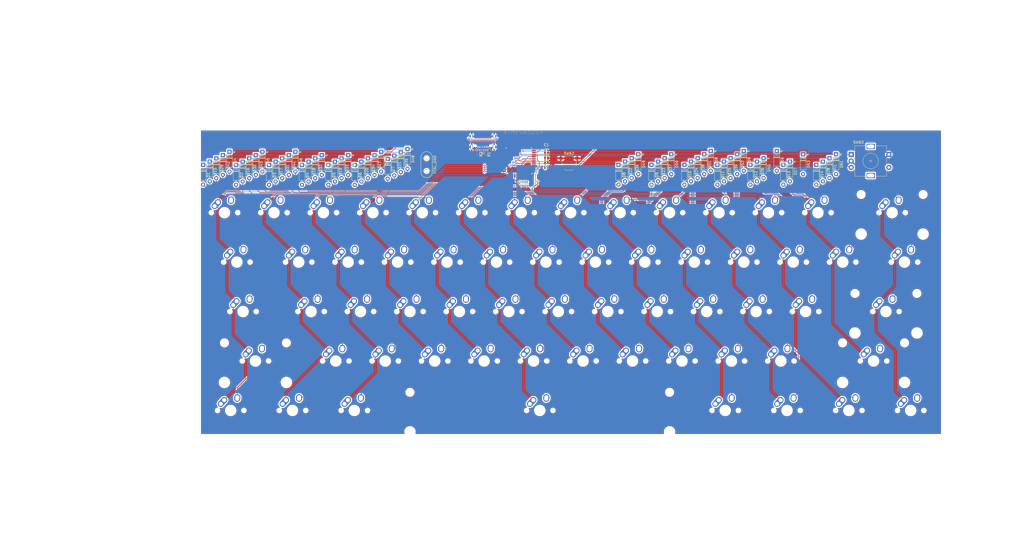
<source format=kicad_pcb>
(kicad_pcb (version 20241129) (generator "pcbnew") (generator_version "8.99")
  (layers (0 "F.Cu" signal) (2 "B.Cu" signal) (13 "F.Paste" user) (15 "B.Paste" user) (5 "F.SilkS" user "F.Silkscreen") (7 "B.SilkS" user "B.Silkscreen") (1 "F.Mask" user) (3 "B.Mask" user) (25 "Edge.Cuts" user))
  (net 0 "")
  (net 1 "VCC")
  (net 2 "GND")
  (net 3 "XTAL2")
  (net 4 "XTAL1")
  (net 5 "Net-(D1-A)")
  (net 6 "Row0")
  (net 7 "Net-(D2-A)")
  (net 8 "Net-(D3-A)")
  (net 9 "Net-(D4-A)")
  (net 10 "Net-(D5-A)")
  (net 11 "Net-(D6-A)")
  (net 12 "Net-(D7-A)")
  (net 13 "Net-(D8-A)")
  (net 14 "Net-(D9-A)")
  (net 15 "Net-(D10-A)")
  (net 16 "Net-(D11-A)")
  (net 17 "Net-(D12-A)")
  (net 18 "Net-(D13-A)")
  (net 19 "Net-(D14-A)")
  (net 20 "Net-(D15-A)")
  (net 21 "Row1")
  (net 22 "Net-(D16-A)")
  (net 23 "Net-(D17-A)")
  (net 24 "Net-(D18-A)")
  (net 25 "Net-(D19-A)")
  (net 26 "Net-(D20-A)")
  (net 27 "Net-(D21-A)")
  (net 28 "Net-(D22-A)")
  (net 29 "Net-(D23-A)")
  (net 30 "Net-(D24-A)")
  (net 31 "Net-(D25-A)")
  (net 32 "Net-(D26-A)")
  (net 33 "Net-(D27-A)")
  (net 34 "Net-(D28-A)")
  (net 35 "Net-(D29-A)")
  (net 36 "Row2")
  (net 37 "Net-(D30-A)")
  (net 38 "Net-(D31-A)")
  (net 39 "Net-(D32-A)")
  (net 40 "Net-(D33-A)")
  (net 41 "Net-(D34-A)")
  (net 42 "Net-(D35-A)")
  (net 43 "Net-(D36-A)")
  (net 44 "Net-(D37-A)")
  (net 45 "Net-(D38-A)")
  (net 46 "Net-(D39-A)")
  (net 47 "Net-(D40-A)")
  (net 48 "Net-(D41-A)")
  (net 49 "Row3")
  (net 50 "Net-(D42-A)")
  (net 51 "Net-(D43-A)")
  (net 52 "Net-(D44-A)")
  (net 53 "Net-(D45-A)")
  (net 54 "Net-(D46-A)")
  (net 55 "Net-(D47-A)")
  (net 56 "Net-(D48-A)")
  (net 57 "Net-(D49-A)")
  (net 58 "Net-(D50-A)")
  (net 59 "Net-(D51-A)")
  (net 60 "Net-(D52-A)")
  (net 61 "Net-(D53-A)")
  (net 62 "Net-(D54-A)")
  (net 63 "Row4")
  (net 64 "Net-(D55-A)")
  (net 65 "Net-(D56-A)")
  (net 66 "Net-(D57-A)")
  (net 67 "Net-(D58-A)")
  (net 68 "Net-(D59-A)")
  (net 69 "Net-(D60-A)")
  (net 70 "Net-(D61-A)")
  (net 71 "Net-(J1-CC2)")
  (net 72 "D-")
  (net 73 "D+")
  (net 74 "Net-(J1-CC1)")
  (net 75 "Col0")
  (net 76 "Col1")
  (net 77 "Col2")
  (net 78 "Col3")
  (net 79 "Col4")
  (net 80 "Col5")
  (net 81 "Col6")
  (net 82 "Col7")
  (net 83 "Col8")
  (net 84 "Col9")
  (net 85 "Col10")
  (net 86 "Col11")
  (net 87 "Col12")
  (net 88 "Col13")
  (net 89 "Net-(U1-~{RESET})")
  (net 105 "REB")
  (net 106 "REA")
  (net 107 "SW")
  (footprint "Diode_THT:D_DO-35_SOD27_P7.62mm_Horizontal" (layer "F.Cu") (at 91.44 26.924 -90)
    (property "Reference" "D7")
    (property "Value" "1N4148")
  )
  (footprint "Resistor_SMD:R_0402_1005Metric_Pad0.72x0.64mm_HandSolder" (layer "F.Cu") (at 126.238 25.146 -90)
    (property "Reference" "R2")
    (property "Value" "5.1k")
  )
  (footprint "MX_Alps_Hybrid:MX-Alps-Hybrid-1U" (layer "F.Cu") (at 128.5875 104.775)
    (property "Reference" "SW46")
    (property "Value" "SW_Push")
  )
  (footprint "Diode_THT:D_DO-35_SOD27_P7.62mm_Horizontal" (layer "F.Cu") (at 256.54 29.21 -90)
    (property "Reference" "D14")
    (property "Value" "1N4148")
  )
  (footprint "MX_Alps_Hybrid:MX-Alps-Hybrid-1U" (layer "F.Cu") (at 204.7875 104.775)
    (property "Reference" "SW50")
    (property "Value" "SW_Push")
  )
  (footprint "MX_Alps_Hybrid:MX-Alps-Hybrid-1U" (layer "F.Cu") (at 171.45 66.675)
    (property "Reference" "SW22")
    (property "Value" "SW_Push")
  )
  (footprint "MX_Alps_Hybrid:MX-Alps-Hybrid-2.25U" (layer "F.Cu") (at 40.48125 104.775)
    (property "Reference" "SW42")
    (property "Value" "SW_Push")
  )
  (footprint "MX_Alps_Hybrid:MX-Alps-Hybrid-1U" (layer "F.Cu") (at 95.25 66.675)
    (property "Reference" "SW18")
    (property "Value" "SW_Push")
  )
  (footprint "Diode_THT:D_DO-35_SOD27_P7.62mm_Horizontal" (layer "F.Cu") (at 63.5 26.73 -90)
    (property "Reference" "D32")
    (property "Value" "1N4148")
  )
  (footprint "Diode_THT:D_DO-35_SOD27_P7.62mm_Horizontal" (layer "F.Cu") (at 259.08 27.94 -90)
    (property "Reference" "D28")
    (property "Value" "1N4148")
  )
  (footprint "Capacitor_SMD:C_0402_1005Metric_Pad0.74x0.62mm_HandSolder" (layer "F.Cu") (at 152.5945 28.578)
    (property "Reference" "C4")
    (property "Value" "0.1u")
  )
  (footprint "MX_Alps_Hybrid:MX-Alps-Hybrid-1U" (layer "F.Cu") (at 109.5375 104.775)
    (property "Reference" "SW45")
    (property "Value" "SW_Push")
  )
  (footprint "MX_Alps_Hybrid:MX-Alps-Hybrid-1U" (layer "F.Cu") (at 100.0125 85.725)
    (property "Reference" "SW32")
    (property "Value" "SW_Push")
  )
  (footprint "MX_Alps_Hybrid:MX-Alps-Hybrid-6.25U" (layer "F.Cu") (at 150.01875 123.825)
    (property "Reference" "SW57")
    (property "Value" "SW_Push")
  )
  (footprint "Diode_THT:D_DO-35_SOD27_P7.62mm_Horizontal" (layer "F.Cu") (at 55.88 24.19 -90)
    (property "Reference" "D56")
    (property "Value" "1N4148")
  )
  (footprint "MX_Alps_Hybrid:MX-Alps-Hybrid-2U" (layer "F.Cu") (at 285.75 47.625)
    (property "Reference" "SW14")
    (property "Value" "SW_Push")
  )
  (footprint "Diode_THT:D_DO-35_SOD27_P7.62mm_Horizontal" (layer "F.Cu") (at 43.18 24.19 -90)
    (property "Reference" "D55")
    (property "Value" "1N4148")
  )
  (footprint "Capacitor_SMD:C_0402_1005Metric_Pad0.74x0.62mm_HandSolder" (layer "F.Cu") (at 152.5945 30.548)
    (property "Reference" "C5")
    (property "Value" "0.1u")
  )
  (footprint "Diode_THT:D_DO-35_SOD27_P7.62mm_Horizontal" (layer "F.Cu") (at 215.9 23.876 -90)
    (property "Reference" "D58")
    (property "Value" "1N4148")
  )
  (footprint "Diode_THT:D_DO-35_SOD27_P7.62mm_Horizontal" (layer "F.Cu") (at 185.42 26.67 -90)
    (property "Reference" "D36")
    (property "Value" "1N4148")
  )
  (footprint "Diode_THT:D_DO-35_SOD27_P7.62mm_Horizontal" (layer "F.Cu") (at 243.84 29.21 -90)
    (property "Reference" "D13")
    (property "Value" "1N4148")
  )
  (footprint "Diode_THT:D_DO-35_SOD27_P7.62mm_Horizontal" (layer "F.Cu") (at 71.12 28 -90)
    (property "Reference" "D19")
    (property "Value" "1N4148")
  )
  (footprint "Diode_THT:D_DO-35_SOD27_P7.62mm_Horizontal" (layer "F.Cu") (at 22.86 27.94 -90)
    (property "Reference" "D15")
    (property "Value" "1N4148")
  )
  (footprint "MX_Alps_Hybrid:MX-Alps-Hybrid-1.75U" (layer "F.Cu") (at 35.71875 85.725)
    (property "Reference" "SW29")
    (property "Value" "SW_Push")
  )
  (footprint "MX_Alps_Hybrid:MX-Alps-Hybrid-1.25U" (layer "F.Cu") (at 78.58125 123.825)
    (property "Reference" "SW56")
    (property "Value" "SW_Push")
  )
  (footprint "MX_Alps_Hybrid:MX-Alps-Hybrid-1U" (layer "F.Cu") (at 123.825 47.625)
    (property "Reference" "SW6")
    (property "Value" "SW_Push")
  )
  (footprint "Diode_THT:D_DO-35_SOD27_P7.62mm_Horizontal" (layer "F.Cu") (at 99.06 23.114 -90)
    (property "Reference" "D48")
    (property "Value" "1N4148")
  )
  (footprint "MX_Alps_Hybrid:MX-Alps-Hybrid-1U" (layer "F.Cu") (at 257.175 47.625)
    (property "Reference" "SW13")
    (property "Value" "SW_Push")
  )
  (footprint "MX_Alps_Hybrid:MX-Alps-Hybrid-1U" (layer "F.Cu") (at 166.6875 104.775)
    (property "Reference" "SW48")
    (property "Value" "SW_Push")
  )
  (footprint "MX_Alps_Hybrid:MX-Alps-Hybrid-1U" (layer "F.Cu") (at 104.775 47.625)
    (property "Reference" "SW5")
    (property "Value" "SW_Push")
  )
  (footprint "Diode_THT:D_DO-35_SOD27_P7.62mm_Horizontal" (layer "F.Cu") (at 198.12 26.67 -90)
    (property "Reference" "D37")
    (property "Value" "1N4148")
  )
  (footprint "Diode_THT:D_DO-35_SOD27_P7.62mm_Horizontal" (layer "F.Cu") (at 228.6 23.876 -90)
    (property "Reference" "D59")
    (property "Value" "1N4148")
  )
  (footprint "Diode_THT:D_DO-35_SOD27_P7.62mm_Horizontal" (layer "F.Cu") (at 231.14 29.21 -90)
    (property "Reference" "D12")
    (property "Value" "1N4148")
  )
  (footprint "MX_Alps_Hybrid:MX-Alps-Hybrid-1U" (layer "F.Cu") (at 80.9625 85.725)
    (property "Reference" "SW31")
    (property "Value" "SW_Push")
  )
  (footprint "Diode_THT:D_DO-35_SOD27_P7.62mm_Horizontal" (layer "F.Cu") (at 25.4 26.73 -90)
    (property "Reference" "D29")
    (property "Value" "1N4148")
  )
  (footprint "MX_Alps_Hybrid:MX-Alps-Hybrid-1U" (layer "F.Cu") (at 147.6375 104.775)
    (property "Reference" "SW47")
    (property "Value" "SW_Push")
  )
  (footprint "Diode_THT:D_DO-35_SOD27_P7.62mm_Horizontal" (layer "F.Cu") (at 88.9 24.19 -90)
    (property "Reference" "D57")
    (property "Value" "1N4148")
  )
  (footprint "MX_Alps_Hybrid:MX-Alps-Hybrid-1U" (layer "F.Cu") (at 114.3 66.675)
    (property "Reference" "SW19")
    (property "Value" "SW_Push")
  )
  (footprint "Diode_THT:D_DO-35_SOD27_P7.62mm_Horizontal" (layer "F.Cu") (at 50.8 26.73 -90)
    (property "Reference" "D31")
    (property "Value" "1N4148")
  )
  (footprint "MX_Alps_Hybrid:MX-Alps-Hybrid-1U" (layer "F.Cu") (at 85.725 47.625)
    (property "Reference" "SW4")
    (property "Value" "SW_Push")
  )
  (footprint "MX_Alps_Hybrid:MX-Alps-Hybrid-1U" (layer "F.Cu") (at 47.625 47.625)
    (property "Reference" "SW2")
    (property "Value" "SW_Push")
  )
  (footprint "Diode_THT:D_DO-35_SOD27_P7.62mm_Horizontal" (layer "F.Cu") (at 200.66 25.146 -90)
    (property "Reference" "D50")
    (property "Value" "1N4148")
  )
  (footprint "Diode_THT:D_DO-35_SOD27_P7.62mm_Horizontal" (layer "F.Cu") (at 53.34 25.46 -90)
    (property "Reference" "D44")
    (property "Value" "1N4148")
  )
  (footprint "MX_Alps_Hybrid:MX-Alps-Hybrid-1U" (layer "F.Cu") (at 233.3625 85.725)
    (property "Reference" "SW39")
    (property "Value" "SW_Push")
  )
  (footprint "MX_Alps_Hybrid:MX-Alps-Hybrid-1.5U" (layer "F.Cu") (at 33.3375 66.675)
    (property "Reference" "SW15")
    (property "Value" "SW_Push")
  )
  (footprint "MX_Alps_Hybrid:MX-Alps-Hybrid-1U" (layer "F.Cu") (at 28.575 47.625)
    (property "Reference" "SW1")
    (property "Value" "SW_Push")
  )
  (footprint "MX_Alps_Hybrid:MX-Alps-Hybrid-1U" (layer "F.Cu") (at 66.675 47.625)
    (property "Reference" "SW3")
    (property "Value" "SW_Push")
  )
  (footprint "Connector_USB:USB_C_Receptacle_GCT_USB4105-xx-A_16P_TopMnt_Horizontal" (layer "F.Cu") (at 128.112 19.239 180)
    (property "Reference" "J1")
    (property "Value" "USB_C_Receptacle_USB2.0_14P")
  )
  (footprint "Diode_THT:D_DO-35_SOD27_P7.62mm_Horizontal" (layer "F.Cu") (at 83.82 26.73 -90)
    (property "Reference" "D34")
    (property "Value" "1N4148")
  )
  (footprint "MX_Alps_Hybrid:MX-Alps-Hybrid-1U" (layer "F.Cu") (at 190.5 66.675)
    (property "Reference" "SW23")
    (property "Value" "SW_Push")
  )
  (footprint "Diode_THT:D_DO-35_SOD27_P7.62mm_Horizontal" (layer "F.Cu") (at 187.96 25.146 -90)
    (property "Reference" "D49")
    (property "Value" "1N4148")
  )
  (footprint "Diode_THT:D_DO-35_SOD27_P7.62mm_Horizontal" (layer "F.Cu") (at 195.58 27.94 -90)
    (property "Reference" "D23")
    (property "Value" "1N4148")
  )
  (footprint "Diode_THT:D_DO-35_SOD27_P7.62mm_Horizontal" (layer "F.Cu") (at 33.02 29.27 -90)
    (property "Reference" "D2")
    (property "Value" "1N4148")
  )
  (footprint "Diode_THT:D_DO-35_SOD27_P7.62mm_Horizontal" (layer "F.Cu") (at 68.58 29.27 -90)
    (property "Reference" "D5")
    (property "Value" "1N4148")
  )
  (footprint "Diode_THT:D_DO-35_SOD27_P7.62mm_Horizontal" (layer "F.Cu") (at 93.98 25.654 -90)
    (property "Reference" "D21")
    (property "Value" "1N4148")
  )
  (footprint "MX_Alps_Hybrid:MX-Alps-Hybrid-1.5U" (layer "F.Cu") (at 290.5125 66.675)
    (property "Reference" "SW28")
    (property "Value" "SW_Push")
  )
  (footprint "MX_Alps_Hybrid:MX-Alps-Hybrid-1U" (layer "F.Cu") (at 200.025 47.625)
    (property "Reference" "SW10")
    (property "Value" "SW_Push")
  )
  (footprint "MX_Alps_Hybrid:MX-Alps-Hybrid-1U" (layer "F.Cu") (at 57.15 66.675)
    (property "Reference" "SW16")
    (property "Value" "SW_Push")
  )
  (footprint "MX_Alps_Hybrid:MX-Alps-Hybrid-1U" (layer "F.Cu") (at 133.35 66.675)
    (property "Reference" "SW20")
    (property "Value" "SW_Push")
  )
  (footprint "MX_Alps_Hybrid:MX-Alps-Hybrid-1U" (layer "F.Cu") (at 238.125 47.625)
    (property "Reference" "SW12")
    (property "Value" "SW_Push")
  )
  (footprint "Diode_THT:D_DO-35_SOD27_P7.62mm_Horizontal" (layer "F.Cu") (at 48.26 28 -90)
    (property "Reference" "D17")
    (property "Value" "1N4148")
  )
  (footprint "Capacitor_SMD:C_0402_1005Metric_Pad0.74x0.62mm_HandSolder" (layer "F.Cu") (at 152.5945 22.668)
    (property "Reference" "C1")
    (property "Value" "0.1u")
  )
  (footprint "Diode_THT:D_DO-35_SOD27_P7.62mm_Horizontal" (layer "F.Cu") (at 45.72 29.27 -90)
    (property "Reference" "D3")
    (property "Value" "1N4148")
  )
  (footprint "MX_Alps_Hybrid:MX-Alps-Hybrid-1U" (layer "F.Cu") (at 219.075 47.625)
    (property "Reference" "SW11")
    (property "Value" "SW_Push")
  )
  (footprint "Diode_THT:D_DO-35_SOD27_P7.62mm_Horizontal" (layer "F.Cu") (at 86.36 25.46 -90)
    (property "Reference" "D47")
    (property "Value" "1N4148")
  )
  (footprint "MX_Alps_Hybrid:MX-Alps-Hybrid-1U" (layer "F.Cu") (at 142.875 47.625)
    (property "Reference" "SW7")
    (property "Value" "SW_Push")
  )
  (footprint "Diode_THT:D_DO-35_SOD27_P7.62mm_Horizontal" (layer "F.Cu") (at 213.36 25.146 -90)
    (property "Reference" "D51")
    (property "Value" "1N4148")
  )
  (footprint "Capacitor_SMD:C_0402_1005Metric_Pad0.74x0.62mm_HandSolder" (layer "F.Cu") (at 141.986 35.8735 -90)
    (property "Reference" "C7")
    (property "Value" "22p")
  )
  (footprint "MX_Alps_Hybrid:MX-Alps-Hybrid-1U" (layer "F.Cu") (at 90.4875 104.775)
    (property "Reference" "SW44")
    (property "Value" "SW_Push")
  )
  (footprint "Diode_THT:D_DO-35_SOD27_P7.62mm_Horizontal" (layer "F.Cu") (at 182.88 27.94 -90)
    (property "Reference" "D22")
    (property "Value" "1N4148")
  )
  (footprint "Diode_THT:D_DO-35_SOD27_P7.62mm_Horizontal" (layer "F.Cu") (at 73.66 26.73 -90)
    (property "Reference" "D33")
    (property "Value" "1N4148")
  )
  (footprint "MX_Alps_Hybrid:MX-Alps-Hybrid-1U" (layer "F.Cu") (at 242.8875 104.775)
    (property "Reference" "SW52")
    (property "Value" "SW_Push")
  )
  (footprint "MX_Alps_Hybrid:MX-Alps-Hybrid-1U" (layer "F.Cu") (at 71.4375 104.775)
    (property "Reference" "SW43")
    (property "Value" "SW_Push" (hide yes))
  )
  (footprint "MX_Alps_Hybrid:MX-Alps-Hybrid-1U" (layer "F.Cu") (at 214.3125 85.725)
    (property "Reference" "SW38")
    (property "Value" "SW_Push")
  )
  (footprint "Diode_THT:D_DO-35_SOD27_P7.62mm_Horizontal" (layer "F.Cu") (at 233.68 27.94 -90)
    (property "Reference" "D26")
    (property "Value" "1N4148")
  )
  (footprint "Diode_THT:D_DO-35_SOD27_P7.62mm_Horizontal" (layer "F.Cu") (at 78.74 29.27 -90)
    (property "Reference" "D6")
    (property "Value" "1N4148")
  )
  (footprint "Rotary_Encoder:RotaryEncoder_Alps_EC11E-Switch_Vertical_H20mm" (layer "F.Cu") (at 269.98 25.226)
    (property "Reference" "SW63")
    (property "Value" "RotaryEncoder_Switch")
  )
  (footprint "Diode_THT:D_DO-35_SOD27_P7.62mm_Horizontal" (layer "F.Cu") (at 218.44 29.21 -90)
    (property "Reference" "D11")
    (property "Value" "1N4148")
  )
  (footprint "Diode_THT:D_DO-35_SOD27_P7.62mm_Horizontal" (layer "F.Cu") (at 35.56 28 -90)
    (property "Reference" "D16")
    (property "Value" "1N4148")
  )
  (footprint "Diode_THT:D_DO-35_SOD27_P7.62mm_Horizontal" (layer "F.Cu") (at 27.94 25.46 -90)
    (property "Reference" "D42")
    (property "Value" "1N4148")
  )
  (footprint "MX_Alps_Hybrid:MX-Alps-Hybrid-1U" (layer "F.Cu") (at 180.975 47.625)
    (property "Reference" "SW9")
    (property "Value" "SW_Push")
  )
  (footprint "MX_Alps_Hybrid:MX-Alps-Hybrid-1.25U" (layer "F.Cu") (at 269.08125 123.825)
    (property "Reference" "SW60")
    (property "Value" "SW_Push")
  )
  (footprint "MX_Alps_Hybrid:MX-Alps-Hybrid-1U" (layer "F.Cu") (at 185.7375 104.775)
    (property "Reference" "SW49")
    (property "Value" "SW_Push")
  )
  (footprint "Diode_THT:D_DO-35_SOD27_P7.62mm_Horizontal" (layer "F.Cu") (at 60.96 28 -90)
    (property "Reference" "D18")
    (property "Value" "1N4148")
  )
  (footprint "MX_Alps_Hybrid:MX-Alps-Hybrid-1U" (layer "F.Cu") (at 228.6 66.675)
    (property "Reference" "SW25")
    (property "Value" "SW_Push")
  )
  (footprint "MX_Alps_Hybrid:MX-Alps-Hybrid-1U" (layer "F.Cu") (at 76.2 66.675)
    (property "Reference" "SW17")
    (property "Value" "SW_Push")
  )
  (footprint "Diode_THT:D_DO-35_SOD27_P7.62mm_Horizontal" (layer "F.Cu") (at 58.42 29.27 -90)
    (property "Reference" "D4")
    (property "Value" "1N4148")
  )
  (footprint "Diode_THT:D_DO-35_SOD27_P7.62mm_Horizontal" (layer "F.Cu") (at 40.64 25.46 -90)
    (property "Reference" "D43")
    (property "Value" "1N4148")
  )
  (footprint "MX_Alps_Hybrid:MX-Alps-Hybrid-1U" (layer "F.Cu") (at 252.4125 85.725)
    (property "Reference" "SW40")
    (property "Value" "SW_Push")
  )
  (footprint "MX_Alps_Hybrid:MX-Alps-Hybrid-1U" (layer "F.Cu") (at 157.1625 85.725)
    (property "Reference" "SW35")
    (property "Value" "SW_Push")
  )
  (footprint "Diode_THT:D_DO-35_SOD27_P7.62mm_Horizontal" (layer "F.Cu") (at 20.32 29.21 -90)
    (property "Reference" "D1")
    (property "Value" "1N4148")
  )
  (footprint "MX_Alps_Hybrid:MX-Alps-Hybrid-2.25U" (layer "F.Cu") (at 283.36875 85.725)
    (property "Reference" "SW41")
    (property "Value" "SW_Push")
  )
  (footprint "MX_Alps_Hybrid:MX-Alps-Hybrid-1.25U" (layer "F.Cu") (at 245.26875 123.825)
    (property "Reference" "SW59")
    (property "Value" "SW_Push")
  )
  (footprint "MX_Alps_Hybrid:MX-Alps-Hybrid-1U" (layer "F.Cu") (at 138.1125 85.725)
    (property "Reference" "SW34")
    (property "Value" "SW_Push")
  )
  (footprint "Diode_THT:D_DO-35_SOD27_P7.62mm_Horizontal" (layer "F.Cu") (at 220.98 27.94 -90)
    (property "Reference" "D25")
    (property "Value" "1N4148")
  )
  (footprint "Diode_THT:D_DO-35_SOD27_P7.62mm_Horizontal" (layer "F.Cu") (at 76.2 25.46 -90)
    (property "Reference" "D46")
    (property "Value" "1N4148")
  )
  (footprint "MX_Alps_Hybrid:MX-Alps-Hybrid-1U" (layer "F.Cu") (at 247.65 66.675)
    (property "Reference" "SW26")
    (property "Value" "SW_Push")
  )
  (footprint "MX_Alps_Hybrid:MX-Alps-Hybrid-1U" (layer "F.Cu") (at 209.55 66.675)
    (property "Reference" "SW24")
    (property "Value" "SW_Push")
  )
  (footprint "Diode_THT:D_DO-35_SOD27_P7.62mm_Horizontal" (layer "F.Cu") (at 264.16 25.146 -90)
    (property "Reference" "D61")
    (property "Value" "1N4148")
  )
  (footprint "Diode_THT:D_DO-35_SOD27_P7.62mm_Horizontal" (layer "F.Cu") (at 261.62 26.67 -90)
    (property "Reference" "D41")
    (property "Value" "1N4148")
  )
  (footprint "Diode_THT:D_DO-35_SOD27_P7.62mm_Horizontal" (layer "F.Cu") (at 30.48 24.19 -90)
    (property "Reference" "D54")
    (property "Value" "1N4148")
  )
  (footprint "Diode_THT:D_DO-35_SOD27_P7.62mm_Horizontal" (layer "F.Cu") (at 236.22 26.67 -90)
    (property "Reference" "D40")
    (property "Value" "1N4148")
  )
  (footprint "Diode_THT:D_DO-35_SOD27_P7.62mm_Horizontal" (layer "F.Cu") (at 38.1 26.73 -90)
    (property "Reference" "D30")
    (property "Value" "1N4148")
  )
  (footprint "Diode_THT:D_DO-35_SOD27_P7.62mm_Horizontal" (layer "F.Cu") (at 81.28 28 -90)
    (property "Reference" "D20")
    (property "Value" "1N4148")
  )
  (footprint "Capacitor_SMD:C_0402_1005Metric_Pad0.74x0.62mm_HandSolder" (layer "F.Cu") (at 152.5945 24.638)
    (property "Reference" "C2")
    (property "Value" "0.1u")
  )
  (footprint "Diode_THT:D_DO-35_SOD27_P7.62mm_Horizontal" (layer "F.Cu") (at 66.04 25.46 -90)
    (property "Reference" "D45")
    (property "Value" "1N4148")
  )
  (footprint "Diode_THT:D_DO-35_SOD27_P7.62mm_Horizontal" (layer "F.Cu") (at 223.52 26.67 -90)
    (property "Reference" "D39")
    (property "Value" "1N4148")
  )
  (footprint "Diode_THT:D_DO-35_SOD27_P7.62mm_Horizontal" (layer "F.Cu") (at 193.04 29.21 -90)
    (property "Reference" "D9")
    (property "Value" "1N4148")
  )
  (footprint "Diode_THT:D_DO-35_SOD27_P7.62mm_Horizontal" (layer "F.Cu") (at 210.82 26.67 -90)
    (property "Reference" "D38")
    (property "Value" "1N4148")
  )
  (footprint "MX_Alps_Hybrid:XTAL_HC_49_TH" (layer "F.Cu") (at 106.426 29.12 90)
    (property "Reference" "X1" (hide yes))
    (property "Value" "XTAL_GND")
  )
  (footprint "MX_Alps_Hybrid:MX-Alps-Hybrid-1U" (layer "F.Cu") (at 161.925 47.625)
    (property "Reference" "SW8")
    (property "Value" "SW_Push")
  )
  (footprint "MX_Alps_Hybrid:MX-Alps-Hybrid-1.25U" (layer "F.Cu") (at 221.45625 123.825)
    (property "Reference" "SW58")
    (property "Value" "SW_Push")
  )
  (footprint "Diode_THT:D_DO-35_SOD27_P7.62mm_Horizontal" (layer "F.Cu") (at 205.74 29.21 -90)
    (property "Reference" "D10")
    (property "Value" "1N4148")
  )
  (footprint "Button_Switch_SMD:SW_SPST_TL3342" (layer "F.Cu") (at 161.29 28.57)
    (property "Reference" "SW62")
    (property "Value" "SW_Push")
  )
  (footprint "Diode_THT:D_DO-35_SOD27_P7.62mm_Horizontal" (layer "F.Cu") (at 251.46 25.146 -90)
    (property "Reference" "D53")
    (property "Value" "1N4148")
  )
  (footprint "MX_Alps_Hybrid:MX-Alps-Hybrid-1.25U" (layer "F.Cu") (at 30.95625 123.825)
    (property "Reference" "SW54")
    (property "Value" "SW_Push")
  )
  (footprint "ATmega32U4:ATmega32U4" (layer "F.Cu") (at 141.986 27.686)
    (property "Reference" "U1")
    (property "Value" "ATMEGA32U4")
  )
  (footprint "Diode_THT:D_DO-35_SOD27_P7.62mm_Horizontal" (layer "F.Cu") (at 226.06 25.146 -90)
    (property "Reference" "D52")
    (property "Value" "1N4148")
  )
  (footprint "Diode_THT:D_DO-35_SOD27_P7.62mm_Horizontal" (layer "F.Cu") (at 208.28 27.94 -90)
    (property "Reference" "D24")
    (property "Value" "1N4148")
  )
  (footprint "MX_Alps_Hybrid:MX-Alps-Hybrid-1.25U" (layer "F.Cu") (at 292.89375 123.825)
    (property "Reference" "SW61")
    (property "Value" "SW_Push")
  )
  (footprint "MX_Alps_Hybrid:MX-Alps-Hybrid-1U" (layer "F.Cu") (at 61.9125 85.725)
    (property "Reference" "SW30")
    (property "Value" "SW_Push")
  )
  (footprint "MX_Alps_Hybrid:MX-Alps-Hybrid-1U" (layer "F.Cu") (at 152.4 66.675)
    (property "Reference" "SW21")
    (property "Value" "SW_Push")
  )
  (footprint "MX_Alps_Hybrid:MX-Alps-Hybrid-1.25U" (layer "F.Cu") (at 54.76875 123.825)
    (property "Reference" "SW55")
    (property "Value" "SW_Push")
  )
  (footprint "MX_Alps_Hybrid:MX-Alps-Hybrid-1U" (layer "F.Cu") (at 176.2125 85.725)
    (property "Reference" "SW36")
    (property "Value" "SW_Push")
  )
  (footprint "Diode_THT:D_DO-35_SOD27_P7.62mm_Horizontal" (layer "F.Cu") (at 241.3 23.876 -90)
    (property "Reference" "D60")
    (property "Value" "1N4148")
  )
  (footprint "MX_Alps_Hybrid:MX-Alps-Hybrid-1U" (layer "F.Cu") (at 195.2625 85.725)
    (property "Reference" "SW37")
    (property "Value" "SW_Push")
  )
  (footprint "Diode_THT:D_DO-35_SOD27_P7.62mm_Horizontal" (layer "F.Cu") (at 180.34 29.21 -90)
    (property "Reference" "D8")
    (property "Value" "1N4148")
  )
  (footprint "MX_Alps_Hybrid:MX-Alps-Hybrid-1U" (layer "F.Cu") (at 223.8375 104.775)
    (property "Reference" "SW51")
    (property "Value" "SW_Push")
  )
  (footprint "Diode_THT:D_DO-35_SOD27_P7.62mm_Horizontal" (layer "F.Cu") (at 246.38 27.94 -90)
    (property "Reference" "D27")
    (property "Value" "1N4148")
  )
  (footprint "Capacitor_SMD:C_0402_1005Metric_Pad0.74x0.62mm_HandSolder" (layer "F.Cu") (at 140.97 35.814 -90)
    (property "Reference" "C6")
    (property "Value" "22p")
  )
  (footprint "MX_Alps_Hybrid:MX-Alps-Hybrid-1U" (layer "F.Cu") (at 266.7 66.675)
    (property "Reference" "SW27")
    (property "Value" "SW_Push")
  )
  (footprint "Capacitor_SMD:C_0402_1005Metric_Pad0.74x0.62mm_HandSolder" (layer "F.Cu") (at 152.5945 26.608)
    (property "Reference" "C3")
    (property "Value" "0.1u")
  )
  (footprint "Resistor_SMD:R_0402_1005Metric_Pad0.72x0.64mm_HandSolder" (layer "F.Cu") (at 129.286 25.146 -90)
    (property "Reference" "R1")
    (property "Value" "5.1k")
  )
  (footprint "MX_Alps_Hybrid:MX-Alps-Hybrid-2.75U" (layer "F.Cu") (at 278.60625 104.775)
    (property "Reference" "SW53")
    (property "Value" "SW_Push")
  )
  (footprint "MX_Alps_Hybrid:MX-Alps-Hybrid-1U" (layer "F.Cu") (at 119.0625 85.725)
    (property "Reference" "SW33")
    (property "Value" "SW_Push")
  )
  (footprint "Diode_THT:D_DO-35_SOD27_P7.62mm_Horizontal" (layer "F.Cu") (at 96.52 24.384 -90)
    (property "Reference" "D35")
    (property "Value" "1N4148")
  )
  (segment (start 152.027 28.578) (end 152.027 29.202) (width 0.5) (layer "F.Cu") (net 1))
  (segment (start 152.135 30.548) (end 152.027 30.548) (width 0.5) (layer "F.Cu") (net 1))
  (segment (start 152.146 30.537) (end 152.135 30.548) (width 0.5) (layer "F.Cu") (net 1))
  (segment (start 130.561 23.373) (end 130.561 23.5971) (width 0.5) (layer "F.Cu") (net 1))
  (segment (start 152.027 29.202) (end 151.892 29.337) (width 0.5) (layer "F.Cu") (net 1))
  (segment (start 152.027 22.668) (end 152.027 28.578) (width 0.5) (layer "F.Cu") (net 1))
  (segment (start 130.512 22.919) (end 130.512 23.324) (width 0.5) (layer "F.Cu") (net 1))
  (segment (start 130.512 23.324) (end 130.561 23.373) (width 0.5) (layer "F.Cu") (net 1))
  (segment (start 131.4495 24.4856) (end 136.2456 24.4856) (width 0.5) (layer "F.Cu") (net 1))
  (segment (start 130.561 23.5971) (end 131.4495 24.4856) (width 0.5) (layer "F.Cu") (net 1))
  (via (at 125.712 22.919) (size 0.6) (drill 0.3) (layers "F.Cu" "B.Cu") (net 1))
  (via (at 130.512 22.919) (size 0.6) (drill 0.3) (layers "F.Cu" "B.Cu") (net 1))
  (via (at 152.146 30.537) (size 0.6) (drill 0.3) (layers "F.Cu" "B.Cu") (net 1))
  (via (at 151.892 29.337) (size 0.6) (drill 0.3) (layers "F.Cu" "B.Cu") (net 1))
  (segment (start 125.712 22.919) (end 130.512 22.919) (width 0.5) (layer "B.Cu") (net 1))
  (segment (start 151.892 29.337) (end 151.892 30.283) (width 0.5) (layer "B.Cu") (net 1))
  (segment (start 151.892 30.283) (end 152.146 30.537) (width 0.5) (layer "B.Cu") (net 1))
  (segment (start 132.432 22.344) (end 136.644 22.344) (width 0.2) (layer "F.Cu") (net 2))
  (segment (start 157.064 26.67) (end 158.14 26.67) (width 0.2) (layer "F.Cu") (net 2))
  (segment (start 137.414 26.924) (end 137.3886 26.8986) (width 0.2) (layer "F.Cu") (net 2))
  (segment (start 132.432 22.344) (end 131.887 22.344) (width 0.2) (layer "F.Cu") (net 2))
  (segment (start 153.162 30.548) (end 153.162 30.537) (width 0.2) (layer "F.Cu") (net 2))
  (segment (start 137.668 26.67) (end 137.414 26.924) (width 0.2) (layer "F.Cu") (net 2))
  (segment (start 154.432 29.302) (end 157.064 26.67) (width 0.2) (layer "F.Cu") (net 2))
  (segment (start 137.668 23.368) (end 137.668 26.67) (width 0.2) (layer "F.Cu") (net 2))
  (segment (start 131.887 22.344) (end 131.312 22.919) (width 0.2) (layer "F.Cu") (net 2))
  (segment (start 137.3886 26.8986) (end 136.2456 26.8986) (width 0.2) (layer "F.Cu") (net 2))
  (segment (start 136.644 22.344) (end 137.668 23.368) (width 0.2) (layer "F.Cu") (net 2))
  (via (at 153.162 30.537) (size 0.6) (drill 0.3) (layers "F.Cu" "B.Cu") (net 2))
  (via (at 154.432 29.302) (size 0.6) (drill 0.3) (layers "F.Cu" "B.Cu") (net 2))
  (segment (start 154.397 29.302) (end 154.432 29.302) (width 0.2) (layer "B.Cu") (net 2))
  (segment (start 153.162 30.537) (end 154.397 29.302) (width 0.2) (layer "B.Cu") (net 2))
  (segment (start 141.1986 35.0179) (end 140.97 35.2465) (width 0.2) (layer "F.Cu") (net 3))
  (segment (start 141.1986 33.4264) (end 141.1986 35.0179) (width 0.2) (layer "F.Cu") (net 3))
  (segment (start 141.986 35.306) (end 141.986 33.4264) (width 0.2) (layer "F.Cu") (net 4))
  (segment (start 23.622 40.132) (end 28.702 40.132) (width 0.2) (layer "F.Cu") (net 5))
  (segment (start 28.702 40.132) (end 31.115 42.545) (width 0.2) (layer "F.Cu") (net 5))
  (segment (start 20.32 36.83) (end 23.622 40.132) (width 0.2) (layer "F.Cu") (net 5))
  (segment (start 140.462 26.67) (end 140.462 22.0218) (width 0.2) (layer "F.Cu") (net 6))
  (segment (start 140.462 22.0218) (end 140.3858 21.9456) (width 0.2) (layer "F.Cu") (net 6))
  (segment (start 91.44 26.924) (end 102.108 26.924) (width 0.2) (layer "F.Cu") (net 6))
  (segment (start 102.108 26.924) (end 108.204 20.828) (width 0.2) (layer "F.Cu") (net 6))
  (segment (start 108.204 20.828) (end 139.954 20.828) (width 0.2) (layer "F.Cu") (net 6))
  (segment (start 140.3858 21.2598) (end 140.3858 21.9456) (width 0.2) (layer "F.Cu") (net 6))
  (segment (start 139.954 20.828) (end 140.3858 21.2598) (width 0.2) (layer "F.Cu") (net 6))
  (via (at 140.462 26.67) (size 0.6) (drill 0.3) (layers "F.Cu" "B.Cu") (net 6))
  (segment (start 180.34 29.21) (end 179.832 28.702) (width 0.2) (layer "B.Cu") (net 6))
  (segment (start 141.732 28.702) (end 140.462 27.432) (width 0.2) (layer "B.Cu") (net 6))
  (segment (start 140.462 27.432) (end 140.462 26.67) (width 0.2) (layer "B.Cu") (net 6))
  (segment (start 180.34 29.21) (end 256.54 29.21) (width 0.2) (layer "B.Cu") (net 6))
  (segment (start 179.832 28.702) (end 141.732 28.702) (width 0.2) (layer "B.Cu") (net 6))
  (segment (start 20.32 29.21) (end 89.154 29.21) (width 0.2) (layer "B.Cu") (net 6))
  (segment (start 89.154 29.21) (end 91.44 26.924) (width 0.2) (layer "B.Cu") (net 6))
  (segment (start 33.02 36.89) (end 33.02 37.846) (width 0.2) (layer "F.Cu") (net 7))
  (segment (start 33.02 37.846) (end 36.322 41.148) (width 0.2) (layer "F.Cu") (net 7))
  (segment (start 48.768 41.148) (end 50.165 42.545) (width 0.2) (layer "F.Cu") (net 7))
  (segment (start 36.322 41.148) (end 48.768 41.148) (width 0.2) (layer "F.Cu") (net 7))
  (segment (start 46.255 39.143) (end 51.7248 39.143) (width 0.2) (layer "F.Cu") (net 8))
  (segment (start 53.8768 41.295) (end 67.965 41.295) (width 0.2) (layer "F.Cu") (net 8))
  (segment (start 45.72 38.608) (end 46.255 39.143) (width 0.2) (layer "F.Cu") (net 8))
  (segment (start 51.7248 39.143) (end 53.8768 41.295) (width 0.2) (layer "F.Cu") (net 8))
  (segment (start 67.965 41.295) (end 69.215 42.545) (width 0.2) (layer "F.Cu") (net 8))
  (segment (start 45.72 36.89) (end 45.72 38.608) (width 0.2) (layer "F.Cu") (net 8))
  (segment (start 60.82 39.29) (end 70.7684 39.29) (width 0.2) (layer "F.Cu") (net 9))
  (segment (start 58.42 36.89) (end 60.82 39.29) (width 0.2) (layer "F.Cu") (net 9))
  (segment (start 70.7684 39.29) (end 72.7734 41.295) (width 0.2) (layer "F.Cu") (net 9))
  (segment (start 72.7734 41.295) (end 87.015 41.295) (width 0.2) (layer "F.Cu") (net 9))
  (segment (start 87.015 41.295) (end 88.265 42.545) (width 0.2) (layer "F.Cu") (net 9))
  (segment (start 69.182 37.686) (end 71.4328 37.686) (width 0.2) (layer "F.Cu") (net 10))
  (segment (start 88.7339 39.691) (end 88.7721 39.691) (width 0.2) (layer "F.Cu") (net 10))
  (segment (start 88.7721 39.691) (end 89.3983 39.691) (width 0.2) (layer "F.Cu") (net 10))
  (segment (start 71.4328 37.686) (end 73.4378 39.691) (width 0.2) (layer "F.Cu") (net 10))
  (segment (start 68.58 36.89) (end 68.58 37.084) (width 0.2) (layer "F.Cu") (net 10))
  (segment (start 73.4378 39.691) (end 88.4017 39.691) (width 0.2) (layer "F.Cu") (net 10))
  (segment (start 91.6173 41.91) (end 106.68 41.91) (width 0.2) (layer "F.Cu") (net 10))
  (segment (start 106.68 41.91) (end 107.315 42.545) (width 0.2) (layer "F.Cu") (net 10))
  (segment (start 88.4017 39.691) (end 88.4399 39.691) (width 0.2) (layer "F.Cu") (net 10))
  (segment (start 89.3983 39.691) (end 91.6173 41.91) (width 0.2) (layer "F.Cu") (net 10))
  (segment (start 68.58 37.084) (end 69.182 37.686) (width 0.2) (layer "F.Cu") (net 10))
  (segment (start 88.4399 39.691) (end 88.7339 39.691) (width 0.2) (layer "F.Cu") (net 10))
  (segment (start 109.3079 39.691) (end 109.6401 39.691) (width 0.2) (layer "F.Cu") (net 11))
  (segment (start 88.83985 38.087) (end 88.8885 38.087) (width 0.2) (layer "F.Cu") (net 11))
  (segment (start 111.4293 41.148) (end 124.968 41.148) (width 0.2) (layer "F.Cu") (net 11))
  (segment (start 87.5006 38.087) (end 87.5597 38.087) (width 0.2) (layer "F.Cu") (net 11))
  (segment (start 110.2072 39.9259) (end 110.4421 40.1608) (width 0.2) (layer "F.Cu") (net 11))
  (segment (start 90.7674 38.7917) (end 91.4318 39.4561) (width 0.2) (layer "F.Cu") (net 11))
  (segment (start 89.7305 38.087) (end 89.7687 38.087) (width 0.2) (layer "F.Cu") (net 11))
  (segment (start 108.9757 39.691) (end 109.3079 39.691) (width 0.2) (layer "F.Cu") (net 11))
  (segment (start 88.8885 38.087) (end 88.9094 38.087) (width 0.2) (layer "F.Cu") (net 11))
  (segment (start 87.5597 38.087) (end 87.5806 38.087) (width 0.2) (layer "F.Cu") (net 11))
  (segment (start 89.3983 38.087) (end 89.4365 38.087) (width 0.2) (layer "F.Cu") (net 11))
  (segment (start 90.0627 38.087) (end 90.2976 38.3219) (width 0.2) (layer "F.Cu") (net 11))
  (segment (start 88.165 38.087) (end 88.2241 38.087) (width 0.2) (layer "F.Cu") (net 11))
  (segment (start 88.4972 38.087) (end 88.5563 38.087) (width 0.2) (layer "F.Cu") (net 11))
  (segment (start 110.677 40.3957) (end 111.4293 41.148) (width 0.2) (layer "F.Cu") (net 11))
  (segment (start 88.4399 38.087) (end 88.4972 38.087) (width 0.2) (layer "F.Cu") (net 11))
  (segment (start 87.8919 38.087) (end 87.9128 38.087) (width 0.2) (layer "F.Cu") (net 11))
  (segment (start 91.9989 39.691) (end 108.9757 39.691) (width 0.2) (layer "F.Cu") (net 11))
  (segment (start 88.5563 38.087) (end 88.5772 38.087) (width 0.2) (layer "F.Cu") (net 11))
  (segment (start 124.968 41.148) (end 126.365 42.545) (width 0.2) (layer "F.Cu") (net 11))
  (segment (start 88.245 38.087) (end 88.4017 38.087) (width 0.2) (layer "F.Cu") (net 11))
  (segment (start 89.7687 38.087) (end 90.0627 38.087) (width 0.2) (layer "F.Cu") (net 11))
  (segment (start 87.7373 38.087) (end 87.7755 38.087) (width 0.2) (layer "F.Cu") (net 11))
  (segment (start 87.9128 38.087) (end 88.0695 38.087) (width 0.2) (layer "F.Cu") (net 11))
  (segment (start 88.5772 38.087) (end 88.7339 38.087) (width 0.2) (layer "F.Cu") (net 11))
  (segment (start 88.2241 38.087) (end 88.245 38.087) (width 0.2) (layer "F.Cu") (net 11))
  (segment (start 87.7755 38.087) (end 87.8328 38.087) (width 0.2) (layer "F.Cu") (net 11))
  (segment (start 87.2275 38.087) (end 87.2484 38.087) (width 0.2) (layer "F.Cu") (net 11))
  (segment (start 91.6843 39.691) (end 91.9989 39.691) (width 0.2) (layer "F.Cu") (net 11))
  (segment (start 87.2484 38.087) (end 87.4051 38.087) (width 0.2) (layer "F.Cu") (net 11))
  (segment (start 90.5325 38.5568) (end 90.7674 38.7917) (width 0.2) (layer "F.Cu") (net 11))
  (segment (start 88.7721 38.087) (end 88.8294 38.087) (width 0.2) (layer "F.Cu") (net 11))
  (segment (start 91.6667 39.691) (end 91.6843 39.691) (width 0.2) (layer "F.Cu") (net 11))
  (segment (start 88.8294 38.087) (end 88.83985 38.087) (width 0.2) (layer "F.Cu") (net 11))
  (segment (start 88.1077 38.087) (end 88.165 38.087) (width 0.2) (layer "F.Cu") (net 11))
  (segment (start 87.5806 38.087) (end 87.7373 38.087) (width 0.2) (layer "F.Cu") (net 11))
  (segment (start 109.9723 39.691) (end 110.2072 39.9259) (width 0.2) (layer "F.Cu") (net 11))
  (segment (start 89.4365 38.087) (end 89.7305 38.087) (width 0.2) (layer "F.Cu") (net 11))
  (segment (start 88.0695 38.087) (end 88.1077 38.087) (width 0.2) (layer "F.Cu") (net 11))
  (segment (start 87.8328 38.087) (end 87.8919 38.087) (width 0.2) (layer "F.Cu") (net 11))
  (segment (start 78.74 36.89) (end 78.74 37.084) (width 0.2) (layer "F.Cu") (net 11))
  (segment (start 87.4433 38.087) (end 87.5006 38.087) (width 0.2) (layer "F.Cu") (net 11))
  (segment (start 89.1043 38.087) (end 89.3983 38.087) (width 0.2) (layer "F.Cu") (net 11))
  (segment (start 109.6401 39.691) (end 109.9723 39.691) (width 0.2) (layer "F.Cu") (net 11))
  (segment (start 78.74 37.084) (end 79.743 38.087) (width 0.2) (layer "F.Cu") (net 11))
  (segment (start 91.4318 39.4561) (end 91.6667 39.691) (width 0.2) (layer "F.Cu") (net 11))
  (segment (start 88.7339 38.087) (end 88.7721 38.087) (width 0.2) (layer "F.Cu") (net 11))
  (segment (start 110.4421 40.1608) (end 110.677 40.3957) (width 0.2) (layer "F.Cu") (net 11))
  (segment (start 87.4051 38.087) (end 87.4433 38.087) (width 0.2) (layer "F.Cu") (net 11))
  (segment (start 88.9094 38.087) (end 89.0661 38.087) (width 0.2) (layer "F.Cu") (net 11))
  (segment (start 88.4017 38.087) (end 88.4399 38.087) (width 0.2) (layer "F.Cu") (net 11))
  (segment (start 79.743 38.087) (end 87.2275 38.087) (width 0.2) (layer "F.Cu") (net 11))
  (segment (start 89.0661 38.087) (end 89.1043 38.087) (width 0.2) (layer "F.Cu") (net 11))
  (segment (start 90.2976 38.3219) (end 90.5325 38.5568) (width 0.2) (layer "F.Cu") (net 11))
  (segment (start 110.1384 37.686) (end 110.4706 37.686) (width 0.2) (layer "F.Cu") (net 12))
  (segment (start 111.9773 38.8605) (end 112.2122 39.0954) (width 0.2) (layer "F.Cu") (net 12))
  (segment (start 108.1452 37.686) (end 108.4774 37.686) (width 0.2) (layer "F.Cu") (net 12))
  (segment (start 91.44 34.544) (end 91.44 36.5936) (width 0.2) (layer "F.Cu") (net 12))
  (segment (start 127.869 39.143) (end 128.2012 39.143) (width 0.2) (layer "F.Cu") (net 12))
  (segment (start 125.1341 39.143) (end 125.4663 39.143) (width 0.2) (layer "F.Cu") (net 12))
  (segment (start 92.8294 37.686) (end 93.1031 37.686) (width 0.2) (layer "F.Cu") (net 12))
  (segment (start 93.1031 37.686) (end 93.4353 37.686) (width 0.2) (layer "F.Cu") (net 12))
  (segment (start 92.6351 37.686) (end 92.7709 37.686) (width 0.2) (layer "F.Cu") (net 12))
  (segment (start 127.2046 39.143) (end 127.5368 39.143) (width 0.2) (layer "F.Cu") (net 12))
  (segment (start 109.1418 37.686) (end 109.474 37.686) (width 0.2) (layer "F.Cu") (net 12))
  (segment (start 110.8028 37.686) (end 111.0377 37.9209) (width 0.2) (layer "F.Cu") (net 12))
  (segment (start 111.5075 38.3907) (end 111.7424 38.6256) (width 0.2) (layer "F.Cu") (net 12))
  (segment (start 129.0032 39.6128) (end 129.2381 39.8477) (width 0.2) (layer "F.Cu") (net 12))
  (segment (start 91.44 36.5936) (end 92.5324 37.686) (width 0.2) (layer "F.Cu") (net 12))
  (segment (start 124.8019 39.143) (end 125.1341 39.143) (width 0.2) (layer "F.Cu") (net 12))
  (segment (start 111.2726 38.1558) (end 111.5075 38.3907) (width 0.2) (layer "F.Cu") (net 12))
  (segment (start 127.5368 39.143) (end 127.869 39.143) (width 0.2) (layer "F.Cu") (net 12))
  (segment (start 130.4314 41.041) (end 143.911 41.041) (width 0.2) (layer "F.Cu") (net 12))
  (segment (start 125.7985 39.143) (end 127.2046 39.143) (width 0.2) (layer "F.Cu") (net 12))
  (segment (start 128.5334 39.143) (end 128.7683 39.3779) (width 0.2) (layer "F.Cu") (net 12))
  (segment (start 129.2381 39.8477) (end 129.473 40.0826) (width 0.2) (layer "F.Cu") (net 12))
  (segment (start 124.4697 39.143) (end 124.8019 39.143) (width 0.2) (layer "F.Cu") (net 12))
  (segment (start 111.7424 38.6256) (end 111.9773 38.8605) (width 0.2) (layer "F.Cu") (net 12))
  (segment (start 92.7709 37.686) (end 92.8294 37.686) (width 0.2) (layer "F.Cu") (net 12))
  (segment (start 112.2598 39.143) (end 124.1375 39.143) (width 0.2) (layer "F.Cu") (net 12))
  (segment (start 108.8096 37.686) (end 109.1418 37.686) (width 0.2) (layer "F.Cu") (net 12))
  (segment (start 112.2122 39.0954) (end 112.2598 39.143) (width 0.2) (layer "F.Cu") (net 12))
  (segment (start 143.911 41.041) (end 145.415 42.545) (width 0.2) (layer "F.Cu") (net 12))
  (segment (start 95.384 37.686) (end 95.7162 37.686) (width 0.2) (layer "F.Cu") (net 12))
  (segment (start 128.2012 39.143) (end 128.5334 39.143) (width 0.2) (layer "F.Cu") (net 12))
  (segment (start 92.5324 37.686) (end 92.6351 37.686) (width 0.2) (layer "F.Cu") (net 12))
  (segment (start 109.474 37.686) (end 109.8062 37.686) (width 0.2) (layer "F.Cu") (net 12))
  (segment (start 111.0377 37.9209) (end 111.2726 38.1558) (width 0.2) (layer "F.Cu") (net 12))
  (segment (start 95.7162 37.686) (end 108.1452 37.686) (width 0.2) (layer "F.Cu") (net 12))
  (segment (start 125.4663 39.143) (end 125.7985 39.143) (width 0.2) (layer "F.Cu") (net 12))
  (segment (start 93.4353 37.686) (end 95.384 37.686) (width 0.2) (layer "F.Cu") (net 12))
  (segment (start 110.4706 37.686) (end 110.8028 37.686) (width 0.2) (layer "F.Cu") (net 12))
  (segment (start 129.473 40.0826) (end 130.4314 41.041) (width 0.2) (layer "F.Cu") (net 12))
  (segment (start 109.8062 37.686) (end 110.1384 37.686) (width 0.2) (layer "F.Cu") (net 12))
  (segment (start 124.1375 39.143) (end 124.4697 39.143) (width 0.2) (layer "F.Cu") (net 12))
  (segment (start 108.4774 37.686) (end 108.8096 37.686) (width 0.2) (layer "F.Cu") (net 12))
  (segment (start 128.7683 39.3779) (end 129.0032 39.6128) (width 0.2) (layer "F.Cu") (net 12))
  (segment (start 180.34 36.83) (end 170.18 36.83) (width 0.2) (layer "F.Cu") (net 13))
  (segment (start 170.18 36.83) (end 164.465 42.545) (width 0.2) (layer "F.Cu") (net 13))
  (segment (start 193.04 41.3517) (end 191.9267 42.465) (width 0.2) (layer "F.Cu") (net 14))
  (segment (start 193.04 36.83) (end 193.04 41.3517) (width 0.2) (layer "F.Cu") (net 14))
  (segment (start 191.9267 42.465) (end 191.8467 42.545) (width 0.2) (layer "F.Cu") (net 14))
  (segment (start 191.8467 42.545) (end 183.515 42.545) (width 0.2) (layer "F.Cu") (net 14))
  (segment (start 205.74 36.83) (end 205.74 39.37) (width 0.2) (layer "F.Cu") (net 15))
  (segment (start 205.74 39.37) (end 202.565 42.545) (width 0.2) (layer "F.Cu") (net 15))
  (segment (start 218.44 36.83) (end 218.44 37.338) (width 0.2) (layer "F.Cu") (net 16))
  (segment (start 218.44 37.338) (end 221.615 40.513) (width 0.2) (layer "F.Cu") (net 16))
  (segment (start 221.615 40.513) (end 221.615 42.545) (width 0.2) (layer "F.Cu") (net 16))
  (segment (start 234.62735 37.07445) (end 235.418 37.8651) (width 0.2) (layer "F.Cu") (net 17))
  (segment (start 237.38285 40.279) (end 239.7857 40.279) (width 0.2) (layer "F.Cu") (net 17))
  (segment (start 236.48355 40.0441) (end 236.71845 40.279) (width 0.2) (layer "F.Cu") (net 17))
  (segment (start 240.665 40.8261) (end 240.665 42.545) (width 0.2) (layer "F.Cu") (net 17))
  (segment (start 235.418 38.97855) (end 235.6529 39.21345) (width 0.2) (layer "F.Cu") (net 17))
  (segment (start 233.172 37.07445) (end 234.62735 37.07445) (width 0.2) (layer "F.Cu") (net 17))
  (segment (start 235.6529 39.21345) (end 235.8878 39.44835) (width 0.2) (layer "F.Cu") (net 17))
  (segment (start 233.16245 37.084) (end 233.172 37.07445) (width 0.2) (layer "F.Cu") (net 17))
  (segment (start 235.418 38.64635) (end 235.418 38.97855) (width 0.2) (layer "F.Cu") (net 17))
  (segment (start 231.14 36.83) (end 231.394 37.084) (width 0.2) (layer "F.Cu") (net 17))
  (segment (start 240.3528 40.5139) (end 240.665 40.8261) (width 0.2) (layer "F.Cu") (net 17))
  (segment (start 237.05065 40.279) (end 237.38285 40.279) (width 0.2) (layer "F.Cu") (net 17))
  (segment (start 240.1179 40.279) (end 240.3528 40.5139) (width 0.2) (layer "F.Cu") (net 17))
  (segment (start 231.394 37.084) (end 233.16245 37.084) (width 0.2) (layer "F.Cu") (net 17))
  (segment (start 235.8878 39.44835) (end 236.24865 39.8092) (width 0.2) (layer "F.Cu") (net 17))
  (segment (start 235.418 37.8651) (end 235.418 38.31415) (width 0.2) (layer "F.Cu") (net 17))
  (segment (start 235.418 38.31415) (end 235.418 38.64635) (width 0.2) (layer "F.Cu") (net 17))
  (segment (start 236.24865 39.8092) (end 236.48355 40.0441) (width 0.2) (layer "F.Cu") (net 17))
  (segment (start 236.71845 40.279) (end 237.05065 40.279) (width 0.2) (layer "F.Cu") (net 17))
  (segment (start 239.7857 40.279) (end 240.1179 40.279) (width 0.2) (layer "F.Cu") (net 17))
  (segment (start 243.84 36.83) (end 245.979 38.969) (width 0.2) (layer "F.Cu") (net 18))
  (segment (start 245.979 38.969) (end 246.2139 39.2039) (width 0.2) (layer "F.Cu") (net 18))
  (segment (start 247.65 40.64) (end 248.0701 41.0601) (width 0.2) (layer "F.Cu") (net 18))
  (segment (start 246.2139 39.2039) (end 247.65 40.64) (width 0.2) (layer "F.Cu") (net 18))
  (segment (start 248.6372 41.295) (end 258.465 41.295) (width 0.2) (layer "F.Cu") (net 18))
  (segment (start 248.0701 41.0601) (end 248.305 41.295) (width 0.2) (layer "F.Cu") (net 18))
  (segment (start 258.465 41.295) (end 259.715 42.545) (width 0.2) (layer "F.Cu") (net 18))
  (segment (start 248.305 41.295) (end 248.6372 41.295) (width 0.2) (layer "F.Cu") (net 18))
  (segment (start 283.591 37.846) (end 288.29 42.545) (width 0.2) (layer "F.Cu") (net 19))
  (segment (start 257.556 37.846) (end 283.591 37.846) (width 0.2) (layer "F.Cu") (net 19))
  (segment (start 256.54 36.83) (end 257.556 37.846) (width 0.2) (layer "F.Cu") (net 19))
  (segment (start 23.7881 39.731) (end 32.619 39.731) (width 0.2) (layer "F.Cu") (net 20))
  (segment (start 32.619 39.731) (end 34.798 41.91) (width 0.2) (layer "F.Cu") (net 20))
  (segment (start 34.798 41.91) (end 34.798 60.5155) (width 0.2) (layer "F.Cu") (net 20))
  (segment (start 22.86 38.8029) (end 23.7881 39.731) (width 0.2) (layer "F.Cu") (net 20))
  (segment (start 34.798 60.5155) (end 35.8775 61.595) (width 0.2) (layer "F.Cu") (net 20))
  (segment (start 22.86 35.56) (end 22.86 38.8029) (width 0.2) (layer "F.Cu") (net 20))
  (segment (start 141.1986 21.3106) (end 141.1986 21.9456) (width 0.2) (layer "F.Cu") (net 21))
  (segment (start 141.224 26.67) (end 141.224 21.971) (width 0.2) (layer "F.Cu") (net 21))
  (segment (start 141.224 21.971) (end 141.1986 21.9456) (width 0.2) (layer "F.Cu") (net 21))
  (segment (start 102.8109 25.654) (end 108.0379 20.427) (width 0.2) (layer "F.Cu") (net 21))
  (segment (start 140.315 20.427) (end 141.1986 21.3106) (width 0.2) (layer "F.Cu") (net 21))
  (segment (start 93.98 25.654) (end 102.8109 25.654) (width 0.2) (layer "F.Cu") (net 21))
  (segment (start 108.0379 20.427) (end 140.315 20.427) (width 0.2) (layer "F.Cu") (net 21))
  (via (at 141.224 26.67) (size 0.6) (drill 0.3) (layers "F.Cu" "B.Cu") (net 21))
  (segment (start 35.56 28) (end 22.92 28) (width 0.2) (layer "B.Cu") (net 21))
  (segment (start 22.92 28) (end 22.86 27.94) (width 0.2) (layer "B.Cu") (net 21))
  (segment (start 142.494 27.94) (end 141.224 26.67) (width 0.2) (layer "B.Cu") (net 21))
  (segment (start 88.332 28) (end 90.678 25.654) (width 0.2) (layer "B.Cu") (net 21))
  (segment (start 81.28 28) (end 35.56 28) (width 0.2) (layer "B.Cu") (net 21))
  (segment (start 182.88 27.94) (end 142.494 27.94) (width 0.2) (layer "B.Cu") (net 21))
  (segment (start 182.88 27.94) (end 259.08 27.94) (width 0.2) (layer "B.Cu") (net 21))
  (segment (start 90.678 25.654) (end 93.98 25.654) (width 0.2) (layer "B.Cu") (net 21))
  (segment (start 81.28 28) (end 88.332 28) (width 0.2) (layer "B.Cu") (net 21))
  (segment (start 35.56 35.62) (end 35.56 39.8189) (width 0.2) (layer "F.Cu") (net 22))
  (segment (start 36.4881 40.747) (end 51.0604 40.747) (width 0.2) (layer "F.Cu") (net 22))
  (segment (start 54.61 44.2966) (end 54.61 54.6691) (width 0.2) (layer "F.Cu") (net 22))
  (segment (start 35.56 39.8189) (end 36.4881 40.747) (width 0.2) (layer "F.Cu") (net 22))
  (segment (start 59.69 59.7491) (end 59.69 61.595) (width 0.2) (layer "F.Cu") (net 22))
  (segment (start 51.0604 40.747) (end 54.61 44.2966) (width 0.2) (layer "F.Cu") (net 22))
  (segment (start 54.61 54.6691) (end 59.69 59.7491) (width 0.2) (layer "F.Cu") (net 22))
  (segment (start 73.767 44.557) (end 73.767 53.7601) (width 0.2) (layer "F.Cu") (net 23))
  (segment (start 48.26 35.62) (end 48.26 37.592) (width 0.2) (layer "F.Cu") (net 23))
  (segment (start 70.104 40.894) (end 73.767 44.557) (width 0.2) (layer "F.Cu") (net 23))
  (segment (start 51.8909 38.742) (end 54.0429 40.894) (width 0.2) (layer "F.Cu") (net 23))
  (segment (start 78.74 58.7331) (end 78.74 61.595) (width 0.2) (layer "F.Cu") (net 23))
  (segment (start 49.41 38.742) (end 51.8909 38.742) (width 0.2) (layer "F.Cu") (net 23))
  (segment (start 54.0429 40.894) (end 70.104 40.894) (width 0.2) (layer "F.Cu") (net 23))
  (segment (start 73.767 53.7601) (end 78.74 58.7331) (width 0.2) (layer "F.Cu") (net 23))
  (segment (start 48.26 37.592) (end 49.41 38.742) (width 0.2) (layer "F.Cu") (net 23))
  (segment (start 92.309 44.303) (end 92.309 54.5221) (width 0.2) (layer "F.Cu") (net 24))
  (segment (start 92.309 54.5221) (end 97.79 60.0031) (width 0.2) (layer "F.Cu") (net 24))
  (segment (start 60.96 38.1) (end 61.749 38.889) (width 0.2) (layer "F.Cu") (net 24))
  (segment (start 61.749 38.889) (end 70.9345 38.889) (width 0.2) (layer "F.Cu") (net 24))
  (segment (start 60.96 35.62) (end 60.96 38.1) (width 0.2) (layer "F.Cu") (net 24))
  (segment (start 97.79 60.0031) (end 97.79 61.595) (width 0.2) (layer "F.Cu") (net 24))
  (segment (start 88.9 40.894) (end 92.309 44.303) (width 0.2) (layer "F.Cu") (net 24))
  (segment (start 70.9345 38.889) (end 72.9395 40.894) (width 0.2) (layer "F.Cu") (net 24))
  (segment (start 72.9395 40.894) (end 88.9 40.894) (width 0.2) (layer "F.Cu") (net 24))
  (segment (start 88.9382 39.29) (end 89.2322 39.29) (width 0.2) (layer "F.Cu") (net 25))
  (segment (start 87.9416 39.29) (end 87.9989 39.29) (width 0.2) (layer "F.Cu") (net 25))
  (segment (start 71.12 35.62) (end 71.12 36.83) (width 0.2) (layer "F.Cu") (net 25))
  (segment (start 71.12 36.83) (end 71.575 37.285) (width 0.2) (layer "F.Cu") (net 25))
  (segment (start 88.606 39.29) (end 88.6633 39.29) (width 0.2) (layer "F.Cu") (net 25))
  (segment (start 112.014 53.8289) (end 112.014 54.1611) (width 0.2) (layer "F.Cu") (net 25))
  (segment (start 88.0789 39.29) (end 88.2356 39.29) (width 0.2) (layer "F.Cu") (net 25))
  (segment (start 71.5989 37.285) (end 73.6039 39.29) (width 0.2) (layer "F.Cu") (net 25))
  (segment (start 87.9034 39.29) (end 87.9416 39.29) (width 0.2) (layer "F.Cu") (net 25))
  (segment (start 74.8691 39.29) (end 75.2013 39.29) (width 0.2) (layer "F.Cu") (net 25))
  (segment (start 88.7224 39.29) (end 88.7433 39.29) (width 0.2) (layer "F.Cu") (net 25))
  (segment (start 112.014 53.4967) (end 112.014 53.8289) (width 0.2) (layer "F.Cu") (net 25))
  (segment (start 91.186 40.894) (end 91.5006 40.894) (width 0.2) (layer "F.Cu") (net 25))
  (segment (start 109.474 40.894) (end 109.7089 41.1289) (width 0.2) (layer "F.Cu") (net 25))
  (segment (start 87.5712 39.29) (end 87.6094 39.29) (width 0.2) (layer "F.Cu") (net 25))
  (segment (start 89.7993 39.5249) (end 90.6986 40.4242) (width 0.2) (layer "F.Cu") (net 25))
  (segment (start 88.058 39.29) (end 88.0789 39.29) (width 0.2) (layer "F.Cu") (net 25))
  (segment (start 74.5369 39.29) (end 74.8691 39.29) (width 0.2) (layer "F.Cu") (net 25))
  (segment (start 109.7089 41.1289) (end 111.7791 43.1991) (width 0.2) (layer "F.Cu") (net 25))
  (segment (start 87.4145 39.29) (end 87.5712 39.29) (width 0.2) (layer "F.Cu") (net 25))
  (segment (start 112.2489 54.396) (end 116.84 58.9871) (width 0.2) (layer "F.Cu") (net 25))
  (segment (start 111.7791 43.1991) (end 112.014 43.434) (width 0.2) (layer "F.Cu") (net 25))
  (segment (start 71.575 37.285) (end 71.5989 37.285) (width 0.2) (layer "F.Cu") (net 25))
  (segment (start 88.5678 39.29) (end 88.606 39.29) (width 0.2) (layer "F.Cu") (net 25))
  (segment (start 87.9989 39.29) (end 88.058 39.29) (width 0.2) (layer "F.Cu") (net 25))
  (segment (start 90.9335 40.6591) (end 91.1684 40.894) (width 0.2) (layer "F.Cu") (net 25))
  (segment (start 87.7467 39.29) (end 87.9034 39.29) (width 0.2) (layer "F.Cu") (net 25))
  (segment (start 87.3936 39.29) (end 87.4145 39.29) (width 0.2) (layer "F.Cu") (net 25))
  (segment (start 88.9 39.29) (end 88.9382 39.29) (width 0.2) (layer "F.Cu") (net 25))
  (segment (start 109.1418 40.894) (end 109.474 40.894) (width 0.2) (layer "F.Cu") (net 25))
  (segment (start 91.5006 40.894) (end 91.5182 40.894) (width 0.2) (layer "F.Cu") (net 25))
  (segment (start 87.6667 39.29) (end 87.7258 39.29) (width 0.2) (layer "F.Cu") (net 25))
  (segment (start 88.7433 39.29) (end 88.9 39.29) (width 0.2) (layer "F.Cu") (net 25))
  (segment (start 91.1684 40.894) (end 91.186 40.894) (width 0.2) (layer "F.Cu") (net 25))
  (segment (start 89.2704 39.29) (end 89.5644 39.29) (width 0.2) (layer "F.Cu") (net 25))
  (segment (start 88.6633 39.29) (end 88.7224 39.29) (width 0.2) (layer "F.Cu") (net 25))
  (segment (start 88.4111 39.29) (end 88.5678 39.29) (width 0.2) (layer "F.Cu") (net 25))
  (segment (start 88.3902 39.29) (end 88.4111 39.29) (width 0.2) (layer "F.Cu") (net 25))
  (segment (start 116.84 58.9871) (end 116.84 61.595) (width 0.2) (layer "F.Cu") (net 25))
  (segment (start 88.3311 39.29) (end 88.3902 39.29) (width 0.2) (layer "F.Cu") (net 25))
  (segment (start 87.7258 39.29) (end 87.7467 39.29) (width 0.2) (layer "F.Cu") (net 25))
  (segment (start 75.2013 39.29) (end 87.3936 39.29) (width 0.2) (layer "F.Cu") (net 25))
  (segment (start 112.014 54.1611) (end 112.2489 54.396) (width 0.2) (layer "F.Cu") (net 25))
  (segment (start 91.8328 40.894) (end 109.1418 40.894) (width 0.2) (layer "F.Cu") (net 25))
  (segment (start 90.6986 40.4242) (end 90.9335 40.6591) (width 0.2) (layer "F.Cu") (net 25))
  (segment (start 112.014 43.434) (end 112.014 43.7662) (width 0.2) (layer "F.Cu") (net 25))
  (segment (start 89.2322 39.29) (end 89.2704 39.29) (width 0.2) (layer "F.Cu") (net 25))
  (segment (start 112.014 43.7662) (end 112.014 53.4967) (width 0.2) (layer "F.Cu") (net 25))
  (segment (start 87.6094 39.29) (end 87.6667 39.29) (width 0.2) (layer "F.Cu") (net 25))
  (segment (start 89.5644 39.29) (end 89.7993 39.5249) (width 0.2) (layer "F.Cu") (net 25))
  (segment (start 88.2738 39.29) (end 88.3311 39.29) (width 0.2) (layer "F.Cu") (net 25))
  (segment (start 73.6039 39.29) (end 74.5369 39.29) (width 0.2) (layer "F.Cu") (net 25))
  (segment (start 91.5182 40.894) (end 91.8328 40.894) (width 0.2) (layer "F.Cu") (net 25))
  (segment (start 88.2356 39.29) (end 88.2738 39.29) (width 0.2) (layer "F.Cu") (net 25))
  (segment (start 87.0614 37.686) (end 87.0823 37.686) (width 0.2) (layer "F.Cu") (net 26))
  (segment (start 88.0789 37.686) (end 88.232 37.686) (width 0.2) (layer "F.Cu") (net 26))
  (segment (start 92.165 39.29) (end 108.8096 39.29) (width 0.2) (layer "F.Cu") (net 26))
  (segment (start 88.2738 37.686) (end 88.3311 37.686) (width 0.2) (layer "F.Cu") (net 26))
  (segment (start 135.89 59.4951) (end 135.89 61.595) (width 0.2) (layer "F.Cu") (net 26))
  (segment (start 88.7433 37.686) (end 88.9 37.686) (width 0.2) (layer "F.Cu") (net 26))
  (segment (start 87.239 37.686) (end 87.2772 37.686) (width 0.2) (layer "F.Cu") (net 26))
  (segment (start 88.9955 37.686) (end 89.00595 37.686) (width 0.2) (layer "F.Cu") (net 26))
  (segment (start 90.2288 37.686) (end 90.4637 37.9209) (width 0.2) (layer "F.Cu") (net 26))
  (segment (start 87.7258 37.686) (end 87.7467 37.686) (width 0.2) (layer "F.Cu") (net 26))
  (segment (start 109.8062 39.29) (end 110.1384 39.29) (width 0.2) (layer "F.Cu") (net 26))
  (segment (start 83.346 37.686) (end 87.0614 37.686) (width 0.2) (layer "F.Cu") (net 26))
  (segment (start 87.3345 37.686) (end 87.3936 37.686) (width 0.2) (layer "F.Cu") (net 26))
  (segment (start 88.3902 37.686) (end 88.4111 37.686) (width 0.2) (layer "F.Cu") (net 26))
  (segment (start 131.064 43.942) (end 131.064 54.6691) (width 0.2) (layer "F.Cu") (net 26))
  (segment (start 110.8431 39.9947) (end 111.078 40.2296) (width 0.2) (layer "F.Cu") (net 26))
  (segment (start 89.2322 37.686) (end 89.2704 37.686) (width 0.2) (layer "F.Cu") (net 26))
  (segment (start 87.7467 37.686) (end 87.9034 37.686) (width 0.2) (layer "F.Cu") (net 26))
  (segment (start 88.232 37.686) (end 88.2356 37.686) (width 0.2) (layer "F.Cu") (net 26))
  (segment (start 87.9034 37.686) (end 87.9416 37.686) (width 0.2) (layer "F.Cu") (net 26))
  (segment (start 110.1384 39.29) (end 110.3733 39.5249) (width 0.2) (layer "F.Cu") (net 26))
  (segment (start 89.8966 37.686) (end 89.9348 37.686) (width 0.2) (layer "F.Cu") (net 26))
  (segment (start 88.9 37.686) (end 88.9382 37.686) (width 0.2) (layer "F.Cu") (net 26))
  (segment (start 87.9416 37.686) (end 87.9989 37.686) (width 0.2) (layer "F.Cu") (net 26))
  (segment (start 87.2772 37.686) (end 87.3345 37.686) (width 0.2) (layer "F.Cu") (net 26))
  (segment (start 89.6026 37.686) (end 89.8966 37.686) (width 0.2) (layer "F.Cu") (net 26))
  (segment (start 87.4145 37.686) (end 87.5712 37.686) (width 0.2) (layer "F.Cu") (net 26))
  (segment (start 88.7224 37.686) (end 88.7433 37.686) (width 0.2) (layer "F.Cu") (net 26))
  (segment (start 88.6633 37.686) (end 88.67375 37.686) (width 0.2) (layer "F.Cu") (net 26))
  (segment (start 91.8328 39.29) (end 91.8504 39.29) (width 0.2) (layer "F.Cu") (net 26))
  (segment (start 88.3311 37.686) (end 88.3902 37.686) (width 0.2) (layer "F.Cu") (net 26))
  (segment (start 110.6082 39.7598) (end 110.8431 39.9947) (width 0.2) (layer "F.Cu") (net 26))
  (segment (start 109.474 39.29) (end 109.8062 39.29) (width 0.2) (layer "F.Cu") (net 26))
  (segment (start 87.6667 37.686) (end 87.7258 37.686) (width 0.2) (layer "F.Cu") (net 26))
  (segment (start 111.078 40.2296) (end 111.5954 40.747) (width 0.2) (layer "F.Cu") (net 26))
  (segment (start 87.5712 37.686) (end 87.6094 37.686) (width 0.2) (layer "F.Cu") (net 26))
  (segment (start 88.2356 37.686) (end 88.2738 37.686) (width 0.2) (layer "F.Cu") (net 26))
  (segment (start 108.8096 39.29) (end 109.1418 39.29) (width 0.2) (layer "F.Cu") (net 26))
  (segment (start 110.3733 39.5249) (end 110.6082 39.7598) (width 0.2) (layer "F.Cu") (net 26))
  (segment (start 88.606 37.686) (end 88.6633 37.686) (width 0.2) (layer "F.Cu") (net 26))
  (segment (start 90.9335 38.3907) (end 91.1684 38.6256) (width 0.2) (layer "F.Cu") (net 26))
  (segment (start 124.8019 40.747) (end 125.1341 40.747) (width 0.2) (layer "F.Cu") (net 26))
  (segment (start 88.058 37.686) (end 88.0789 37.686) (width 0.2) (layer "F.Cu") (net 26))
  (segment (start 88.4111 37.686) (end 88.5678 37.686) (width 0.2) (layer "F.Cu") (net 26))
  (segment (start 87.3936 37.686) (end 87.4145 37.686) (width 0.2) (layer "F.Cu") (net 26))
  (segment (start 89.9348 37.686) (end 90.2288 37.686) (width 0.2) (layer "F.Cu") (net 26))
  (segment (start 89.5644 37.686) (end 89.6026 37.686) (width 0.2) (layer "F.Cu") (net 26))
  (segment (start 91.1684 38.6256) (end 91.5979 39.0551) (width 0.2) (layer "F.Cu") (net 26))
  (segment (start 87.9989 37.686) (end 88.058 37.686) (width 0.2) (layer "F.Cu") (net 26))
  (segment (start 88.67375 37.686) (end 88.7224 37.686) (width 0.2) (layer "F.Cu") (net 26))
  (segment (start 89.2704 37.686) (end 89.5644 37.686) (width 0.2) (layer "F.Cu") (net 26))
  (segment (start 89.00595 37.686) (end 89.0546 37.686) (width 0.2) (layer "F.Cu") (net 26))
  (segment (start 111.5954 40.747) (end 124.8019 40.747) (width 0.2) (layer "F.Cu") (net 26))
  (segment (start 89.0755 37.686) (end 89.2322 37.686) (width 0.2) (layer "F.Cu") (net 26))
  (segment (start 87.0823 37.686) (end 87.239 37.686) (width 0.2) (layer "F.Cu") (net 26))
  (segment (start 88.5678 37.686) (end 88.606 37.686) (width 0.2) (layer "F.Cu") (net 26))
  (segment (start 89.0546 37.686) (end 89.0755 37.686) (width 0.2) (layer "F.Cu") (net 26))
  (segment (start 88.9382 37.686) (end 88.9955 37.686) (width 0.2) (layer "F.Cu") (net 26))
  (segment (start 127.869 40.747) (end 131.064 43.942) (width 0.2) (layer "F.Cu") (net 26))
  (segment (start 131.064 54.6691) (end 135.89 59.4951) (width 0.2) (layer "F.Cu") (net 26))
  (segment (start 90.6986 38.1558) (end 90.9335 38.3907) (width 0.2) (layer "F.Cu") (net 26))
  (segment (start 81.28 35.62) (end 83.346 37.686) (width 0.2) (layer "F.Cu") (net 26))
  (segment (start 109.1418 39.29) (end 109.474 39.29) (width 0.2) (layer "F.Cu") (net 26))
  (segment (start 91.8504 39.29) (end 92.165 39.29) (width 0.2) (layer "F.Cu") (net 26))
  (segment (start 87.6094 37.686) (end 87.6667 37.686) (width 0.2) (layer "F.Cu") (net 26))
  (segment (start 91.5979 39.0551) (end 91.8328 39.29) (width 0.2) (layer "F.Cu") (net 26))
  (segment (start 125.1341 40.747) (end 127.869 40.747) (width 0.2) (layer "F.Cu") (net 26))
  (segment (start 90.4637 37.9209) (end 90.6986 38.1558) (width 0.2) (layer "F.Cu") (net 26))
  (segment (start 93.98 36.576) (end 94.689 37.285) (width 0.2) (layer "F.Cu") (net 27))
  (segment (start 95.2179 37.285) (end 95.5501 37.285) (width 0.2) (layer "F.Cu") (net 27))
  (segment (start 93.98 33.274) (end 93.98 36.576) (width 0.2) (layer "F.Cu") (net 27))
  (segment (start 128.9344 38.9769) (end 129.1693 39.2118) (width 0.2) (layer "F.Cu") (net 27))
  (segment (start 128.0351 38.742) (end 128.3673 38.742) (width 0.2) (layer "F.Cu") (net 27))
  (segment (start 127.0385 38.742) (end 127.3707 38.742) (width 0.2) (layer "F.Cu") (net 27))
  (segment (start 111.6736 37.9897) (end 111.9085 38.2246) (width 0.2) (layer "F.Cu") (net 27))
  (segment (start 129.874 39.9165) (end 130.5975 40.64) (width 0.2) (layer "F.Cu") (net 27))
  (segment (start 107.9791 37.285) (end 108.3113 37.285) (width 0.2) (layer "F.Cu") (net 27))
  (segment (start 150.114 55.1771) (end 154.94 60.0031) (width 0.2) (layer "F.Cu") (net 27))
  (segment (start 108.3113 37.285) (end 108.6435 37.285) (width 0.2) (layer "F.Cu") (net 27))
  (segment (start 146.304 40.64) (end 150.114 44.45) (width 0.2) (layer "F.Cu") (net 27))
  (segment (start 127.3707 38.742) (end 127.7029 38.742) (width 0.2) (layer "F.Cu") (net 27))
  (segment (start 108.9757 37.285) (end 109.3079 37.285) (width 0.2) (layer "F.Cu") (net 27))
  (segment (start 112.4259 38.742) (end 123.9714 38.742) (width 0.2) (layer "F.Cu") (net 27))
  (segment (start 111.4387 37.7548) (end 111.6736 37.9897) (width 0.2) (layer "F.Cu") (net 27))
  (segment (start 125.3002 38.742) (end 125.6324 38.742) (width 0.2) (layer "F.Cu") (net 27))
  (segment (start 109.3079 37.285) (end 109.6401 37.285) (width 0.2) (layer "F.Cu") (net 27))
  (segment (start 95.8823 37.285) (end 107.9791 37.285) (width 0.2) (layer "F.Cu") (net 27))
  (segment (start 129.1693 39.2118) (end 129.4042 39.4467) (width 0.2) (layer "F.Cu") (net 27))
  (segment (start 110.9689 37.285) (end 111.2038 37.5199) (width 0.2) (layer "F.Cu") (net 27))
  (segment (start 129.6391 39.6816) (end 129.874 39.9165) (width 0.2) (layer "F.Cu") (net 27))
  (segment (start 111.2038 37.5199) (end 111.4387 37.7548) (width 0.2) (layer "F.Cu") (net 27))
  (segment (start 154.94 60.0031) (end 154.94 61.595) (width 0.2) (layer "F.Cu") (net 27))
  (segment (start 109.6401 37.285) (end 109.9723 37.285) (width 0.2) (layer "F.Cu") (net 27))
  (segment (start 128.6995 38.742) (end 128.9344 38.9769) (width 0.2) (layer "F.Cu") (net 27))
  (segment (start 127.7029 38.742) (end 128.0351 38.742) (width 0.2) (layer "F.Cu") (net 27))
  (segment (start 112.1434 38.4595) (end 112.3783 38.6944) (width 0.2) (layer "F.Cu") (net 27))
  (segment (start 125.6324 38.742) (end 125.9646 38.742) (width 0.2) (layer "F.Cu") (net 27))
  (segment (start 128.3673 38.742) (end 128.6995 38.742) (width 0.2) (layer "F.Cu") (net 27))
  (segment (start 108.6435 37.285) (end 108.9757 37.285) (width 0.2) (layer "F.Cu") (net 27))
  (segment (start 129.4042 39.4467) (end 129.6391 39.6816) (width 0.2) (layer "F.Cu") (net 27))
  (segment (start 144.0771 40.64) (end 146.304 40.64) (width 0.2) (layer "F.Cu") (net 27))
  (segment (start 111.9085 38.2246) (end 112.1434 38.4595) (width 0.2) (layer "F.Cu") (net 27))
  (segment (start 125.9646 38.742) (end 127.0385 38.742) (width 0.2) (layer "F.Cu") (net 27))
  (segment (start 150.114 44.45) (end 150.114 55.1771) (width 0.2) (layer "F.Cu") (net 27))
  (segment (start 123.9714 38.742) (end 124.3036 38.742) (width 0.2) (layer "F.Cu") (net 27))
  (segment (start 110.3045 37.285) (end 110.6367 37.285) (width 0.2) (layer "F.Cu") (net 27))
  (segment (start 109.9723 37.285) (end 110.3045 37.285) (width 0.2) (layer "F.Cu") (net 27))
  (segment (start 94.689 37.285) (end 95.2179 37.285) (width 0.2) (layer "F.Cu") (net 27))
  (segment (start 95.5501 37.285) (end 95.8823 37.285) (width 0.2) (layer "F.Cu") (net 27))
  (segment (start 110.6367 37.285) (end 110.9689 37.285) (width 0.2) (layer "F.Cu") (net 27))
  (segment (start 143.7449 40.64) (end 144.0771 40.64) (width 0.2) (layer "F.Cu") (net 27))
  (segment (start 112.3783 38.6944) (end 112.4259 38.742) (width 0.2) (layer "F.Cu") (net 27))
  (segment (start 124.6358 38.742) (end 124.968 38.742) (width 0.2) (layer "F.Cu") (net 27))
  (segment (start 124.3036 38.742) (end 124.6358 38.742) (width 0.2) (layer "F.Cu") (net 27))
  (segment (start 124.968 38.742) (end 125.3002 38.742) (width 0.2) (layer "F.Cu") (net 27))
  (segment (start 130.5975 40.64) (end 143.7449 40.64) (width 0.2) (layer "F.Cu") (net 27))
  (segment (start 177.0571 38.8429) (end 173.7169 42.1831) (width 0.2) (layer "F.Cu") (net 28))
  (segment (start 173.482 42.5538) (end 173.482 42.7502) (width 0.2) (layer "F.Cu") (net 28))
  (segment (start 173.482 42.7502) (end 173.482 42.886) (width 0.2) (layer "F.Cu") (net 28))
  (segment (start 173.482 58.1469) (end 173.482 58.4791) (width 0.2) (layer "F.Cu") (net 28))
  (segment (start 173.482 61.087) (end 173.99 61.595) (width 0.2) (layer "F.Cu") (net 28))
  (segment (start 173.482 42.418) (end 173.482 42.5538) (width 0.2) (layer "F.Cu") (net 28))
  (segment (start 181.7458 38.608) (end 177.6242 38.608) (width 0.2) (layer "F.Cu") (net 28))
  (segment (start 173.482 58.4791) (end 173.482 61.087) (width 0.2) (layer "F.Cu") (net 28))
  (segment (start 173.482 57.8147) (end 173.482 58.1469) (width 0.2) (layer "F.Cu") (net 28))
  (segment (start 173.482 43.2182) (end 173.482 57.8147) (width 0.2) (layer "F.Cu") (net 28))
  (segment (start 182.88 35.56) (end 182.88 37.4738) (width 0.2) (layer "F.Cu") (net 28))
  (segment (start 182.88 37.4738) (end 181.7458 38.608) (width 0.2) (layer "F.Cu") (net 28))
  (segment (start 173.7169 42.1831) (end 173.482 42.418) (width 0.2) (layer "F.Cu") (net 28))
  (segment (start 173.482 42.886) (end 173.482 43.2182) (width 0.2) (layer "F.Cu") (net 28))
  (segment (start 177.292 38.608) (end 177.0571 38.8429) (width 0.2) (layer "F.Cu") (net 28))
  (segment (start 177.6242 38.608) (end 177.292 38.608) (width 0.2) (layer "F.Cu") (net 28))
  (segment (start 191.623 43.668) (end 191.623 44.0002) (width 0.2) (layer "F.Cu") (net 29))
  (segment (start 191.623 57.6677) (end 191.623 57.9999) (width 0.2) (layer "F.Cu") (net 29))
  (segment (start 191.623 44.0002) (end 191.623 48.407) (width 0.2) (layer "F.Cu") (net 29))
  (segment (start 193.04 59.7491) (end 193.04 61.595) (width 0.2) (layer "F.Cu") (net 29))
  (segment (start 191.8579 58.567) (end 192.0928 58.8019) (width 0.2) (layer "F.Cu") (net 29))
  (segment (start 195.58 39.3788) (end 192.0928 42.866) (width 0.2) (layer "F.Cu") (net 29))
  (segment (start 192.0928 42.866) (end 191.8579 43.1009) (width 0.2) (layer "F.Cu") (net 29))
  (segment (start 192.0928 58.8019) (end 193.04 59.7491) (width 0.2) (layer "F.Cu") (net 29))
  (segment (start 191.8579 43.1009) (end 191.623 43.3358) (width 0.2) (layer "F.Cu") (net 29))
  (segment (start 191.623 43.3358) (end 191.623 43.668) (width 0.2) (layer "F.Cu") (net 29))
  (segment (start 195.58 35.56) (end 195.58 39.3788) (width 0.2) (layer "F.Cu") (net 29))
  (segment (start 191.623 57.9999) (end 191.623 58.3321) (width 0.2) (layer "F.Cu") (net 29))
  (segment (start 191.623 48.407) (end 191.623 57.6677) (width 0.2) (layer "F.Cu") (net 29))
  (segment (start 191.623 58.3321) (end 191.8579 58.567) (width 0.2) (layer "F.Cu") (net 29))
  (segment (start 208.28 37.9818) (end 208.28 38.314) (width 0.2) (layer "F.Cu") (net 30))
  (segment (start 208.28 55.6851) (end 208.5149 55.92) (width 0.2) (layer "F.Cu") (net 30))
  (segment (start 208.28 35.56) (end 208.28 37.9818) (width 0.2) (layer "F.Cu") (net 30))
  (segment (start 208.28 55.3529) (end 208.28 55.6851) (width 0.2) (layer "F.Cu") (net 30))
  (segment (start 212.09 59.4951) (end 212.09 61.595) (width 0.2) (layer "F.Cu") (net 30))
  (segment (start 208.5149 55.92) (end 212.09 59.4951) (width 0.2) (layer "F.Cu") (net 30))
  (segment (start 208.28 54.864) (end 208.28 55.3529) (width 0.2) (layer "F.Cu") (net 30))
  (segment (start 208.28 38.314) (end 208.28 54.864) (width 0.2) (layer "F.Cu") (net 30))
  (segment (start 231.14 59.436) (end 231.14 61.595) (width 0.2) (layer "F.Cu") (net 31))
  (segment (start 225.258 43.2567) (end 225.258 43.5889) (width 0.2) (layer "F.Cu") (net 31))
  (segment (start 225.806 54.102) (end 226.0409 54.3369) (width 0.2) (layer "F.Cu") (net 31))
  (segment (start 225.806 44.4691) (end 225.806 44.6049) (width 0.2) (layer "F.Cu") (net 31))
  (segment (start 225.806 44.9371) (end 225.806 53.4376) (width 0.2) (layer "F.Cu") (net 31))
  (segment (start 225.806 53.4376) (end 225.806 53.7698) (width 0.2) (layer "F.Cu") (net 31))
  (segment (start 226.2758 54.5718) (end 231.14 59.436) (width 0.2) (layer "F.Cu") (net 31))
  (segment (start 225.7278 44.0587) (end 225.806 44.1369) (width 0.2) (layer "F.Cu") (net 31))
  (segment (start 226.0409 54.3369) (end 226.2758 54.5718) (width 0.2) (layer "F.Cu") (net 31))
  (segment (start 225.806 53.7698) (end 225.806 54.102) (width 0.2) (layer "F.Cu") (net 31))
  (segment (start 225.5711 43.902) (end 225.7278 44.0587) (width 0.2) (layer "F.Cu") (net 31))
  (segment (start 225.4929 43.8238) (end 225.5711 43.902) (width 0.2) (layer "F.Cu") (net 31))
  (segment (start 225.806 44.2727) (end 225.806 44.4691) (width 0.2) (layer "F.Cu") (net 31))
  (segment (start 225.258 43.5889) (end 225.4929 43.8238) (width 0.2) (layer "F.Cu") (net 31))
  (segment (start 225.258 39.838) (end 225.258 43.2567) (width 0.2) (layer "F.Cu") (net 31))
  (segment (start 225.806 44.6049) (end 225.806 44.9371) (width 0.2) (layer "F.Cu") (net 31))
  (segment (start 225.806 44.1369) (end 225.806 44.2727) (width 0.2) (layer "F.Cu") (net 31))
  (segment (start 220.98 35.56) (end 225.258 39.838) (width 0.2) (layer "F.Cu") (net 31))
  (segment (start 240.284 39.878) (end 240.5189 40.1129) (width 0.2) (layer "F.Cu") (net 32))
  (segment (start 239.9518 39.878) (end 240.284 39.878) (width 0.2) (layer "F.Cu") (net 32))
  (segment (start 236.0539 39.04735) (end 236.64965 39.6431) (width 0.2) (layer "F.Cu") (net 32))
  (segment (start 250.19 59.4169) (end 250.19 59.7491) (width 0.2) (layer "F.Cu") (net 32))
  (segment (start 237.21675 39.878) (end 239.9518 39.878) (width 0.2) (layer "F.Cu") (net 32))
  (segment (start 250.19 50.1162) (end 250.19 59.4169) (width 0.2) (layer "F.Cu") (net 32))
  (segment (start 250.19 49.784) (end 250.19 50.1162) (width 0.2) (layer "F.Cu") (net 32))
  (segment (start 233.68 35.56) (end 235.819 37.699) (width 0.2) (layer "F.Cu") (net 32))
  (segment (start 236.88455 39.878) (end 237.21675 39.878) (width 0.2) (layer "F.Cu") (net 32))
  (segment (start 235.819 37.699) (end 235.819 38.48025) (width 0.2) (layer "F.Cu") (net 32))
  (segment (start 240.5189 40.1129) (end 249.9551 49.5491) (width 0.2) (layer "F.Cu") (net 32))
  (segment (start 235.819 38.48025) (end 235.819 38.81245) (width 0.2) (layer "F.Cu") (net 32))
  (segment (start 235.819 38.81245) (end 236.0539 39.04735) (width 0.2) (layer "F.Cu") (net 32))
  (segment (start 249.9551 49.5491) (end 250.19 49.784) (width 0.2) (layer "F.Cu") (net 32))
  (segment (start 250.19 59.7491) (end 250.19 61.595) (width 0.2) (layer "F.Cu") (net 32))
  (segment (start 236.64965 39.6431) (end 236.88455 39.878) (width 0.2) (layer "F.Cu") (net 32))
  (segment (start 260.604 40.894) (end 264.668 44.958) (width 0.2) (layer "F.Cu") (net 33))
  (segment (start 264.668 55.4311) (end 269.24 60.0031) (width 0.2) (layer "F.Cu") (net 33))
  (segment (start 248.4711 40.894) (end 260.604 40.894) (width 0.2) (layer "F.Cu") (net 33))
  (segment (start 246.38 38.8029) (end 248.4711 40.894) (width 0.2) (layer "F.Cu") (net 33))
  (segment (start 264.668 44.958) (end 264.668 55.4311) (width 0.2) (layer "F.Cu") (net 33))
  (segment (start 246.38 35.56) (end 246.38 38.8029) (width 0.2) (layer "F.Cu") (net 33))
  (segment (start 269.24 60.0031) (end 269.24 61.595) (width 0.2) (layer "F.Cu") (net 33))
  (segment (start 260.965 37.445) (end 283.4249 37.445) (width 0.2) (layer "F.Cu") (net 34))
  (segment (start 289.814 40.894) (end 293.116 44.196) (width 0.2) (layer "F.Cu") (net 34))
  (segment (start 283.992 37.6799) (end 287.2061 40.894) (width 0.2) (layer "F.Cu") (net 34))
  (segment (start 287.2061 40.894) (end 289.814 40.894) (width 0.2) (layer "F.Cu") (net 34))
  (segment (start 283.7571 37.445) (end 283.992 37.6799) (width 0.2) (layer "F.Cu") (net 34))
  (segment (start 293.116 44.196) (end 293.116 61.5315) (width 0.2) (layer "F.Cu") (net 34))
  (segment (start 259.08 35.56) (end 260.965 37.445) (width 0.2) (layer "F.Cu") (net 34))
  (segment (start 283.4249 37.445) (end 283.7571 37.445) (width 0.2) (layer "F.Cu") (net 34))
  (segment (start 293.116 61.5315) (end 293.0525 61.595) (width 0.2) (layer "F.Cu") (net 34))
  (segment (start 35.199 41.7439) (end 35.199 57.043) (width 0.2) (layer "F.Cu") (net 35))
  (segment (start 25.4 34.35) (end 25.4 38.354) (width 0.2) (layer "F.Cu") (net 35))
  (segment (start 32.7851 39.33) (end 35.199 41.7439) (width 0.2) (layer "F.Cu") (net 35))
  (segment (start 40.132 61.976) (end 40.132 78.77175) (width 0.2) (layer "F.Cu") (net 35))
  (segment (start 25.4 38.354) (end 26.376 39.33) (width 0.2) (layer "F.Cu") (net 35))
  (segment (start 26.376 39.33) (end 32.7851 39.33) (width 0.2) (layer "F.Cu") (net 35))
  (segment (start 35.199 57.043) (end 40.132 61.976) (width 0.2) (layer "F.Cu") (net 35))
  (segment (start 40.132 78.77175) (end 38.25875 80.645) (width 0.2) (layer "F.Cu") (net 35))
  (segment (start 103.5138 24.384) (end 107.8718 20.026) (width 0.2) (layer "F.Cu") (net 36))
  (segment (start 142.048266 22.007866) (end 141.986 21.9456) (width 0.2) (layer "F.Cu") (net 36))
  (segment (start 107.8718 20.026) (end 140.93 20.026) (width 0.2) (layer "F.Cu") (net 36))
  (segment (start 140.93 20.026) (end 141.986 21.082) (width 0.2) (layer "F.Cu") (net 36))
  (segment (start 142.048266 26.645737) (end 142.048266 22.007866) (width 0.2) (layer "F.Cu") (net 36))
  (segment (start 141.986 21.082) (end 141.986 21.9456) (width 0.2) (layer "F.Cu") (net 36))
  (segment (start 96.52 24.384) (end 103.5138 24.384) (width 0.2) (layer "F.Cu") (net 36))
  (via (at 142.048266 26.645737) (size 0.6) (drill 0.3) (layers "F.Cu" "B.Cu") (net 36))
  (segment (start 142.996943 25.747) (end 142.947003 25.747) (width 0.2) (layer "B.Cu") (net 36))
  (segment (start 142.947003 25.747) (end 142.048266 26.645737) (width 0.2) (layer "B.Cu") (net 36))
  (segment (start 83.82 26.73) (end 89.0349 26.73) (width 0.2) (layer "B.Cu") (net 36))
  (segment (start 38.1 26.73) (end 83.82 26.73) (width 0.2) (layer "B.Cu") (net 36))
  (segment (start 185.42 26.67) (end 184.404 25.654) (width 0.2) (layer "B.Cu") (net 36))
  (segment (start 25.4 26.73) (end 38.1 26.73) (width 0.2) (layer "B.Cu") (net 36))
  (segment (start 184.404 25.654) (end 143.089943 25.654) (width 0.2) (layer "B.Cu") (net 36))
  (segment (start 91.3809 24.384) (end 96.52 24.384) (width 0.2) (layer "B.Cu") (net 36))
  (segment (start 89.0349 26.73) (end 91.3809 24.384) (width 0.2) (layer "B.Cu") (net 36))
  (segment (start 143.089943 25.654) (end 142.996943 25.747) (width 0.2) (layer "B.Cu") (net 36))
  (segment (start 185.42 26.67) (end 261.62 26.67) (width 0.2) (layer "B.Cu") (net 36))
  (segment (start 55.011 44.1305) (end 55.011 54.503) (width 0.2) (layer "F.Cu") (net 37))
  (segment (start 39.33 40.346) (end 51.2265 40.346) (width 0.2) (layer "F.Cu") (net 37))
  (segment (start 51.2265 40.346) (end 55.011 44.1305) (width 0.2) (layer "F.Cu") (net 37))
  (segment (start 64.4525 63.9445) (end 64.4525 80.645) (width 0.2) (layer "F.Cu") (net 37))
  (segment (start 38.1 39.116) (end 39.33 40.346) (width 0.2) (layer "F.Cu") (net 37))
  (segment (start 38.1 34.35) (end 38.1 39.116) (width 0.2) (layer "F.Cu") (net 37))
  (segment (start 55.011 54.503) (end 64.4525 63.9445) (width 0.2) (layer "F.Cu") (net 37))
  (segment (start 74.168 53.594) (end 83.5025 62.9285) (width 0.2) (layer "F.Cu") (net 38))
  (segment (start 50.8 37.084) (end 54.209 40.493) (width 0.2) (layer "F.Cu") (net 38))
  (segment (start 83.5025 62.9285) (end 83.5025 80.645) (width 0.2) (layer "F.Cu") (net 38))
  (segment (start 54.209 40.493) (end 70.2701 40.493) (width 0.2) (layer "F.Cu") (net 38))
  (segment (start 50.8 34.35) (end 50.8 37.084) (width 0.2) (layer "F.Cu") (net 38))
  (segment (start 70.2701 40.493) (end 74.168 44.3909) (width 0.2) (layer "F.Cu") (net 38))
  (segment (start 74.168 44.3909) (end 74.168 53.594) (width 0.2) (layer "F.Cu") (net 38))
  (segment (start 89.0661 40.493) (end 92.71 44.1369) (width 0.2) (layer "F.Cu") (net 39))
  (segment (start 92.71 44.1369) (end 92.71 54.356) (width 0.2) (layer "F.Cu") (net 39))
  (segment (start 102.362 80.4545) (end 102.5525 80.645) (width 0.2) (layer "F.Cu") (net 39))
  (segment (start 92.71 54.356) (end 102.362 64.008) (width 0.2) (layer "F.Cu") (net 39))
  (segment (start 63.5 34.35) (end 63.5 37.084) (width 0.2) (layer "F.Cu") (net 39))
  (segment (start 102.362 64.008) (end 102.362 80.4545) (width 0.2) (layer "F.Cu") (net 39))
  (segment (start 64.904 38.488) (end 71.1006 38.488) (width 0.2) (layer "F.Cu") (net 39))
  (segment (start 71.1006 38.488) (end 73.1056 40.493) (width 0.2) (layer "F.Cu") (net 39))
  (segment (start 73.1056 40.493) (end 89.0661 40.493) (width 0.2) (layer "F.Cu") (net 39))
  (segment (start 63.5 37.084) (end 64.904 38.488) (width 0.2) (layer "F.Cu") (net 39))
  (segment (start 112.415 53.995) (end 121.6025 63.1825) (width 0.2) (layer "F.Cu") (net 40))
  (segment (start 88.4399 38.889) (end 88.4972 38.889) (width 0.2) (layer "F.Cu") (net 40))
  (segment (start 87.9128 38.889) (end 88.0695 38.889) (width 0.2) (layer "F.Cu") (net 40))
  (segment (start 89.4365 38.889) (end 89.7305 38.889) (width 0.2) (layer "F.Cu") (net 40))
  (segment (start 88.5772 38.889) (end 88.7339 38.889) (width 0.2) (layer "F.Cu") (net 40))
  (segment (start 73.66 34.35) (end 73.66 37.846) (width 0.2) (layer "F.Cu") (net 40))
  (segment (start 121.6025 63.1825) (end 121.6025 80.645) (width 0.2) (layer "F.Cu") (net 40))
  (segment (start 88.7721 38.889) (end 89.0661 38.889) (width 0.2) (layer "F.Cu") (net 40))
  (segment (start 89.0661 38.889) (end 89.1043 38.889) (width 0.2) (layer "F.Cu") (net 40))
  (segment (start 87.5806 38.889) (end 87.7373 38.889) (width 0.2) (layer "F.Cu") (net 40))
  (segment (start 88.4972 38.889) (end 88.5563 38.889) (width 0.2) (layer "F.Cu") (net 40))
  (segment (start 87.7373 38.889) (end 87.7755 38.889) (width 0.2) (layer "F.Cu") (net 40))
  (segment (start 73.66 37.846) (end 74.703 38.889) (width 0.2) (layer "F.Cu") (net 40))
  (segment (start 87.8328 38.889) (end 87.8919 38.889) (width 0.2) (layer "F.Cu") (net 40))
  (segment (start 88.245 38.889) (end 88.4017 38.889) (width 0.2) (layer "F.Cu") (net 40))
  (segment (start 112.415 43.6001) (end 112.415 53.6628) (width 0.2) (layer "F.Cu") (net 40))
  (segment (start 88.165 38.889) (end 88.2241 38.889) (width 0.2) (layer "F.Cu") (net 40))
  (segment (start 109.6401 40.493) (end 109.875 40.7279) (width 0.2) (layer "F.Cu") (net 40))
  (segment (start 109.875 40.7279) (end 112.1801 43.033) (width 0.2) (layer "F.Cu") (net 40))
  (segment (start 88.0695 38.889) (end 88.1077 38.889) (width 0.2) (layer "F.Cu") (net 40))
  (segment (start 91.0996 40.2581) (end 91.3345 40.493) (width 0.2) (layer "F.Cu") (net 40))
  (segment (start 87.7755 38.889) (end 87.8328 38.889) (width 0.2) (layer "F.Cu") (net 40))
  (segment (start 112.415 43.2679) (end 112.415 43.6001) (width 0.2) (layer "F.Cu") (net 40))
  (segment (start 87.5597 38.889) (end 87.5806 38.889) (width 0.2) (layer "F.Cu") (net 40))
  (segment (start 75.0352 38.889) (end 87.5597 38.889) (width 0.2) (layer "F.Cu") (net 40))
  (segment (start 109.3079 40.493) (end 109.6401 40.493) (width 0.2) (layer "F.Cu") (net 40))
  (segment (start 91.3345 40.493) (end 91.3521 40.493) (width 0.2) (layer "F.Cu") (net 40))
  (segment (start 89.9654 39.1239) (end 91.0996 40.2581) (width 0.2) (layer "F.Cu") (net 40))
  (segment (start 91.3521 40.493) (end 91.6667 40.493) (width 0.2) (layer "F.Cu") (net 40))
  (segment (start 89.7305 38.889) (end 89.9654 39.1239) (width 0.2) (layer "F.Cu") (net 40))
  (segment (start 91.6667 40.493) (end 109.3079 40.493) (width 0.2) (layer "F.Cu") (net 40))
  (segment (start 89.3983 38.889) (end 89.4365 38.889) (width 0.2) (layer "F.Cu") (net 40))
  (segment (start 88.5563 38.889) (end 88.5772 38.889) (width 0.2) (layer "F.Cu") (net 40))
  (segment (start 88.2241 38.889) (end 88.245 38.889) (width 0.2) (layer "F.Cu") (net 40))
  (segment (start 87.8919 38.889) (end 87.9128 38.889) (width 0.2) (layer "F.Cu") (net 40))
  (segment (start 112.1801 43.033) (end 112.415 43.2679) (width 0.2) (layer "F.Cu") (net 40))
  (segment (start 89.1043 38.889) (end 89.3983 38.889) (width 0.2) (layer "F.Cu") (net 40))
  (segment (start 112.415 53.6628) (end 112.415 53.995) (width 0.2) (layer "F.Cu") (net 40))
  (segment (start 88.7339 38.889) (end 88.7721 38.889) (width 0.2) (layer "F.Cu") (net 40))
  (segment (start 88.1077 38.889) (end 88.165 38.889) (width 0.2) (layer "F.Cu") (net 40))
  (segment (start 74.703 38.889) (end 75.0352 38.889) (width 0.2) (layer "F.Cu") (net 40))
  (segment (start 88.4017 38.889) (end 88.4399 38.889) (width 0.2) (layer "F.Cu") (net 40))
  (segment (start 125.3002 40.346) (end 127.7029 40.346) (width 0.2) (layer "F.Cu") (net 41))
  (segment (start 88.9094 37.285) (end 89.0661 37.285) (width 0.2) (layer "F.Cu") (net 41))
  (segment (start 136.291 59.329) (end 141.839 64.877) (width 0.2) (layer "F.Cu") (net 41))
  (segment (start 89.1616 37.285) (end 89.17205 37.285) (width 0.2) (layer "F.Cu") (net 41))
  (segment (start 89.2207 37.285) (end 89.2416 37.285) (width 0.2) (layer "F.Cu") (net 41))
  (segment (start 90.8647 37.7548) (end 91.0996 37.9897) (width 0.2) (layer "F.Cu") (net 41))
  (segment (start 124.6358 40.346) (end 124.968 40.346) (width 0.2) (layer "F.Cu") (net 41))
  (segment (start 87.7373 37.285) (end 87.7755 37.285) (width 0.2) (layer "F.Cu") (net 41))
  (segment (start 88.8294 37.285) (end 88.83985 37.285) (width 0.2) (layer "F.Cu") (net 41))
  (segment (start 85.037 37.285) (end 86.8953 37.285) (width 0.2) (layer "F.Cu") (net 41))
  (segment (start 89.7687 37.285) (end 90.0627 37.285) (width 0.2) (layer "F.Cu") (net 41))
  (segment (start 88.165 37.285) (end 88.2241 37.285) (width 0.2) (layer "F.Cu") (net 41))
  (segment (start 87.5806 37.285) (end 87.7373 37.285) (width 0.2) (layer "F.Cu") (net 41))
  (segment (start 111.2441 39.8286) (end 111.479 40.0635) (width 0.2) (layer "F.Cu") (net 41))
  (segment (start 87.4051 37.285) (end 87.4433 37.285) (width 0.2) (layer "F.Cu") (net 41))
  (segment (start 131.465 43.7759) (end 131.465 44.1081) (width 0.2) (layer "F.Cu") (net 41))
  (segment (start 89.17205 37.285) (end 89.2207 37.285) (width 0.2) (layer "F.Cu") (net 41))
  (segment (start 83.82 36.068) (end 85.037 37.285) (width 0.2) (layer "F.Cu") (net 41))
  (segment (start 88.2241 37.285) (end 88.245 37.285) (width 0.2) (layer "F.Cu") (net 41))
  (segment (start 109.9723 38.889) (end 110.3045 38.889) (width 0.2) (layer "F.Cu") (net 41))
  (segment (start 136.0561 59.0941) (end 136.291 59.329) (width 0.2) (layer "F.Cu") (net 41))
  (segment (start 108.9757 38.889) (end 109.3079 38.889) (width 0.2) (layer "F.Cu") (net 41))
  (segment (start 89.7305 37.285) (end 89.7687 37.285) (width 0.2) (layer "F.Cu") (net 41))
  (segment (start 88.4399 37.285) (end 88.4972 37.285) (width 0.2) (layer "F.Cu") (net 41))
  (segment (start 83.82 34.35) (end 83.82 36.068) (width 0.2) (layer "F.Cu") (net 41))
  (segment (start 124.968 40.346) (end 125.3002 40.346) (width 0.2) (layer "F.Cu") (net 41))
  (segment (start 87.2275 37.285) (end 87.2484 37.285) (width 0.2) (layer "F.Cu") (net 41))
  (segment (start 111.7615 40.346) (end 124.6358 40.346) (width 0.2) (layer "F.Cu") (net 41))
  (segment (start 91.9989 38.889) (end 92.0165 38.889) (width 0.2) (layer "F.Cu") (net 41))
  (segment (start 88.3981 37.285) (end 88.4017 37.285) (width 0.2) (layer "F.Cu") (net 41))
  (segment (start 89.2416 37.285) (end 89.3983 37.285) (width 0.2) (layer "F.Cu") (net 41))
  (segment (start 128.27 40.5809) (end 131.2301 43.541) (width 0.2) (layer "F.Cu") (net 41))
  (segment (start 88.4017 37.285) (end 88.4399 37.285) (width 0.2) (layer "F.Cu") (net 41))
  (segment (start 88.5772 37.285) (end 88.7339 37.285) (width 0.2) (layer "F.Cu") (net 41))
  (segment (start 88.1077 37.285) (end 88.165 37.285) (width 0.2) (layer "F.Cu") (net 41))
  (segment (start 89.0661 37.285) (end 89.1043 37.285) (width 0.2) (layer "F.Cu") (net 41))
  (segment (start 111.479 40.0635) (end 111.7615 40.346) (width 0.2) (layer "F.Cu") (net 41))
  (segment (start 87.5597 37.285) (end 87.5806 37.285) (width 0.2) (layer "F.Cu") (net 41))
  (segment (start 90.3949 37.285) (end 90.6298 37.5199) (width 0.2) (layer "F.Cu") (net 41))
  (segment (start 128.0351 40.346) (end 128.27 40.5809) (width 0.2) (layer "F.Cu") (net 41))
  (segment (start 87.7755 37.285) (end 87.8328 37.285) (width 0.2) (layer "F.Cu") (net 41))
  (segment (start 88.7339 37.285) (end 88.7721 37.285) (width 0.2) (layer "F.Cu") (net 41))
  (segment (start 87.9128 37.285) (end 88.0659 37.285) (width 0.2) (layer "F.Cu") (net 41))
  (segment (start 91.764 38.6541) (end 91.9989 38.889) (width 0.2) (layer "F.Cu") (net 41))
  (segment (start 88.0659 37.285) (end 88.0695 37.285) (width 0.2) (layer "F.Cu") (net 41))
  (segment (start 110.7743 39.3588) (end 111.0092 39.5937) (width 0.2) (layer "F.Cu") (net 41))
  (segment (start 88.8885 37.285) (end 88.9094 37.285) (width 0.2) (layer "F.Cu") (net 41))
  (segment (start 89.4365 37.285) (end 89.7305 37.285) (width 0.2) (layer "F.Cu") (net 41))
  (segment (start 91.5694 38.4595) (end 91.737 38.6271) (width 0.2) (layer "F.Cu") (net 41))
  (segment (start 91.737 38.6271) (end 91.764 38.6541) (width 0.2) (layer "F.Cu") (net 41))
  (segment (start 87.1111 37.285) (end 87.1684 37.285) (width 0.2) (layer "F.Cu") (net 41))
  (segment (start 90.0627 37.285) (end 90.1009 37.285) (width 0.2) (layer "F.Cu") (net 41))
  (segment (start 92.0165 38.889) (end 92.3311 38.889) (width 0.2) (layer "F.Cu") (net 41))
  (segment (start 88.7721 37.285) (end 88.8294 37.285) (width 0.2) (layer "F.Cu") (net 41))
  (segment (start 87.2484 37.285) (end 87.4051 37.285) (width 0.2) (layer "F.Cu") (net 41))
  (segment (start 87.1684 37.285) (end 87.2275 37.285) (width 0.2) (layer "F.Cu") (net 41))
  (segment (start 87.8919 37.285) (end 87.9128 37.285) (width 0.2) (layer "F.Cu") (net 41))
  (segment (start 131.465 44.1081) (end 131.465 54.503) (width 0.2) (layer "F.Cu") (net 41))
  (segment (start 91.0996 37.9897) (end 91.3345 38.2246) (width 0.2) (layer "F.Cu") (net 41))
  (segment (start 131.465 54.503) (end 136.0561 59.0941) (width 0.2) (layer "F.Cu") (net 41))
  (segment (start 127.7029 40.346) (end 128.0351 40.346) (width 0.2) (layer "F.Cu") (net 41))
  (segment (start 87.0729 37.285) (end 87.1111 37.285) (width 0.2) (layer "F.Cu") (net 41))
  (segment (start 88.5563 37.285) (end 88.5772 37.285) (width 0.2) (layer "F.Cu") (net 41))
  (segment (start 90.6298 37.5199) (end 90.8647 37.7548) (width 0.2) (layer "F.Cu") (net 41))
  (segment (start 109.6401 38.889) (end 109.9723 38.889) (width 0.2) (layer "F.Cu") (net 41))
  (segment (start 88.4972 37.285) (end 88.50765 37.285) (width 0.2) (layer "F.Cu") (net 41))
  (segment (start 92.937 38.889) (end 108.6435 38.889) (width 0.2) (layer "F.Cu") (net 41))
  (segment (start 86.9162 37.285) (end 87.0729 37.285) (width 0.2) (layer "F.Cu") (net 41))
  (segment (start 90.1009 37.285) (end 90.3949 37.285) (width 0.2) (layer "F.Cu") (net 41))
  (segment (start 88.50765 37.285) (end 88.5563 37.285) (width 0.2) (layer "F.Cu") (net 41))
  (segment (start 87.5006 37.285) (end 87.5597 37.285) (width 0.2) (layer "F.Cu") (net 41))
  (segment (start 89.1043 37.285) (end 89.1616 37.285) (width 0.2) (layer "F.Cu") (net 41))
  (segment (start 88.0695 37.285) (end 88.1077 37.285) (width 0.2) (layer "F.Cu") (net 41))
  (segment (start 88.83985 37.285) (end 88.8885 37.285) (width 0.2) (layer "F.Cu") (net 41))
  (segment (start 87.8328 37.285) (end 87.8919 37.285) (width 0.2) (layer "F.Cu") (net 41))
  (segment (start 141.839 79.4585) (end 140.6525 80.645) (width 0.2) (layer "F.Cu") (net 41))
  (segment (start 91.3345 38.2246) (end 91.5694 38.4595) (width 0.2) (layer "F.Cu") (net 41))
  (segment (start 89.3983 37.285) (end 89.4365 37.285) (width 0.2) (layer "F.Cu") (net 41))
  (segment (start 141.839 64.877) (end 141.839 79.4585) (width 0.2) (layer "F.Cu") (net 41))
  (segment (start 87.4433 37.285) (end 87.5006 37.285) (width 0.2) (layer "F.Cu") (net 41))
  (segment (start 131.2301 43.541) (end 131.465 43.7759) (width 0.2) (layer "F.Cu") (net 41))
  (segment (start 88.245 37.285) (end 88.3981 37.285) (width 0.2) (layer "F.Cu") (net 41))
  (segment (start 110.3045 38.889) (end 110.5394 39.1239) (width 0.2) (layer "F.Cu") (net 41))
  (segment (start 109.3079 38.889) (end 109.6401 38.889) (width 0.2) (layer "F.Cu") (net 41))
  (segment (start 110.5394 39.1239) (end 110.7743 39.3588) (width 0.2) (layer "F.Cu") (net 41))
  (segment (start 92.3311 38.889) (end 92.937 38.889) (width 0.2) (layer "F.Cu") (net 41))
  (segment (start 108.6435 38.889) (end 108.9757 38.889) (width 0.2) (layer "F.Cu") (net 41))
  (segment (start 111.0092 39.5937) (end 111.2441 39.8286) (width 0.2) (layer "F.Cu") (net 41))
  (segment (start 86.8953 37.285) (end 86.9162 37.285) (width 0.2) (layer "F.Cu") (net 41))
  (segment (start 112.592 38.341) (end 128.8656 38.341) (width 0.2) (layer "F.Cu") (net 42))
  (segment (start 110.798 36.884) (end 110.8028 36.884) (width 0.2) (layer "F.Cu") (net 42))
  (segment (start 150.515 44.2839) (end 150.515 55.011) (width 0.2) (layer "F.Cu") (net 42))
  (segment (start 111.135 36.884) (end 112.592 38.341) (width 0.2) (layer "F.Cu") (net 42))
  (segment (start 96.52 32.004) (end 96.52 36.322) (width 0.2) (layer "F.Cu") (net 42))
  (segment (start 97.082 36.884) (end 110.798 36.884) (width 0.2) (layer "F.Cu") (net 42))
  (segment (start 110.8028 36.884) (end 111.135 36.884) (width 0.2) (layer "F.Cu") (net 42))
  (segment (start 130.7636 40.239) (end 146.4701 40.239) (width 0.2) (layer "F.Cu") (net 42))
  (segment (start 159.7025 64.1985) (end 159.7025 80.645) (width 0.2) (layer "F.Cu") (net 42))
  (segment (start 96.52 36.322) (end 97.082 36.884) (width 0.2) (layer "F.Cu") (net 42))
  (segment (start 150.515 55.011) (end 159.7025 64.1985) (width 0.2) (layer "F.Cu") (net 42))
  (segment (start 146.4701 40.239) (end 150.515 44.2839) (width 0.2) (layer "F.Cu") (net 42))
  (segment (start 128.8656 38.341) (end 130.7636 40.239) (width 0.2) (layer "F.Cu") (net 42))
  (segment (start 178.054 79.9465) (end 178.7525 80.645) (width 0.2) (layer "F.Cu") (net 43))
  (segment (start 181.9119 39.009) (end 177.4581 39.009) (width 0.2) (layer "F.Cu") (net 43))
  (segment (start 178.054 70.9695) (end 178.054 71.3017) (width 0.2) (layer "F.Cu") (net 43))
  (segment (start 173.883 58.313) (end 174.1179 58.5479) (width 0.2) (layer "F.Cu") (net 43))
  (segment (start 173.883 57.9808) (end 173.883 58.313) (width 0.2) (layer "F.Cu") (net 43))
  (segment (start 173.883 42.7199) (end 173.883 43.0521) (width 0.2) (layer "F.Cu") (net 43))
  (segment (start 174.1179 58.5479) (end 178.054 62.484) (width 0.2) (layer "F.Cu") (net 43))
  (segment (start 185.42 34.29) (end 185.42 35.5009) (width 0.2) (layer "F.Cu") (net 43))
  (segment (start 173.883 42.5841) (end 173.883 42.7199) (width 0.2) (layer "F.Cu") (net 43))
  (segment (start 185.42 35.5009) (end 181.9119 39.009) (width 0.2) (layer "F.Cu") (net 43))
  (segment (start 178.054 71.3017) (end 178.054 79.9465) (width 0.2) (layer "F.Cu") (net 43))
  (segment (start 177.4581 39.009) (end 173.883 42.5841) (width 0.2) (layer "F.Cu") (net 43))
  (segment (start 173.883 43.0521) (end 173.883 57.9808) (width 0.2) (layer "F.Cu") (net 43))
  (segment (start 178.054 62.484) (end 178.054 70.9695) (width 0.2) (layer "F.Cu") (net 43))
  (segment (start 192.2589 43.267) (end 192.024 43.5019) (width 0.2) (layer "F.Cu") (net 44))
  (segment (start 197.8025 63.9445) (end 197.8025 80.645) (width 0.2) (layer "F.Cu") (net 44))
  (segment (start 192.024 43.8341) (end 192.024 57.8338) (width 0.2) (layer "F.Cu") (net 44))
  (segment (start 192.024 43.5019) (end 192.024 43.8341) (width 0.2) (layer "F.Cu") (net 44))
  (segment (start 192.2589 58.4009) (end 197.8025 63.9445) (width 0.2) (layer "F.Cu") (net 44))
  (segment (start 192.024 58.166) (end 192.2589 58.4009) (width 0.2) (layer "F.Cu") (net 44))
  (segment (start 198.12 34.29) (end 198.12 37.4059) (width 0.2) (layer "F.Cu") (net 44))
  (segment (start 198.12 37.4059) (end 196.6639 38.862) (width 0.2) (layer "F.Cu") (net 44))
  (segment (start 192.024 57.8338) (end 192.024 58.166) (width 0.2) (layer "F.Cu") (net 44))
  (segment (start 196.6639 38.862) (end 192.2589 43.267) (width 0.2) (layer "F.Cu") (net 44))
  (segment (start 208.9159 55.7539) (end 216.8525 63.6905) (width 0.2) (layer "F.Cu") (net 45))
  (segment (start 216.8525 76.8794) (end 216.8525 77.2116) (width 0.2) (layer "F.Cu") (net 45))
  (segment (start 208.681 39.183) (end 208.681 39.5152) (width 0.2) (layer "F.Cu") (net 45))
  (segment (start 208.681 42.6832) (end 208.681 55.1868) (width 0.2) (layer "F.Cu") (net 45))
  (segment (start 208.681 55.519) (end 208.9159 55.7539) (width 0.2) (layer "F.Cu") (net 45))
  (segment (start 208.681 39.5152) (end 208.681 42.0188) (width 0.2) (layer "F.Cu") (net 45))
  (segment (start 210.82 36.7118) (end 208.9159 38.6159) (width 0.2) (layer "F.Cu") (net 45))
  (segment (start 216.8525 77.2116) (end 216.8525 80.645) (width 0.2) (layer "F.Cu") (net 45))
  (segment (start 208.681 42.351) (end 208.681 42.6832) (width 0.2) (layer "F.Cu") (net 45))
  (segment (start 216.8525 63.6905) (end 216.8525 76.8794) (width 0.2) (layer "F.Cu") (net 45))
  (segment (start 208.681 55.1868) (end 208.681 55.519) (width 0.2) (layer "F.Cu") (net 45))
  (segment (start 208.681 42.0188) (end 208.681 42.271) (width 0.2) (layer "F.Cu") (net 45))
  (segment (start 208.681 38.8508) (end 208.681 39.183) (width 0.2) (layer "F.Cu") (net 45))
  (segment (start 210.82 34.29) (end 210.82 36.7118) (width 0.2) (layer "F.Cu") (net 45))
  (segment (start 208.681 42.271) (end 208.681 42.351) (width 0.2) (layer "F.Cu") (net 45))
  (segment (start 208.9159 38.6159) (end 208.681 38.8508) (width 0.2) (layer "F.Cu") (net 45))
  (segment (start 225.659 36.429) (end 225.659 43.0906) (width 0.2) (layer "F.Cu") (net 46))
  (segment (start 226.207 44.771) (end 226.207 53.6037) (width 0.2) (layer "F.Cu") (net 46))
  (segment (start 225.659 43.4228) (end 225.8939 43.6577) (width 0.2) (layer "F.Cu") (net 46))
  (segment (start 225.659 43.0906) (end 225.659 43.4228) (width 0.2) (layer "F.Cu") (net 46))
  (segment (start 223.52 34.29) (end 225.659 36.429) (width 0.2) (layer "F.Cu") (net 46))
  (segment (start 226.207 53.6037) (end 226.207 53.9359) (width 0.2) (layer "F.Cu") (net 46))
  (segment (start 235.9025 69.0836) (end 235.9025 80.645) (width 0.2) (layer "F.Cu") (net 46))
  (segment (start 226.4419 54.1708) (end 235.6676 63.3965) (width 0.2) (layer "F.Cu") (net 46))
  (segment (start 235.9025 63.9636) (end 235.9025 68.7514) (width 0.2) (layer "F.Cu") (net 46))
  (segment (start 226.207 44.4388) (end 226.207 44.771) (width 0.2) (layer "F.Cu") (net 46))
  (segment (start 235.9025 63.6314) (end 235.9025 63.9636) (width 0.2) (layer "F.Cu") (net 46))
  (segment (start 226.207 53.9359) (end 226.4419 54.1708) (width 0.2) (layer "F.Cu") (net 46))
  (segment (start 225.8939 43.6577) (end 225.9721 43.7359) (width 0.2) (layer "F.Cu") (net 46))
  (segment (start 226.207 44.303) (end 226.207 44.4388) (width 0.2) (layer "F.Cu") (net 46))
  (segment (start 225.9721 43.7359) (end 226.207 43.9708) (width 0.2) (layer "F.Cu") (net 46))
  (segment (start 235.6676 63.3965) (end 235.9025 63.6314) (width 0.2) (layer "F.Cu") (net 46))
  (segment (start 226.207 43.9708) (end 226.207 44.303) (width 0.2) (layer "F.Cu") (net 46))
  (segment (start 235.9025 68.7514) (end 235.9025 69.0836) (width 0.2) (layer "F.Cu") (net 46))
  (segment (start 240.4501 39.477) (end 240.685 39.7119) (width 0.2) (layer "F.Cu") (net 47))
  (segment (start 250.591 49.6179) (end 250.591 49.9501) (width 0.2) (layer "F.Cu") (net 47))
  (segment (start 254.508 80.2005) (end 254.9525 80.645) (width 0.2) (layer "F.Cu") (net 47))
  (segment (start 240.685 39.7119) (end 250.3561 49.383) (width 0.2) (layer "F.Cu") (net 47))
  (segment (start 236.22 34.29) (end 236.22 38.64635) (width 0.2) (layer "F.Cu") (net 47))
  (segment (start 250.3561 49.383) (end 250.591 49.6179) (width 0.2) (layer "F.Cu") (net 47))
  (segment (start 250.591 49.9501) (end 250.591 59.583) (width 0.2) (layer "F.Cu") (net 47))
  (segment (start 236.22 38.64635) (end 237.05065 39.477) (width 0.2) (layer "F.Cu") (net 47))
  (segment (start 254.508 63.5) (end 254.508 80.2005) (width 0.2) (layer "F.Cu") (net 47))
  (segment (start 240.1179 39.477) (end 240.4501 39.477) (width 0.2) (layer "F.Cu") (net 47))
  (segment (start 237.05065 39.477) (end 240.1179 39.477) (width 0.2) (layer "F.Cu") (net 47))
  (segment (start 250.591 59.583) (end 254.508 63.5) (width 0.2) (layer "F.Cu") (net 47))
  (segment (start 289.6479 40.493) (end 289.9801 40.493) (width 0.2) (layer "F.Cu") (net 48))
  (segment (start 297.434 62.23) (end 297.434 69.11975) (width 0.2) (layer "F.Cu") (net 48))
  (segment (start 293.2821 43.795) (end 293.4291 43.942) (width 0.2) (layer "F.Cu") (net 48))
  (segment (start 261.62 34.29) (end 264.374 37.044) (width 0.2) (layer "F.Cu") (net 48))
  (segment (start 293.517 44.3621) (end 293.517 46.629) (width 0.2) (layer "F.Cu") (net 48))
  (segment (start 290.215 40.7279) (end 293.2821 43.795) (width 0.2) (layer "F.Cu") (net 48))
  (segment (start 284.393 37.5138) (end 287.3722 40.493) (width 0.2) (layer "F.Cu") (net 48))
  (segment (start 283.9232 37.044) (end 284.1581 37.2789) (width 0.2) (layer "F.Cu") (net 48))
  (segment (start 293.4291 43.942) (end 293.517 44.0299) (width 0.2) (layer "F.Cu") (net 48))
  (segment (start 293.517 46.629) (end 293.517 58.313) (width 0.2) (layer "F.Cu") (net 48))
  (segment (start 293.517 44.0299) (end 293.517 44.3621) (width 0.2) (layer "F.Cu") (net 48))
  (segment (start 287.3722 40.493) (end 289.6479 40.493) (width 0.2) (layer "F.Cu") (net 48))
  (segment (start 283.2588 37.044) (end 283.591 37.044) (width 0.2) (layer "F.Cu") (net 48))
  (segment (start 289.9801 40.493) (end 290.215 40.7279) (width 0.2) (layer "F.Cu") (net 48))
  (segment (start 264.374 37.044) (end 283.2588 37.044) (width 0.2) (layer "F.Cu") (net 48))
  (segment (start 284.1581 37.2789) (end 284.393 37.5138) (width 0.2) (layer "F.Cu") (net 48))
  (segment (start 297.434 69.11975) (end 285.90875 80.645) (width 0.2) (layer "F.Cu") (net 48))
  (segment (start 293.517 58.313) (end 297.434 62.23) (width 0.2) (layer "F.Cu") (net 48))
  (segment (start 283.591 37.044) (end 283.9232 37.044) (width 0.2) (layer "F.Cu") (net 48))
  (segment (start 142.748 21.971) (end 142.7734 21.9456) (width 0.2) (layer "F.Cu") (net 49))
  (segment (start 99.06 23.114) (end 104.2167 23.114) (width 0.2) (layer "F.Cu") (net 49))
  (segment (start 142.7734 20.8534) (end 142.7734 21.9456) (width 0.2) (layer "F.Cu") (net 49))
  (segment (start 142.748 25.146) (end 142.748 21.971) (width 0.2) (layer "F.Cu") (net 49))
  (segment (start 104.2167 23.114) (end 107.7057 19.625) (width 0.2) (layer "F.Cu") (net 49))
  (segment (start 107.7057 19.625) (end 141.545 19.625) (width 0.2) (layer "F.Cu") (net 49))
  (segment (start 141.545 19.625) (end 142.7734 20.8534) (width 0.2) (layer "F.Cu") (net 49))
  (via (at 142.748 25.146) (size 0.6) (drill 0.3) (layers "F.Cu" "B.Cu") (net 49))
  (segment (start 92.0838 23.114) (end 99.06 23.114) (width 0.2) (layer "B.Cu") (net 49))
  (segment (start 187.96 25.146) (end 142.748 25.146) (width 0.2) (layer "B.Cu") (net 49))
  (segment (start 27.94 25.46) (end 86.36 25.46) (width 0.2) (layer "B.Cu") (net 49))
  (segment (start 86.36 25.46) (end 89.7378 25.46) (width 0.2) (layer "B.Cu") (net 49))
  (segment (start 187.96 25.146) (end 251.46 25.146) (width 0.2) (layer "B.Cu") (net 49))
  (segment (start 89.7378 25.46) (end 92.0838 23.114) (width 0.2) (layer "B.Cu") (net 49))
  (segment (start 27.94 33.08) (end 27.94 37.846) (width 0.2) (layer "F.Cu") (net 50))
  (segment (start 29.023 38.929) (end 32.9512 38.929) (width 0.2) (layer "F.Cu") (net 50))
  (segment (start 44.303 98.41325) (end 43.02125 99.695) (width 0.2) (layer "F.Cu") (net 50))
  (segment (start 27.94 37.846) (end 29.023 38.929) (width 0.2) (layer "F.Cu") (net 50))
  (segment (start 35.6 56.8769) (end 40.64 61.9169) (width 0.2) (layer "F.Cu") (net 50))
  (segment (start 35.6 41.5778) (end 35.6 56.8769) (width 0.2) (layer "F.Cu") (net 50))
  (segment (start 40.64 61.9169) (end 40.64 80.518) (width 0.2) (layer "F.Cu") (net 50))
  (segment (start 44.303 84.181) (end 44.303 98.41325) (width 0.2) (layer "F.Cu") (net 50))
  (segment (start 40.64 80.518) (end 44.303 84.181) (width 0.2) (layer "F.Cu") (net 50))
  (segment (start 32.9512 38.929) (end 35.6 41.5778) (width 0.2) (layer "F.Cu") (net 50))
  (segment (start 40.64 33.08) (end 40.64 38.354) (width 0.2) (layer "F.Cu") (net 51))
  (segment (start 51.3926 39.945) (end 55.412 43.9644) (width 0.2) (layer "F.Cu") (net 51))
  (segment (start 42.231 39.945) (end 51.3926 39.945) (width 0.2) (layer "F.Cu") (net 51))
  (segment (start 73.9775 95.8806) (end 73.9775 99.695) (width 0.2) (layer "F.Cu") (net 51))
  (segment (start 68.58 90.4831) (end 73.9775 95.8806) (width 0.2) (layer "F.Cu") (net 51))
  (segment (start 55.412 43.9644) (end 55.412 54.3369) (width 0.2) (layer "F.Cu") (net 51))
  (segment (start 40.64 38.354) (end 42.231 39.945) (width 0.2) (layer "F.Cu") (net 51))
  (segment (start 68.58 67.5049) (end 68.58 90.4831) (width 0.2) (layer "F.Cu") (net 51))
  (segment (start 55.412 54.3369) (end 68.58 67.5049) (width 0.2) (layer "F.Cu") (net 51))
  (segment (start 70.4362 40.092) (end 74.32455 43.98035) (width 0.2) (layer "F.Cu") (net 52))
  (segment (start 94.087 87.737) (end 94.087 98.6355) (width 0.2) (layer "F.Cu") (net 52))
  (segment (start 74.569 53.4279) (end 83.9035 62.7624) (width 0.2) (layer "F.Cu") (net 52))
  (segment (start 94.087 98.6355) (end 93.0275 99.695) (width 0.2) (layer "F.Cu") (net 52))
  (segment (start 53.34 33.08) (end 53.34 37.846) (width 0.2) (layer "F.Cu") (net 52))
  (segment (start 53.34 37.846) (end 55.586 40.092) (width 0.2) (layer "F.Cu") (net 52))
  (segment (start 83.9035 77.5535) (end 94.087 87.737) (width 0.2) (layer "F.Cu") (net 52))
  (segment (start 83.9035 62.7624) (end 83.9035 77.5535) (width 0.2) (layer "F.Cu") (net 52))
  (segment (start 74.569 44.2248) (end 74.569 53.4279) (width 0.2) (layer "F.Cu") (net 52))
  (segment (start 55.586 40.092) (end 70.4362 40.092) (width 0.2) (layer "F.Cu") (net 52))
  (segment (start 74.32455 43.98035) (end 74.3341 43.9899) (width 0.2) (layer "F.Cu") (net 52))
  (segment (start 74.3341 43.9899) (end 74.569 44.2248) (width 0.2) (layer "F.Cu") (net 52))
  (segment (start 88.5678 40.092) (end 88.606 40.092) (width 0.2) (layer "F.Cu") (net 53))
  (segment (start 93.111 44.597) (end 93.111 44.6352) (width 0.2) (layer "F.Cu") (net 53))
  (segment (start 102.763 78.379) (end 112.0775 87.6935) (width 0.2) (layer "F.Cu") (net 53))
  (segment (start 93.111 44.6352) (end 93.111 54.1899) (width 0.2) (layer "F.Cu") (net 53))
  (segment (start 71.2667 38.087) (end 73.2717 40.092) (width 0.2) (layer "F.Cu") (net 53))
  (segment (start 112.0775 87.6935) (end 112.0775 99.695) (width 0.2) (layer "F.Cu") (net 53))
  (segment (start 67.297 38.087) (end 71.2667 38.087) (width 0.2) (layer "F.Cu") (net 53))
  (segment (start 89.2322 40.092) (end 93.111 43.9708) (width 0.2) (layer "F.Cu") (net 53))
  (segment (start 102.763 63.8419) (end 102.763 78.379) (width 0.2) (layer "F.Cu") (net 53))
  (segment (start 66.04 33.08) (end 66.04 36.83) (width 0.2) (layer "F.Cu") (net 53))
  (segment (start 73.2717 40.092) (end 88.5678 40.092) (width 0.2) (layer "F.Cu") (net 53))
  (segment (start 88.606 40.092) (end 89.2322 40.092) (width 0.2) (layer "F.Cu") (net 53))
  (segment (start 66.04 36.83) (end 67.297 38.087) (width 0.2) (layer "F.Cu") (net 53))
  (segment (start 93.111 43.9708) (end 93.111 44.597) (width 0.2) (layer "F.Cu") (net 53))
  (segment (start 93.111 54.1899) (end 102.763 63.8419) (width 0.2) (layer "F.Cu") (net 53))
  (segment (start 88.5678 38.488) (end 88.606 38.488) (width 0.2) (layer "F.Cu") (net 54))
  (segment (start 109.1418 40.092) (end 109.474 40.092) (width 0.2) (layer "F.Cu") (net 54))
  (segment (start 87.6094 38.488) (end 87.6667 38.488) (width 0.2) (layer "F.Cu") (net 54))
  (segment (start 76.2 33.08) (end 76.2 37.338) (width 0.2) (layer "F.Cu") (net 54))
  (segment (start 88.058 38.488) (end 88.0789 38.488) (width 0.2) (layer "F.Cu") (net 54))
  (segment (start 87.3936 38.488) (end 87.4145 38.488) (width 0.2) (layer "F.Cu") (net 54))
  (segment (start 87.7467 38.488) (end 87.9034 38.488) (width 0.2) (layer "F.Cu") (net 54))
  (segment (start 91.2657 39.8571) (end 91.5006 40.092) (width 0.2) (layer "F.Cu") (net 54))
  (segment (start 90.3664 38.9578) (end 91.2657 39.8571) (width 0.2) (layer "F.Cu") (net 54))
  (segment (start 109.8062 40.092) (end 110.0411 40.3269) (width 0.2) (layer "F.Cu") (net 54))
  (segment (start 88.0789 38.488) (end 88.2356 38.488) (width 0.2) (layer "F.Cu") (net 54))
  (segment (start 110.276 40.5618) (end 112.3462 42.632) (width 0.2) (layer "F.Cu") (net 54))
  (segment (start 112.816 53.8289) (end 121.7686 62.7815) (width 0.2) (layer "F.Cu") (net 54))
  (segment (start 87.4145 38.488) (end 87.5712 38.488) (width 0.2) (layer "F.Cu") (net 54))
  (segment (start 88.2738 38.488) (end 88.3311 38.488) (width 0.2) (layer "F.Cu") (net 54))
  (segment (start 89.6026 38.488) (end 89.8966 38.488) (width 0.2) (layer "F.Cu") (net 54))
  (segment (start 112.816 43.434) (end 112.816 43.7662) (width 0.2) (layer "F.Cu") (net 54))
  (segment (start 125.984 94.5515) (end 131.1275 99.695) (width 0.2) (layer "F.Cu") (net 54))
  (segment (start 112.816 43.7662) (end 112.816 53.4967) (width 0.2) (layer "F.Cu") (net 54))
  (segment (start 87.5712 38.488) (end 87.6094 38.488) (width 0.2) (layer "F.Cu") (net 54))
  (segment (start 88.6633 38.488) (end 88.7224 38.488) (width 0.2) (layer "F.Cu") (net 54))
  (segment (start 112.3462 42.632) (end 112.5811 42.8669) (width 0.2) (layer "F.Cu") (net 54))
  (segment (start 89.2322 38.488) (end 89.2704 38.488) (width 0.2) (layer "F.Cu") (net 54))
  (segment (start 91.8328 40.092) (end 109.1418 40.092) (width 0.2) (layer "F.Cu") (net 54))
  (segment (start 88.9 38.488) (end 88.9382 38.488) (width 0.2) (layer "F.Cu") (net 54))
  (segment (start 87.6667 38.488) (end 87.7258 38.488) (width 0.2) (layer "F.Cu") (net 54))
  (segment (start 88.7224 38.488) (end 88.7433 38.488) (width 0.2) (layer "F.Cu") (net 54))
  (segment (start 122.0035 63.3486) (end 122.0035 78.5695) (width 0.2) (layer "F.Cu") (net 54))
  (segment (start 87.7258 38.488) (end 87.7467 38.488) (width 0.2) (layer "F.Cu") (net 54))
  (segment (start 87.9034 38.488) (end 87.9416 38.488) (width 0.2) (layer "F.Cu") (net 54))
  (segment (start 122.0035 63.0164) (end 122.0035 63.3486) (width 0.2) (layer "F.Cu") (net 54))
  (segment (start 76.2 37.338) (end 77.35 38.488) (width 0.2) (layer "F.Cu") (net 54))
  (segment (start 77.35 38.488) (end 87.3936 38.488) (width 0.2) (layer "F.Cu") (net 54))
  (segment (start 112.816 53.4967) (end 112.816 53.8289) (width 0.2) (layer "F.Cu") (net 54))
  (segment (start 90.1315 38.7229) (end 90.3664 38.9578) (width 0.2) (layer "F.Cu") (net 54))
  (segment (start 88.7433 38.488) (end 88.9 38.488) (width 0.2) (layer "F.Cu") (net 54))
  (segment (start 122.0035 78.5695) (end 125.984 82.55) (width 0.2) (layer "F.Cu") (net 54))
  (segment (start 87.9989 38.488) (end 88.058 38.488) (width 0.2) (layer "F.Cu") (net 54))
  (segment (start 87.9416 38.488) (end 87.9989 38.488) (width 0.2) (layer "F.Cu") (net 54))
  (segment (start 89.8966 38.488) (end 90.1315 38.7229) (width 0.2) (layer "F.Cu") (net 54))
  (segment (start 89.5644 38.488) (end 89.6026 38.488) (width 0.2) (layer "F.Cu") (net 54))
  (segment (start 91.5006 40.092) (end 91.5182 40.092) (width 0.2) (layer "F.Cu") (net 54))
  (segment (start 125.984 82.55) (end 125.984 94.5515) (width 0.2) (layer "F.Cu") (net 54))
  (segment (start 88.3311 38.488) (end 88.3902 38.488) (width 0.2) (layer "F.Cu") (net 54))
  (segment (start 112.5811 42.8669) (end 112.816 43.1018) (width 0.2) (layer "F.Cu") (net 54))
  (segment (start 121.7686 62.7815) (end 122.0035 63.0164) (width 0.2) (layer "F.Cu") (net 54))
  (segment (start 88.9382 38.488) (end 89.2322 38.488) (width 0.2) (layer "F.Cu") (net 54))
  (segment (start 89.2704 38.488) (end 89.5644 38.488) (width 0.2) (layer "F.Cu") (net 54))
  (segment (start 112.816 43.1018) (end 112.816 43.434) (width 0.2) (layer "F.Cu") (net 54))
  (segment (start 91.5182 40.092) (end 91.8328 40.092) (width 0.2) (layer "F.Cu") (net 54))
  (segment (start 109.474 40.092) (end 109.8062 40.092) (width 0.2) (layer "F.Cu") (net 54))
  (segment (start 88.3902 38.488) (end 88.4111 38.488) (width 0.2) (layer "F.Cu") (net 54))
  (segment (start 88.2356 38.488) (end 88.2738 38.488) (width 0.2) (layer "F.Cu") (net 54))
  (segment (start 88.606 38.488) (end 88.6633 38.488) (width 0.2) (layer "F.Cu") (net 54))
  (segment (start 88.4111 38.488) (end 88.5678 38.488) (width 0.2) (layer "F.Cu") (net 54))
  (segment (start 110.0411 40.3269) (end 110.276 40.5618) (width 0.2) (layer "F.Cu") (net 54))
  (segment (start 150.1775 96.6426) (end 150.1775 99.695) (width 0.2) (layer "F.Cu") (net 55))
  (segment (start 88.7224 36.884) (end 88.7433 36.884) (width 0.2) (layer "F.Cu") (net 55))
  (segment (start 89.8966 36.884) (end 89.9348 36.884) (width 0.2) (layer "F.Cu") (net 55))
  (segment (start 87.4145 36.884) (end 87.5712 36.884) (width 0.2) (layer "F.Cu") (net 55))
  (segment (start 108.4774 38.488) (end 108.8096 38.488) (width 0.2) (layer "F.Cu") (net 55))
  (segment (start 87.7467 36.884) (end 87.8998 36.884) (width 0.2) (layer "F.Cu") (net 55))
  (segment (start 89.9348 36.884) (end 90.2288 36.884) (width 0.2) (layer "F.Cu") (net 55))
  (segment (start 90.267 36.884) (end 90.561 36.884) (width 0.2) (layer "F.Cu") (net 55))
  (segment (start 90.7959 37.1189) (end 91.0308 37.3538) (width 0.2) (layer "F.Cu") (net 55))
  (segment (start 88.9 36.884) (end 88.9382 36.884) (width 0.2) (layer "F.Cu") (net 55))
  (segment (start 90.2288 36.884) (end 90.267 36.884) (width 0.2) (layer "F.Cu") (net 55))
  (segment (start 88.606 36.884) (end 88.6633 36.884) (width 0.2) (layer "F.Cu") (net 55))
  (segment (start 131.6311 43.3749) (end 131.866 43.6098) (width 0.2) (layer "F.Cu") (net 55))
  (segment (start 136.692 59.1629) (end 142.0051 64.476) (width 0.2) (layer "F.Cu") (net 55))
  (segment (start 91.5006 37.8236) (end 91.7355 38.0585) (width 0.2) (layer "F.Cu") (net 55))
  (segment (start 142.24 79.2924) (end 142.24 79.6246) (width 0.2) (layer "F.Cu") (net 55))
  (segment (start 142.24 79.6246) (end 142.24 81.3391) (width 0.2) (layer "F.Cu") (net 55))
  (segment (start 88.3311 36.884) (end 88.34155 36.884) (width 0.2) (layer "F.Cu") (net 55))
  (segment (start 87.8998 36.884) (end 87.9034 36.884) (width 0.2) (layer "F.Cu") (net 55))
  (segment (start 111.88 39.8974) (end 111.9276 39.945) (width 0.2) (layer "F.Cu") (net 55))
  (segment (start 90.561 36.884) (end 90.7959 37.1189) (width 0.2) (layer "F.Cu") (net 55))
  (segment (start 111.6451 39.6625) (end 111.88 39.8974) (width 0.2) (layer "F.Cu") (net 55))
  (segment (start 89.0546 36.884) (end 89.0755 36.884) (width 0.2) (layer "F.Cu") (net 55))
  (segment (start 88.67375 36.884) (end 88.7224 36.884) (width 0.2) (layer "F.Cu") (net 55))
  (segment (start 92.7709 38.488) (end 93.1031 38.488) (width 0.2) (layer "F.Cu") (net 55))
  (segment (start 89.6026 36.884) (end 89.8966 36.884) (width 0.2) (layer "F.Cu") (net 55))
  (segment (start 146.157 92.6221) (end 150.1775 96.6426) (width 0.2) (layer "F.Cu") (net 55))
  (segment (start 88.232 36.884) (end 88.2356 36.884) (width 0.2) (layer "F.Cu") (net 55))
  (segment (start 91.7355 38.0585) (end 91.9031 38.2261) (width 0.2) (layer "F.Cu") (net 55))
  (segment (start 92.1826 38.488) (end 92.2002 38.488) (width 0.2) (layer "F.Cu") (net 55))
  (segment (start 89.00595 36.884) (end 89.0546 36.884) (width 0.2) (layer "F.Cu") (net 55))
  (segment (start 89.4077 36.884) (end 89.5644 36.884) (width 0.2) (layer "F.Cu") (net 55))
  (segment (start 86.36 36.068) (end 87.176 36.884) (width 0.2) (layer "F.Cu") (net 55))
  (segment (start 88.058 36.884) (end 88.0789 36.884) (width 0.2) (layer "F.Cu") (net 55))
  (segment (start 92.165 38.488) (end 92.1826 38.488) (width 0.2) (layer "F.Cu") (net 55))
  (segment (start 88.5642 36.884) (end 88.5678 36.884) (width 0.2) (layer "F.Cu") (net 55))
  (segment (start 91.2657 37.5887) (end 91.5006 37.8236) (width 0.2) (layer "F.Cu") (net 55))
  (segment (start 131.866 43.6098) (end 131.866 43.942) (width 0.2) (layer "F.Cu") (net 55))
  (segment (start 87.3936 36.884) (end 87.4145 36.884) (width 0.2) (layer "F.Cu") (net 55))
  (segment (start 91.0308 37.3538) (end 91.2657 37.5887) (width 0.2) (layer "F.Cu") (net 55))
  (segment (start 92.138 38.461) (end 92.165 38.488) (width 0.2) (layer "F.Cu") (net 55))
  (segment (start 88.2356 36.884) (end 88.2738 36.884) (width 0.2) (layer "F.Cu") (net 55))
  (segment (start 110.1384 38.488) (end 110.4706 38.488) (width 0.2) (layer "F.Cu") (net 55))
  (segment (start 87.5712 36.884) (end 87.6094 36.884) (width 0.2) (layer "F.Cu") (net 55))
  (segment (start 131.866 54.3369) (end 136.2222 58.6931) (width 0.2) (layer "F.Cu") (net 55))
  (segment (start 87.9416 36.884) (end 87.9989 36.884) (width 0.2) (layer "F.Cu") (net 55))
  (segment (start 91.9031 38.2261) (end 91.9301 38.2531) (width 0.2) (layer "F.Cu") (net 55))
  (segment (start 110.9404 38.9578) (end 111.1753 39.1927) (width 0.2) (layer "F.Cu") (net 55))
  (segment (start 89.2322 36.884) (end 89.2704 36.884) (width 0.2) (layer "F.Cu") (net 55))
  (segment (start 87.6667 36.884) (end 87.7258 36.884) (width 0.2) (layer "F.Cu") (net 55))
  (segment (start 124.8019 39.945) (end 125.1341 39.945) (width 0.2) (layer "F.Cu") (net 55))
  (segment (start 124.4697 39.945) (end 124.8019 39.945) (width 0.2) (layer "F.Cu") (net 55))
  (segment (start 146.157 85.2561) (end 146.157 92.6221) (width 0.2) (layer "F.Cu") (net 55))
  (segment (start 131.866 44.2742) (end 131.866 54.3369) (width 0.2) (layer "F.Cu") (net 55))
  (segment (start 88.0789 36.884) (end 88.232 36.884) (width 0.2) (layer "F.Cu") (net 55))
  (segment (start 128.2012 39.945) (end 128.4361 40.1799) (width 0.2) (layer "F.Cu") (net 55))
  (segment (start 89.0755 36.884) (end 89.2322 36.884) (width 0.2) (layer "F.Cu") (net 55))
  (segment (start 111.4102 39.4276) (end 111.6451 39.6625) (width 0.2) (layer "F.Cu") (net 55))
  (segment (start 92.2002 38.488) (end 92.4972 38.488) (width 0.2) (layer "F.Cu") (net 55))
  (segment (start 87.176 36.884) (end 87.239 36.884) (width 0.2) (layer "F.Cu") (net 55))
  (segment (start 131.3962 43.14) (end 131.6311 43.3749) (width 0.2) (layer "F.Cu") (net 55))
  (segment (start 87.3345 36.884) (end 87.3936 36.884) (width 0.2) (layer "F.Cu") (net 55))
  (segment (start 89.2704 36.884) (end 89.3277 36.884) (width 0.2) (layer "F.Cu") (net 55))
  (segment (start 88.6633 36.884) (end 88.67375 36.884) (width 0.2) (layer "F.Cu") (net 55))
  (segment (start 111.9276 39.945) (end 124.4697 39.945) (width 0.2) (layer "F.Cu") (net 55))
  (segment (start 109.8062 38.488) (end 110.1384 38.488) (width 0.2) (layer "F.Cu") (net 55))
  (segment (start 128.4361 40.1799) (end 128.671 40.4148) (width 0.2) (layer "F.Cu") (net 55))
  (segment (start 87.6094 36.884) (end 87.6667 36.884) (width 0.2) (layer "F.Cu") (net 55))
  (segment (start 87.9034 36.884) (end 87.9416 36.884) (width 0.2) (layer "F.Cu") (net 55))
  (segment (start 111.1753 39.1927) (end 111.4102 39.4276) (width 0.2) (layer "F.Cu") (net 55))
  (segment (start 88.9955 36.884) (end 89.00595 36.884) (width 0.2) (layer "F.Cu") (net 55))
  (segment (start 91.9704 38.2934) (end 92.138 38.461) (width 0.2) (layer "F.Cu") (net 55))
  (segment (start 87.9989 36.884) (end 88.058 36.884) (width 0.2) (layer "F.Cu") (net 55))
  (segment (start 92.4972 38.488) (end 92.7709 38.488) (width 0.2) (layer "F.Cu") (net 55))
  (segment (start 88.9382 36.884) (end 88.9955 36.884) (width 0.2) (layer "F.Cu") (net 55))
  (segment (start 87.2772 36.884) (end 87.3345 36.884) (width 0.2) (layer "F.Cu") (net 55))
  (segment (start 136.2222 58.6931) (end 136.4571 58.928) (width 0.2) (layer "F.Cu") (net 55))
  (segment (start 91.9301 38.2531) (end 91.9704 38.2934) (width 0.2) (layer "F.Cu") (net 55))
  (segment (start 142.24 65.0431) (end 142.24 79.2924) (width 0.2) (layer "F.Cu") (net 55))
  (segment (start 89.33815 36.884) (end 89.3868 36.884) (width 0.2) (layer "F.Cu") (net 55))
  (segment (start 87.239 36.884) (end 87.2772 36.884) (width 0.2) (layer "F.Cu") (net 55))
  (segment (start 128.671 40.4148) (end 131.3962 43.14) (width 0.2) (layer "F.Cu") (net 55))
  (segment (start 89.3868 36.884) (end 89.4077 36.884) (width 0.2) (layer "F.Cu") (net 55))
  (segment (start 142.24 64.7109) (end 142.24 65.0431) (width 0.2) (layer "F.Cu") (net 55))
  (segment (start 109.1418 38.488) (end 109.474 38.488) (width 0.2) (layer "F.Cu") (net 55))
  (segment (start 88.5678 36.884) (end 88.606 36.884) (width 0.2) (layer "F.Cu") (net 55))
  (segment (start 142.24 81.3391) (end 146.157 85.2561) (width 0.2) (layer "F.Cu") (net 55))
  (segment (start 131.866 43.942) (end 131.866 44.2742) (width 0.2) (layer "F.Cu") (net 55))
  (segment (start 88.7433 36.884) (end 88.9 36.884) (width 0.2) (layer "F.Cu") (net 55))
  (segment (start 93.1031 38.488) (end 108.4774 38.488) (width 0.2) (layer "F.Cu") (net 55))
  (segment (start 86.36 33.08) (end 86.36 36.068) (width 0.2) (layer "F.Cu") (net 55))
  (segment (start 87.7258 36.884) (end 87.7467 36.884) (width 0.2) (layer "F.Cu") (net 55))
  (segment (start 88.2738 36.884) (end 88.3311 36.884) (width 0.2) (layer "F.Cu") (net 55))
  (segment (start 136.4571 58.928) (end 136.692 59.1629) (width 0.2) (layer "F.Cu") (net 55))
  (segment (start 88.3902 36.884) (end 88.4111 36.884) (width 0.2) (layer "F.Cu") (net 55))
  (segment (start 88.34155 36.884) (end 88.3902 36.884) (width 0.2) (layer "F.Cu") (net 55))
  (segment (start 125.4663 39.945) (end 127.5368 39.945) (width 0.2) (layer "F.Cu") (net 55))
  (segment (start 127.869 39.945) (end 128.2012 39.945) (width 0.2) (layer "F.Cu") (net 55))
  (segment (start 125.1341 39.945) (end 125.4663 39.945) (width 0.2) (layer "F.Cu") (net 55))
  (segment (start 110.7055 38.7229) (end 110.9404 38.9578) (width 0.2) (layer "F.Cu") (net 55))
  (segment (start 110.4706 38.488) (end 110.7055 38.7229) (width 0.2) (layer "F.Cu") (net 55))
  (segment (start 142.0051 64.476) (end 142.24 64.7109) (width 0.2) (layer "F.Cu") (net 55))
  (segment (start 88.4111 36.884) (end 88.5642 36.884) (width 0.2) (layer "F.Cu") (net 55))
  (segment (start 89.3277 36.884) (end 89.33815 36.884) (width 0.2) (layer "F.Cu") (net 55))
  (segment (start 127.5368 39.945) (end 127.869 39.945) (width 0.2) (layer "F.Cu") (net 55))
  (segment (start 89.5644 36.884) (end 89.6026 36.884) (width 0.2) (layer "F.Cu") (net 55))
  (segment (start 108.8096 38.488) (end 109.1418 38.488) (width 0.2) (layer "F.Cu") (net 55))
  (segment (start 109.474 38.488) (end 109.8062 38.488) (width 0.2) (layer "F.Cu") (net 55))
  (segment (start 160.1035 64.0324) (end 160.1035 78.3155) (width 0.2) (layer "F.Cu") (net 56))
  (segment (start 160.1035 78.3155) (end 165.354 83.566) (width 0.2) (layer "F.Cu") (net 56))
  (segment (start 165.354 83.566) (end 165.354 95.8215) (width 0.2) (layer "F.Cu") (net 56))
  (segment (start 99.06 30.734) (end 99.06 35.814) (width 0.2) (layer "F.Cu") (net 56))
  (segment (start 110.6319 36.483) (end 110.6367 36.483) (width 0.2) (layer "F.Cu") (net 56))
  (segment (start 111.3011 36.483) (end 112.7581 37.94) (width 0.2) (layer "F.Cu") (net 56))
  (segment (start 99.06 35.814) (end 99.729 36.483) (width 0.2) (layer "F.Cu") (net 56))
  (segment (start 110.9641 36.483) (end 110.9689 36.483) (width 0.2) (layer "F.Cu") (net 56))
  (segment (start 110.9689 36.483) (end 111.3011 36.483) (width 0.2) (layer "F.Cu") (net 56))
  (segment (start 165.354 95.8215) (end 169.2275 99.695) (width 0.2) (layer "F.Cu") (net 56))
  (segment (start 150.916 54.8449) (end 160.1035 64.0324) (width 0.2) (layer "F.Cu") (net 56))
  (segment (start 129.0317 37.94) (end 130.9297 39.838) (width 0.2) (layer "F.Cu") (net 56))
  (segment (start 146.6362 39.838) (end 150.916 44.1178) (width 0.2) (layer "F.Cu") (net 56))
  (segment (start 110.6367 36.483) (end 110.651 36.483) (width 0.2) (layer "F.Cu") (net 56))
  (segment (start 99.729 36.483) (end 110.6319 36.483) (width 0.2) (layer "F.Cu") (net 56))
  (segment (start 150.916 44.1178) (end 150.916 54.8449) (width 0.2) (layer "F.Cu") (net 56))
  (segment (start 112.7581 37.94) (end 129.0317 37.94) (width 0.2) (layer "F.Cu") (net 56))
  (segment (start 110.651 36.483) (end 110.9641 36.483) (width 0.2) (layer "F.Cu") (net 56))
  (segment (start 130.9297 39.838) (end 146.6362 39.838) (width 0.2) (layer "F.Cu") (net 56))
  (segment (start 183.642 95.0595) (end 188.2775 99.695) (width 0.2) (layer "F.Cu") (net 57))
  (segment (start 182.3129 39.1751) (end 182.078 39.41) (width 0.2) (layer "F.Cu") (net 57))
  (segment (start 185.821 35.667) (end 185.5861 35.9019) (width 0.2) (layer "F.Cu") (net 57))
  (segment (start 174.284 57.8147) (end 174.284 58.1469) (width 0.2) (layer "F.Cu") (net 57))
  (segment (start 181.7458 39.41) (end 177.6242 39.41) (width 0.2) (layer "F.Cu") (net 57))
  (segment (start 178.455 70.8034) (end 178.455 71.1356) (width 0.2) (layer "F.Cu") (net 57))
  (segment (start 174.284 58.1469) (end 174.5189 58.3818) (width 0.2) (layer "F.Cu") (net 57))
  (segment (start 177.6242 39.41) (end 174.284 42.7502) (width 0.2) (layer "F.Cu") (net 57))
  (segment (start 174.284 42.7502) (end 174.284 42.886) (width 0.2) (layer "F.Cu") (net 57))
  (segment (start 187.96 33.528) (end 185.821 35.667) (width 0.2) (layer "F.Cu") (net 57))
  (segment (start 178.455 71.1356) (end 183.642 76.3226) (width 0.2) (layer "F.Cu") (net 57))
  (segment (start 178.455 62.3179) (end 178.455 62.6501) (width 0.2) (layer "F.Cu") (net 57))
  (segment (start 178.455 62.6501) (end 178.455 70.8034) (width 0.2) (layer "F.Cu") (net 57))
  (segment (start 183.642 76.3226) (end 183.642 95.0595) (width 0.2) (layer "F.Cu") (net 57))
  (segment (start 187.96 32.766) (end 187.96 33.528) (width 0.2) (layer "F.Cu") (net 57))
  (segment (start 185.5861 35.9019) (end 182.3129 39.1751) (width 0.2) (layer "F.Cu") (net 57))
  (segment (start 174.284 42.886) (end 174.284 43.2182) (width 0.2) (layer "F.Cu") (net 57))
  (segment (start 178.2201 62.083) (end 178.455 62.3179) (width 0.2) (layer "F.Cu") (net 57))
  (segment (start 174.284 43.2182) (end 174.284 57.8147) (width 0.2) (layer "F.Cu") (net 57))
  (segment (start 174.5189 58.3818) (end 178.2201 62.083) (width 0.2) (layer "F.Cu") (net 57))
  (segment (start 182.078 39.41) (end 181.7458 39.41) (width 0.2) (layer "F.Cu") (net 57))
  (segment (start 192.425 57.9999) (end 201.676 67.2509) (width 0.2) (layer "F.Cu") (net 58))
  (segment (start 201.676 67.2509) (end 201.676 94.0435) (width 0.2) (layer "F.Cu") (net 58))
  (segment (start 201.676 94.0435) (end 207.3275 99.695) (width 0.2) (layer "F.Cu") (net 58))
  (segment (start 200.66 32.766) (end 200.66 35.433) (width 0.2) (layer "F.Cu") (net 58))
  (segment (start 192.425 43.668) (end 192.425 57.9999) (width 0.2) (layer "F.Cu") (net 58))
  (segment (start 200.66 35.433) (end 192.425 43.668) (width 0.2) (layer "F.Cu") (net 58))
  (segment (start 217.4884 77.2804) (end 221.996 81.788) (width 0.2) (layer "F.Cu") (net 59))
  (segment (start 209.082 39.3491) (end 209.082 55.0207) (width 0.2) (layer "F.Cu") (net 59))
  (segment (start 213.36 32.766) (end 213.36 34.7389) (width 0.2) (layer "F.Cu") (net 59))
  (segment (start 209.3169 55.5878) (end 217.2535 63.5244) (width 0.2) (layer "F.Cu") (net 59))
  (segment (start 226.3775 98.1666) (end 226.3775 99.695) (width 0.2) (layer "F.Cu") (net 59))
  (segment (start 222.2309 94.02) (end 226.3775 98.1666) (width 0.2) (layer "F.Cu") (net 59))
  (segment (start 209.082 39.0169) (end 209.082 39.3491) (width 0.2) (layer "F.Cu") (net 59))
  (segment (start 209.3169 38.782) (end 209.082 39.0169) (width 0.2) (layer "F.Cu") (net 59))
  (segment (start 217.2535 63.5244) (end 217.2535 76.7133) (width 0.2) (layer "F.Cu") (net 59))
  (segment (start 221.996 93.4529) (end 221.996 93.7851) (width 0.2) (layer "F.Cu") (net 59))
  (segment (start 221.996 91.186) (end 221.996 93.4529) (width 0.2) (layer "F.Cu") (net 59))
  (segment (start 217.2535 76.7133) (end 217.2535 77.0455) (width 0.2) (layer "F.Cu") (net 59))
  (segment (start 217.2535 77.0455) (end 217.4884 77.2804) (width 0.2) (layer "F.Cu") (net 59))
  (segment (start 221.996 81.788) (end 221.996 91.186) (width 0.2) (layer "F.Cu") (net 59))
  (segment (start 213.36 34.7389) (end 209.3169 38.782) (width 0.2) (layer "F.Cu") (net 59))
  (segment (start 221.996 93.7851) (end 222.2309 94.02) (width 0.2) (layer "F.Cu") (net 59))
  (segment (start 209.082 55.0207) (end 209.082 55.3529) (width 0.2) (layer "F.Cu") (net 59))
  (segment (start 209.082 55.3529) (end 209.3169 55.5878) (width 0.2) (layer "F.Cu") (net 59))
  (segment (start 236.3035 63.7975) (end 236.3035 68.9175) (width 0.2) (layer "F.Cu") (net 60))
  (segment (start 245.4275 91.010257) (end 245.4275 99.695) (width 0.2) (layer "F.Cu") (net 60))
  (segment (start 226.608 44.6049) (end 226.608 53.7698) (width 0.2) (layer "F.Cu") (net 60))
  (segment (start 226.608 44.1369) (end 226.608 44.6049) (width 0.2) (layer "F.Cu") (net 60))
  (segment (start 236.3035 68.9175) (end 239.014 71.628) (width 0.2) (layer "F.Cu") (net 60))
  (segment (start 226.06 43.2567) (end 226.3731 43.5698) (width 0.2) (layer "F.Cu") (net 60))
  (segment (start 226.608 43.8047) (end 226.608 44.1369) (width 0.2) (layer "F.Cu") (net 60))
  (segment (start 236.0686 63.2304) (end 236.3035 63.4653) (width 0.2) (layer "F.Cu") (net 60))
  (segment (start 226.3731 43.5698) (end 226.608 43.8047) (width 0.2) (layer "F.Cu") (net 60))
  (segment (start 239.014 84.596757) (end 245.4275 91.010257) (width 0.2) (layer "F.Cu") (net 60))
  (segment (start 226.608 53.7698) (end 236.0686 63.2304) (width 0.2) (layer "F.Cu") (net 60))
  (segment (start 236.3035 63.4653) (end 236.3035 63.7975) (width 0.2) (layer "F.Cu") (net 60))
  (segment (start 226.06 32.766) (end 226.06 43.2567) (width 0.2) (layer "F.Cu") (net 60))
  (segment (start 239.014 71.628) (end 239.014 84.596757) (width 0.2) (layer "F.Cu") (net 60))
  (segment (start 260.7701 40.493) (end 265.069 44.7919) (width 0.2) (layer "F.Cu") (net 61))
  (segment (start 273.812 92.36075) (end 281.14625 99.695) (width 0.2) (layer "F.Cu") (net 61))
  (segment (start 265.069 44.7919) (end 265.069 55.265) (width 0.2) (layer "F.Cu") (net 61))
  (segment (start 251.46 38.862) (end 253.091 40.493) (width 0.2) (layer "F.Cu") (net 61))
  (segment (start 265.069 55.265) (end 273.812 64.008) (width 0.2) (layer "F.Cu") (net 61))
  (segment (start 253.091 40.493) (end 260.7701 40.493) (width 0.2) (layer "F.Cu") (net 61))
  (segment (start 251.46 32.766) (end 251.46 38.862) (width 0.2) (layer "F.Cu") (net 61))
  (segment (start 273.812 64.008) (end 273.812 92.36075) (width 0.2) (layer "F.Cu") (net 61))
  (segment (start 30.48 31.81) (end 30.48 37.592) (width 0.2) (layer "F.Cu") (net 62))
  (segment (start 36.001 56.7108) (end 41.041 61.7508) (width 0.2) (layer "F.Cu") (net 62))
  (segment (start 33.49625 115.09375) (end 33.49625 118.745) (width 0.2) (layer "F.Cu") (net 62))
  (segment (start 36.001 41.4117) (end 36.001 56.7108) (width 0.2) (layer "F.Cu") (net 62))
  (segment (start 31.416 38.528) (end 33.1173 38.528) (width 0.2) (layer "F.Cu") (net 62))
  (segment (start 33.1173 38.528) (end 36.001 41.4117) (width 0.2) (layer "F.Cu") (net 62))
  (segment (start 41.041 61.7508) (end 41.041 80.3519) (width 0.2) (layer "F.Cu") (net 62))
  (segment (start 30.48 37.592) (end 31.416 38.528) (width 0.2) (layer "F.Cu") (net 62))
  (segment (start 44.704 103.886) (end 33.49625 115.09375) (width 0.2) (layer "F.Cu") (net 62))
  (segment (start 41.041 80.3519) (end 44.704 84.0149) (width 0.2) (layer "F.Cu") (net 62))
  (segment (start 44.704 84.0149) (end 44.704 103.886) (width 0.2) (layer "F.Cu") (net 62))
  (segment (start 122.508 19.224) (end 121.332 19.224) (width 0.2) (layer "F.Cu") (net 63))
  (segment (start 95.758 21.336) (end 92.904 24.19) (width 0.2) (layer "F.Cu") (net 63))
  (segment (start 122.682 19.05) (end 122.508 19.224) (width 0.2) (layer "F.Cu") (net 63))
  (segment (start 133.549 19.224) (end 142.16 19.224) (width 0.2) (layer "F.Cu") (net 63))
  (segment (start 143.51 22.0218) (end 143.5862 21.9456) (width 0.2) (layer "F.Cu") (net 63))
  (segment (start 143.5862 20.6502) (end 143.5862 21.9456) (width 0.2) (layer "F.Cu") (net 63))
  (segment (start 107.3047 19.4589) (end 105.4276 21.336) (width 0.2) (layer "F.Cu") (net 63))
  (segment (start 133.35 19.025) (end 133.549 19.224) (width 0.2) (layer "F.Cu") (net 63))
  (segment (start 142.16 19.224) (end 143.5862 20.6502) (width 0.2) (layer "F.Cu") (net 63))
  (segment (start 107.8718 19.224) (end 107.5396 19.224) (width 0.2) (layer "F.Cu") (net 63))
  (segment (start 105.4276 21.336) (end 95.758 21.336) (width 0.2) (layer "F.Cu") (net 63))
  (segment (start 122.682 19.025) (end 122.682 19.05) (width 0.2) (layer "F.Cu") (net 63))
  (segment (start 92.904 24.19) (end 88.9 24.19) (width 0.2) (layer "F.Cu") (net 63))
  (segment (start 143.51 23.876) (end 143.51 22.0218) (width 0.2) (layer "F.Cu") (net 63))
  (segment (start 107.5396 19.224) (end 107.3047 19.4589) (width 0.2) (layer "F.Cu") (net 63))
  (segment (start 121.332 19.224) (end 107.8718 19.224) (width 0.2) (layer "F.Cu") (net 63))
  (via (at 133.35 19.025) (size 0.6) (drill 0.3) (layers "F.Cu" "B.Cu") (net 63))
  (via (at 143.51 23.876) (size 0.6) (drill 0.3) (layers "F.Cu" "B.Cu") (net 63))
  (via (at 122.682 19.025) (size 0.6) (drill 0.3) (layers "F.Cu" "B.Cu") (net 63))
  (segment (start 252.561 24.045) (end 252.561 25.146) (width 0.2) (layer "B.Cu") (net 63))
  (segment (start 250.359 24.745) (end 250.359 24.045) (width 0.2) (layer "B.Cu") (net 63))
  (segment (start 227.161 24.045) (end 227.161 24.745) (width 0.2) (layer "B.Cu") (net 63))
  (segment (start 122.682 19.025) (end 123.215 19.558) (width 0.2) (layer "B.Cu") (net 63))
  (segment (start 215.9 23.876) (end 143.51 23.876) (width 0.2) (layer "B.Cu") (net 63))
  (segment (start 224.959 24.045) (end 227.161 24.045) (width 0.2) (layer "B.Cu") (net 63))
  (segment (start 132.842 19.558) (end 133.35 19.05) (width 0.2) (layer "B.Cu") (net 63))
  (segment (start 224.959 24.745) (end 224.959 24.045) (width 0.2) (layer "B.Cu") (net 63))
  (segment (start 123.215 19.558) (end 132.842 19.558) (width 0.2) (layer "B.Cu") (net 63))
  (segment (start 227.161 24.745) (end 250.359 24.745) (width 0.2) (layer "B.Cu") (net 63))
  (segment (start 215.9 23.876) (end 216.769 24.745) (width 0.2) (layer "B.Cu") (net 63))
  (segment (start 252.561 25.146) (end 264.16 25.146) (width 0.2) (layer "B.Cu") (net 63))
  (segment (start 133.35 19.05) (end 133.35 19.025) (width 0.2) (layer "B.Cu") (net 63))
  (segment (start 30.48 24.19) (end 88.9 24.19) (width 0.2) (layer "B.Cu") (net 63))
  (segment (start 250.359 24.045) (end 252.561 24.045) (width 0.2) (layer "B.Cu") (net 63))
  (segment (start 216.769 24.745) (end 224.959 24.745) (width 0.2) (layer "B.Cu") (net 63))
  (segment (start 51.5587 39.544) (end 55.813 43.7983) (width 0.2) (layer "F.Cu") (net 64))
  (segment (start 55.813 54.1708) (end 68.981 67.3388) (width 0.2) (layer "F.Cu") (net 64))
  (segment (start 68.981 67.3388) (end 68.981 90.317) (width 0.2) (layer "F.Cu") (net 64))
  (segment (start 68.981 90.317) (end 78.232 99.568) (width 0.2) (layer "F.Cu") (net 64))
  (segment (start 55.813 43.7983) (end 55.813 54.1708) (width 0.2) (layer "F.Cu") (net 64))
  (segment (start 43.18 31.81) (end 43.18 38.1) (width 0.2) (layer "F.Cu") (net 64))
  (segment (start 78.232 99.568) (end 78.232 106.172) (width 0.2) (layer "F.Cu") (net 64))
  (segment (start 43.18 38.1) (end 44.624 39.544) (width 0.2) (layer "F.Cu") (net 64))
  (segment (start 44.624 39.544) (end 51.5587 39.544) (width 0.2) (layer "F.Cu") (net 64))
  (segment (start 78.232 106.172) (end 65.659 118.745) (width 0.2) (layer "F.Cu") (net 64))
  (segment (start 65.659 118.745) (end 57.30875 118.745) (width 0.2) (layer "F.Cu") (net 64))
  (segment (start 70.6023 39.691) (end 74.49065 43.57935) (width 0.2) (layer "F.Cu") (net 65))
  (segment (start 84.3045 62.5963) (end 84.328 62.6198) (width 0.2) (layer "F.Cu") (net 65))
  (segment (start 55.88 31.81) (end 55.88 37.846) (width 0.2) (layer "F.Cu") (net 65))
  (segment (start 74.97 53.2618) (end 84.3045 62.5963) (width 0.2) (layer "F.Cu") (net 65))
  (segment (start 84.328 62.6198) (end 84.328 77.4109) (width 0.2) (layer "F.Cu") (net 65))
  (segment (start 57.725 39.691) (end 70.6023 39.691) (width 0.2) (layer "F.Cu") (net 65))
  (segment (start 94.488 87.5709) (end 94.488 99.162613) (width 0.2) (layer "F.Cu") (net 65))
  (segment (start 94.516428 99.195253) (end 94.488 99.607376) (width 0.2) (layer "F.Cu") (net 65))
  (segment (start 55.88 37.846) (end 57.725 39.691) (width 0.2) (layer "F.Cu") (net 65))
  (segment (start 74.97 44.3909) (end 74.97 53.2618) (width 0.2) (layer "F.Cu") (net 65))
  (segment (start 74.97 44.2918) (end 74.97 44.3909) (width 0.2) (layer "F.Cu") (net 65))
  (segment (start 94.488 99.607376) (end 94.488 104.154757) (width 0.2) (layer "F.Cu") (net 65))
  (segment (start 74.7351 43.8238) (end 74.97 44.0587) (width 0.2) (layer "F.Cu") (net 65))
  (segment (start 74.49065 43.57935) (end 74.5002 43.5889) (width 0.2) (layer "F.Cu") (net 65))
  (segment (start 84.328 77.4109) (end 94.488 87.5709) (width 0.2) (layer "F.Cu") (net 65))
  (segment (start 74.72555 43.81425) (end 74.7351 43.8238) (width 0.2) (layer "F.Cu") (net 65))
  (segment (start 94.488 99.162613) (end 94.516428 99.195253) (width 0.2) (layer "F.Cu") (net 65))
  (segment (start 74.5002 43.5889) (end 74.72555 43.81425) (width 0.2) (layer "F.Cu") (net 65))
  (segment (start 81.12125 117.521507) (end 81.12125 118.745) (width 0.2) (layer "F.Cu") (net 65))
  (segment (start 74.97 44.0587) (end 74.97 44.2918) (width 0.2) (layer "F.Cu") (net 65))
  (segment (start 94.488 104.154757) (end 81.12125 117.521507) (width 0.2) (layer "F.Cu") (net 65))
  (segment (start 95.5501 38.087) (end 108.3113 38.087) (width 0.2) (layer "F.Cu") (net 66))
  (segment (start 137.093 58.9968) (end 142.1712 64.075) (width 0.2) (layer "F.Cu") (net 66))
  (segment (start 110.3045 38.087) (end 110.6367 38.087) (width 0.2) (layer "F.Cu") (net 66))
  (segment (start 132.267 54.1708) (end 136.3883 58.2921) (width 0.2) (layer "F.Cu") (net 66))
  (segment (start 146.558 92.456) (end 150.3436 96.2416) (width 0.2) (layer "F.Cu") (net 66))
  (segment (start 150.3436 96.2416) (end 150.5785 96.4765) (width 0.2) (layer "F.Cu") (net 66))
  (segment (start 92.0962 37.8521) (end 92.1365 37.8924) (width 0.2) (layer "F.Cu") (net 66))
  (segment (start 110.6367 38.087) (end 110.8716 38.3219) (width 0.2) (layer "F.Cu") (net 66))
  (segment (start 90.3949 36.483) (end 90.4331 36.483) (width 0.2) (layer "F.Cu") (net 66))
  (segment (start 111.5763 39.0266) (end 111.8112 39.2615) (width 0.2) (layer "F.Cu") (net 66))
  (segment (start 92.3487 38.087) (end 92.3663 38.087) (width 0.2) (layer "F.Cu") (net 66))
  (segment (start 92.6633 38.087) (end 92.937 38.087) (width 0.2) (layer "F.Cu") (net 66))
  (segment (start 151.638 99.607376) (end 151.638 104.154757) (width 0.2) (layer "F.Cu") (net 66))
  (segment (start 91.9016 37.6575) (end 92.0692 37.8251) (width 0.2) (layer "F.Cu") (net 66))
  (segment (start 142.641 79.1263) (end 142.641 79.4585) (width 0.2) (layer "F.Cu") (net 66))
  (segment (start 93.2692 38.087) (end 95.5501 38.087) (width 0.2) (layer "F.Cu") (net 66))
  (segment (start 90.962 36.7179) (end 91.1969 36.9528) (width 0.2) (layer "F.Cu") (net 66))
  (segment (start 111.3414 38.7917) (end 111.5763 39.0266) (width 0.2) (layer "F.Cu") (net 66))
  (segment (start 128.3673 39.544) (end 128.6022 39.7789) (width 0.2) (layer "F.Cu") (net 66))
  (segment (start 146.558 85.09) (end 146.558 85.4222) (width 0.2) (layer "F.Cu") (net 66))
  (segment (start 151.638 99.162613) (end 151.666428 99.195253) (width 0.2) (layer "F.Cu") (net 66))
  (segment (start 142.641 79.7907) (end 142.641 81.173) (width 0.2) (layer "F.Cu") (net 66))
  (segment (start 132.267 43.4437) (end 132.267 43.7759) (width 0.2) (layer "F.Cu") (net 66))
  (segment (start 124.6358 39.544) (end 124.968 39.544) (width 0.2) (layer "F.Cu") (net 66))
  (segment (start 88.9 35.306) (end 90.077 36.483) (width 0.2) (layer "F.Cu") (net 66))
  (segment (start 90.1009 36.483) (end 90.3949 36.483) (width 0.2) (layer "F.Cu") (net 66))
  (segment (start 132.267 44.1081) (end 132.267 44.4403) (width 0.2) (layer "F.Cu") (net 66))
  (segment (start 142.1712 64.075) (end 142.4061 64.3099) (width 0.2) (layer "F.Cu") (net 66))
  (segment (start 142.641 65.2092) (end 142.641 79.1263) (width 0.2) (layer "F.Cu") (net 66))
  (segment (start 108.6435 38.087) (end 108.9757 38.087) (width 0.2) (layer "F.Cu") (net 66))
  (segment (start 91.6667 37.4226) (end 91.9016 37.6575) (width 0.2) (layer "F.Cu") (net 66))
  (segment (start 151.638 104.154757) (end 151.13 104.662757) (width 0.2) (layer "F.Cu") (net 66))
  (segment (start 90.077 36.483) (end 90.1009 36.483) (width 0.2) (layer "F.Cu") (net 66))
  (segment (start 92.469 38.087) (end 92.6048 38.087) (width 0.2) (layer "F.Cu") (net 66))
  (segment (start 92.1365 37.8924) (end 92.3041 38.06) (width 0.2) (layer "F.Cu") (net 66))
  (segment (start 142.4061 64.3099) (end 142.641 64.5448) (width 0.2) (layer "F.Cu") (net 66))
  (segment (start 111.8112 39.2615) (end 112.0461 39.4964) (width 0.2) (layer "F.Cu") (net 66))
  (segment (start 131.5623 42.739) (end 131.7972 42.9739) (width 0.2) (layer "F.Cu") (net 66))
  (segment (start 109.6401 38.087) (end 109.9723 38.087) (width 0.2) (layer "F.Cu") (net 66))
  (segment (start 150.5785 96.4765) (end 151.638 97.536) (width 0.2) (layer "F.Cu") (net 66))
  (segment (start 92.3311 38.087) (end 92.3487 38.087) (width 0.2) (layer "F.Cu") (net 66))
  (segment (start 124.3036 39.544) (end 124.6358 39.544) (width 0.2) (layer "F.Cu") (net 66))
  (segment (start 129.072 40.2487) (end 131.5623 42.739) (width 0.2) (layer "F.Cu") (net 66))
  (segment (start 131.7972 42.9739) (end 132.0321 43.2088) (width 0.2) (layer "F.Cu") (net 66))
  (segment (start 127.7029 39.544) (end 128.0351 39.544) (width 0.2) (layer "F.Cu") (net 66))
  (segment (start 132.267 44.4403) (end 132.267 54.1708) (width 0.2) (layer "F.Cu") (net 66))
  (segment (start 110.8716 38.3219) (end 111.1065 38.5568) (width 0.2) (layer "F.Cu") (net 66))
  (segment (start 142.641 64.5448) (end 142.641 64.877) (width 0.2) (layer "F.Cu") (net 66))
  (segment (start 132.0321 43.2088) (end 132.267 43.4437) (width 0.2) (layer "F.Cu") (net 66))
  (segment (start 127.3707 39.544) (end 127.7029 39.544) (width 0.2) (layer "F.Cu") (net 66))
  (segment (start 136.8581 58.7619) (end 137.093 58.9968) (width 0.2) (layer "F.Cu") (net 66))
  (segment (start 124.968 39.544) (end 125.3002 39.544) (width 0.2) (layer "F.Cu") (net 66))
  (segment (start 112.0937 39.544) (end 124.3036 39.544) (width 0.2) (layer "F.Cu") (net 66))
  (segment (start 108.9757 38.087) (end 109.3079 38.087) (width 0.2) (layer "F.Cu") (net 66))
  (segment (start 91.4318 37.1877) (end 91.6667 37.4226) (width 0.2) (layer "F.Cu") (net 66))
  (segment (start 125.6324 39.544) (end 127.3707 39.544) (width 0.2) (layer "F.Cu") (net 66))
  (segment (start 132.267 43.7759) (end 132.267 44.1081) (width 0.2) (layer "F.Cu") (net 66))
  (segment (start 151.638 97.536) (end 151.638 99.162613) (width 0.2) (layer "F.Cu") (net 66))
  (segment (start 92.3663 38.087) (end 92.469 38.087) (width 0.2) (layer "F.Cu") (net 66))
  (segment (start 151.666428 99.195253) (end 151.638 99.607376) (width 0.2) (layer "F.Cu") (net 66))
  (segment (start 128.0351 39.544) (end 128.3673 39.544) (width 0.2) (layer "F.Cu") (net 66))
  (segment (start 146.3231 84.8551) (end 146.558 85.09) (width 0.2) (layer "F.Cu") (net 66))
  (segment (start 109.3079 38.087) (end 109.6401 38.087) (width 0.2) (layer "F.Cu") (net 66))
  (segment (start 112.0461 39.4964) (end 112.0937 39.544) (width 0.2) (layer "F.Cu") (net 66))
  (segment (start 92.937 38.087) (end 93.2692 38.087) (width 0.2) (layer "F.Cu") (net 66))
  (segment (start 151.13 104.662757) (end 151.13 117.31625) (width 0.2) (layer "F.Cu") (net 66))
  (segment (start 128.6022 39.7789) (end 128.8371 40.0138) (width 0.2) (layer "F.Cu") (net 66))
  (segment (start 91.1969 36.9528) (end 91.4318 37.1877) (width 0.2) (layer "F.Cu") (net 66))
  (segment (start 125.3002 39.544) (end 125.6324 39.544) (width 0.2) (layer "F.Cu") (net 66))
  (segment (start 146.558 85.4222) (end 146.558 92.456) (width 0.2) (layer "F.Cu") (net 66))
  (segment (start 88.9 31.81) (end 88.9 35.306) (width 0.2) (layer "F.Cu") (net 66))
  (segment (start 128.8371 40.0138) (end 129.072 40.2487) (width 0.2) (layer "F.Cu") (net 66))
  (segment (start 109.9723 38.087) (end 110.3045 38.087) (width 0.2) (layer "F.Cu") (net 66))
  (segment (start 151.13 117.31625) (end 152.55875 118.745) (width 0.2) (layer "F.Cu") (net 66))
  (segment (start 142.641 64.877) (end 142.641 65.2092) (width 0.2) (layer "F.Cu") (net 66))
  (segment (start 108.3113 38.087) (end 108.6435 38.087) (width 0.2) (layer "F.Cu") (net 66))
  (segment (start 92.6048 38.087) (end 92.6633 38.087) (width 0.2) (layer "F.Cu") (net 66))
  (segment (start 136.6232 58.527) (end 136.8581 58.7619) (width 0.2) (layer "F.Cu") (net 66))
  (segment (start 111.1065 38.5568) (end 111.3414 38.7917) (width 0.2) (layer "F.Cu") (net 66))
  (segment (start 90.7271 36.483) (end 90.962 36.7179) (width 0.2) (layer "F.Cu") (net 66))
  (segment (start 90.4331 36.483) (end 90.7271 36.483) (width 0.2) (layer "F.Cu") (net 66))
  (segment (start 92.0692 37.8251) (end 92.0962 37.8521) (width 0.2) (layer "F.Cu") (net 66))
  (segment (start 142.641 81.173) (end 146.3231 84.8551) (width 0.2) (layer "F.Cu") (net 66))
  (segment (start 92.3041 38.06) (end 92.3311 38.087) (width 0.2) (layer "F.Cu") (net 66))
  (segment (start 142.641 79.4585) (end 142.641 79.7907) (width 0.2) (layer "F.Cu") (net 66))
  (segment (start 136.3883 58.2921) (end 136.6232 58.527) (width 0.2) (layer "F.Cu") (net 66))
  (segment (start 227.145517 98.367517) (end 228.6 99.822) (width 0.2) (layer "F.Cu") (net 67))
  (segment (start 228.6 99.822) (end 228.6 103.392757) (width 0.2) (layer "F.Cu") (net 67))
  (segment (start 224.028 107.964757) (end 224.028 118.71325) (width 0.2) (layer "F.Cu") (net 67))
  (segment (start 227.076959 98.2888) (end 227.145517 98.367517) (width 0.2) (layer "F.Cu") (net 67))
  (segment (start 228.6 103.392757) (end 224.028 107.964757) (width 0.2) (layer "F.Cu") (net 67))
  (segment (start 222.397 81.6219) (end 222.397 93.619) (width 0.2) (layer "F.Cu") (net 67))
  (segment (start 217.6545 76.8794) (end 222.397 81.6219) (width 0.2) (layer "F.Cu") (net 67))
  (segment (start 215.9 32.766) (end 209.483 39.183) (width 0.2) (layer "F.Cu") (net 67))
  (segment (start 227.066047 98.288047) (end 227.076959 98.2888) (width 0.2) (layer "F.Cu") (net 67))
  (segment (start 209.483 55.1868) (end 217.6545 63.3583) (width 0.2) (layer "F.Cu") (net 67))
  (segment (start 217.6545 63.3583) (end 217.6545 76.8794) (width 0.2) (layer "F.Cu") (net 67))
  (segment (start 209.483 39.183) (end 209.483 55.1868) (width 0.2) (layer "F.Cu") (net 67))
  (segment (start 222.397 93.619) (end 227.066047 98.288047) (width 0.2) (layer "F.Cu") (net 67))
  (segment (start 215.9 31.496) (end 215.9 32.766) (width 0.2) (layer "F.Cu") (net 67))
  (segment (start 224.028 118.71325) (end 223.99625 118.745) (width 0.2) (layer "F.Cu") (net 67))
  (segment (start 249.682 101.854) (end 249.682 116.87175) (width 0.2) (layer "F.Cu") (net 68))
  (segment (start 239.415 71.4619) (end 239.415 84.430657) (width 0.2) (layer "F.Cu") (net 68))
  (segment (start 245.8285 97.990881) (end 246.126379 98.28876) (width 0.2) (layer "F.Cu") (net 68))
  (segment (start 236.7045 63.2992) (end 236.7045 68.7514) (width 0.2) (layer "F.Cu") (net 68))
  (segment (start 239.415 84.430657) (end 245.8285 90.844157) (width 0.2) (layer "F.Cu") (net 68))
  (segment (start 248.412 100.574381) (end 248.412 100.584) (width 0.2) (layer "F.Cu") (net 68))
  (segment (start 246.126959 98.2888) (end 246.130603 98.292984) (width 0.2) (layer "F.Cu") (net 68))
  (segment (start 227.009 53.6037) (end 236.7045 63.2992) (width 0.2) (layer "F.Cu") (net 68))
  (segment (start 236.7045 68.7514) (end 239.415 71.4619) (width 0.2) (layer "F.Cu") (net 68))
  (segment (start 246.126379 98.28876) (end 246.126959 98.2888) (width 0.2) (layer "F.Cu") (net 68))
  (segment (start 228.6 31.496) (end 228.6 33.02) (width 0.2) (layer "F.Cu") (net 68))
  (segment (start 226.461 43.0906) (end 227.009 43.6386) (width 0.2) (layer "F.Cu") (net 68))
  (segment (start 249.682 116.87175) (end 247.80875 118.745) (width 0.2) (layer "F.Cu") (net 68))
  (segment (start 245.8285 90.844157) (end 245.8285 97.990881) (width 0.2) (layer "F.Cu") (net 68))
  (segment (start 228.6 33.02) (end 226.461 35.159) (width 0.2) (layer "F.Cu") (net 68))
  (segment (start 226.461 35.159) (end 226.461 43.0906) (width 0.2) (layer "F.Cu") (net 68))
  (segment (start 248.412 100.584) (end 249.682 101.854) (width 0.2) (layer "F.Cu") (net 68))
  (segment (start 246.130603 98.292984) (end 248.412 100.574381) (width 0.2) (layer "F.Cu") (net 68))
  (segment (start 227.009 43.6386) (end 227.009 53.6037) (width 0.2) (layer "F.Cu") (net 68))
  (segment (start 250.992 59.4169) (end 254.909 63.3339) (width 0.2) (layer "F.Cu") (net 69))
  (segment (start 254.909 78.09372) (end 259.334 82.51872) (width 0.2) (layer "F.Cu") (net 69))
  (segment (start 241.3 31.496) (end 241.3 39.7598) (width 0.2) (layer "F.Cu") (net 69))
  (segment (start 250.992 49.4518) (end 250.992 59.4169) (width 0.2) (layer "F.Cu") (net 69))
  (segment (start 241.3 39.7598) (end 250.992 49.4518) (width 0.2) (layer "F.Cu") (net 69))
  (segment (start 267.526307 117.920306) (end 268.351 118.745) (width 0.2) (layer "F.Cu") (net 69))
  (segment (start 267.526306 117.920306) (end 267.526307 117.920306) (width 0.2) (layer "F.Cu") (net 69))
  (segment (start 259.334 109.728) (end 267.526306 117.920306) (width 0.2) (layer "F.Cu") (net 69))
  (segment (start 254.909 63.3339) (end 254.909 78.09372) (width 0.2) (layer "F.Cu") (net 69))
  (segment (start 259.334 82.51872) (end 259.334 109.728) (width 0.2) (layer "F.Cu") (net 69))
  (segment (start 268.351 118.745) (end 271.62125 118.745) (width 0.2) (layer "F.Cu") (net 69))
  (segment (start 264.16 32.766) (end 268.037 36.643) (width 0.2) (layer "F.Cu") (net 70))
  (segment (start 268.037 36.643) (end 284.0893 36.643) (width 0.2) (layer "F.Cu") (net 70))
  (segment (start 290.1462 40.092) (end 293.918 43.8638) (width 0.2) (layer "F.Cu") (net 70))
  (segment (start 293.918 43.8638) (end 293.918 58.1469) (width 0.2) (layer "F.Cu") (net 70))
  (segment (start 287.5383 40.092) (end 290.1462 40.092) (width 0.2) (layer "F.Cu") (net 70))
  (segment (start 293.918 58.1469) (end 297.942 62.1709) (width 0.2) (layer "F.Cu") (net 70))
  (segment (start 297.942 62.1709) (end 297.942 116.23675) (width 0.2) (layer "F.Cu") (net 70))
  (segment (start 297.942 116.23675) (end 295.43375 118.745) (width 0.2) (layer "F.Cu") (net 70))
  (segment (start 284.0893 36.643) (end 287.5383 40.092) (width 0.2) (layer "F.Cu") (net 70))
  (segment (start 126.313 24.4735) (end 126.238 24.5485) (width 0.2) (layer "F.Cu") (net 71))
  (segment (start 126.362 22.919) (end 126.362 22.984) (width 0.2) (layer "F.Cu") (net 71))
  (segment (start 126.313 23.033) (end 126.313 24.4735) (width 0.2) (layer "F.Cu") (net 71))
  (segment (start 126.362 22.984) (end 126.313 23.033) (width 0.2) (layer "F.Cu") (net 71))
  (segment (start 128.813 22.968) (end 128.862 22.919) (width 0.2) (layer "F.Cu") (net 72))
  (segment (start 127.862 22.919) (end 127.862 23.781501) (width 0.2) (layer "F.Cu") (net 72))
  (segment (start 127.837 26.172802) (end 129.125198 27.461) (width 0.2) (layer "F.Cu") (net 72))
  (segment (start 127.862 23.214) (end 127.911 23.263) (width 0.2) (layer "F.Cu") (net 72))
  (segment (start 129.125198 27.461) (end 131.732802 27.461) (width 0.2) (layer "F.Cu") (net 72))
  (segment (start 127.911 23.576824) (end 128.129176 23.795) (width 0.2) (layer "F.Cu") (net 72))
  (segment (start 128.129176 23.795) (end 128.594824 23.795) (width 0.2) (layer "F.Cu") (net 72))
  (segment (start 131.732802 27.461) (end 133.726702 25.4671) (width 0.2) (layer "F.Cu") (net 72))
  (segment (start 128.594824 23.795) (end 128.813 23.576824) (width 0.2) (layer "F.Cu") (net 72))
  (segment (start 127.862 22.919) (end 127.862 23.214) (width 0.2) (layer "F.Cu") (net 72))
  (segment (start 127.837 23.806501) (end 127.837 26.172802) (width 0.2) (layer "F.Cu") (net 72))
  (segment (start 133.726702 25.4671) (end 134.971999 25.4671) (width 0.2) (layer "F.Cu") (net 72))
  (segment (start 135.140699 25.2984) (end 136.2456 25.2984) (width 0.2) (layer "F.Cu") (net 72))
  (segment (start 134.971999 25.4671) (end 135.140699 25.2984) (width 0.2) (layer "F.Cu") (net 72))
  (segment (start 127.911 23.263) (end 127.911 23.576824) (width 0.2) (layer "F.Cu") (net 72))
  (segment (start 127.862 23.781501) (end 127.837 23.806501) (width 0.2) (layer "F.Cu") (net 72))
  (segment (start 128.813 23.576824) (end 128.813 22.968) (width 0.2) (layer "F.Cu") (net 72))
  (segment (start 134.971999 25.9171) (end 135.140699 26.0858) (width 0.2) (layer "F.Cu") (net 73))
  (segment (start 127.362 22.752) (end 127.411 22.703) (width 0.2) (layer "F.Cu") (net 73))
  (segment (start 133.913098 25.9171) (end 134.971999 25.9171) (width 0.2) (layer "F.Cu") (net 73))
  (segment (start 127.411 22.261176) (end 127.629176 22.043) (width 0.2) (layer "F.Cu") (net 73))
  (segment (start 128.094824 22.043) (end 128.313 22.261176) (width 0.2) (layer "F.Cu") (net 73))
  (segment (start 128.313 22.87) (end 128.362 22.919) (width 0.2) (layer "F.Cu") (net 73))
  (segment (start 127.362 22.919) (end 127.362 22.752) (width 0.2) (layer "F.Cu") (net 73))
  (segment (start 131.919198 27.911) (end 133.913098 25.9171) (width 0.2) (layer "F.Cu") (net 73))
  (segment (start 135.140699 26.0858) (end 136.2456 26.0858) (width 0.2) (layer "F.Cu") (net 73))
  (segment (start 127.387 23.806501) (end 127.387 26.359198) (width 0.2) (layer "F.Cu") (net 73))
  (segment (start 127.629176 22.043) (end 128.094824 22.043) (width 0.2) (layer "F.Cu") (net 73))
  (segment (start 127.387 26.359198) (end 128.938802 27.911) (width 0.2) (layer "F.Cu") (net 73))
  (segment (start 127.411 22.703) (end 127.411 22.261176) (width 0.2) (layer "F.Cu") (net 73))
  (segment (start 128.938802 27.911) (end 131.919198 27.911) (width 0.2) (layer "F.Cu") (net 73))
  (segment (start 127.362 22.919) (end 127.362 23.781501) (width 0.2) (layer "F.Cu") (net 73))
  (segment (start 127.362 23.781501) (end 127.387 23.806501) (width 0.2) (layer "F.Cu") (net 73))
  (segment (start 128.313 22.261176) (end 128.313 22.87) (width 0.2) (layer "F.Cu") (net 73))
  (segment (start 129.362 22.919) (end 129.362 23.038) (width 0.2) (layer "F.Cu") (net 74))
  (segment (start 129.411 23.087) (end 129.411 24.4235) (width 0.2) (layer "F.Cu") (net 74))
  (segment (start 129.362 23.038) (end 129.411 23.087) (width 0.2) (layer "F.Cu") (net 74))
  (segment (start 129.411 24.4235) (end 129.286 24.5485) (width 0.2) (layer "F.Cu") (net 74))
  (segment (start 128.778 29.464) (end 128.9558 29.2862) (width 0.2) (layer "F.Cu") (net 75))
  (segment (start 128.9558 29.2862) (end 136.2456 29.2862) (width 0.2) (layer "F.Cu") (net 75))
  (via (at 128.778 29.464) (size 0.6) (drill 0.3) (layers "F.Cu" "B.Cu") (net 75))
  (segment (start 112.014 31.242) (end 113.792 29.464) (width 0.2) (layer "B.Cu") (net 75))
  (segment (start 26.075 43.013) (end 29.464 39.624) (width 0.2) (layer "B.Cu") (net 75))
  (segment (start 29.5275 78.03375) (end 33.21875 81.725) (width 0.2) (layer "B.Cu") (net 75))
  (segment (start 36.67125 102.235) (end 36.67125 111.61) (width 0.2) (layer "B.Cu") (net 75))
  (segment (start 26.075 43.625) (end 26.075 43.013) (width 0.2) (layer "B.Cu") (net 75))
  (segment (start 113.792 29.464) (end 128.778 29.464) (width 0.2) (layer "B.Cu") (net 75))
  (segment (start 29.464 39.624) (end 103.632 39.624) (width 0.2) (layer "B.Cu") (net 75))
  (segment (start 31.90875 83.185) (end 31.90875 94.7025) (width 0.2) (layer "B.Cu") (net 75))
  (segment (start 29.5275 64.135) (end 29.5275 78.03375) (width 0.2) (layer "B.Cu") (net 75))
  (segment (start 26.075 57.9125) (end 30.8375 62.675) (width 0.2) (layer "B.Cu") (net 75))
  (segment (start 26.075 43.625) (end 26.075 57.9125) (width 0.2) (layer "B.Cu") (net 75))
  (segment (start 103.632 39.624) (end 112.014 31.242) (width 0.2) (layer "B.Cu") (net 75))
  (segment (start 36.67125 111.61) (end 28.45625 119.825) (width 0.2) (layer "B.Cu") (net 75))
  (segment (start 31.90875 94.7025) (end 37.98125 100.775) (width 0.2) (layer "B.Cu") (net 75))
  (segment (start 128.968403 30.0736) (end 136.2456 30.0736) (width 0.2) (layer "F.Cu") (net 76))
  (segment (start 128.778 30.264003) (end 128.968403 30.0736) (width 0.2) (layer "F.Cu") (net 76))
  (via (at 128.778 30.264003) (size 0.6) (drill 0.3) (layers "F.Cu" "B.Cu") (net 76))
  (segment (start 52.26875 116.89525) (end 52.26875 119.45275) (width 0.2) (layer "B.Cu") (net 76))
  (segment (start 52.26875 119.45275) (end 52.641 119.825) (width 0.2) (layer "B.Cu") (net 76))
  (segment (start 103.7981 40.025) (end 107.34455 36.47855) (width 0.2) (layer "B.Cu") (net 76))
  (segment (start 58.1025 83.185) (end 58.1025 89.94) (width 0.2) (layer "B.Cu") (net 76))
  (segment (start 48.725 40.025) (end 103.7981 40.025) (width 0.2) (layer "B.Cu") (net 76))
  (segment (start 58.1025 89.94) (end 68.9375 100.775) (width 0.2) (layer "B.Cu") (net 76))
  (segment (start 43.815 51.84) (end 54.65 62.675) (width 0.2) (layer "B.Cu") (net 76))
  (segment (start 45.125 43.625) (end 48.725 40.025) (width 0.2) (layer "B.Cu") (net 76))
  (segment (start 66.929 102.235) (end 52.26875 116.89525) (width 0.2) (layer "B.Cu") (net 76))
  (segment (start 67.6275 102.235) (end 66.929 102.235) (width 0.2) (layer "B.Cu") (net 76))
  (segment (start 52.641 119.825) (end 52.26875 119.825) (width 0.2) (layer "B.Cu") (net 76))
  (segment (start 53.34 64.135) (end 53.34 75.6525) (width 0.2) (layer "B.Cu") (net 76))
  (segment (start 113.559097 30.264003) (end 128.778 30.264003) (width 0.2) (layer "B.Cu") (net 76))
  (segment (start 107.34455 36.47855) (end 113.559097 30.264003) (width 0.2) (layer "B.Cu") (net 76))
  (segment (start 53.34 75.6525) (end 59.4125 81.725) (width 0.2) (layer "B.Cu") (net 76))
  (segment (start 43.815 45.085) (end 43.815 51.84) (width 0.2) (layer "B.Cu") (net 76))
  (segment (start 128.955606 30.8864) (end 136.2456 30.8864) (width 0.2) (layer "F.Cu") (net 77))
  (segment (start 128.778 31.064006) (end 128.955606 30.8864) (width 0.2) (layer "F.Cu") (net 77))
  (via (at 128.778 31.064006) (size 0.6) (drill 0.3) (layers "F.Cu" "B.Cu") (net 77))
  (segment (start 113.326194 31.064006) (end 128.778 31.064006) (width 0.2) (layer "B.Cu") (net 77))
  (segment (start 62.865 51.84) (end 73.7 62.675) (width 0.2) (layer "B.Cu") (net 77))
  (segment (start 86.6775 109.22875) (end 76.08125 119.825) (width 0.2) (layer "B.Cu") (net 77))
  (segment (start 77.1525 83.185) (end 77.1525 89.94) (width 0.2) (layer "B.Cu") (net 77))
  (segment (start 108.8981 35.4921) (end 113.326194 31.064006) (width 0.2) (layer "B.Cu") (net 77))
  (segment (start 62.865 45.085) (end 62.865 51.84) (width 0.2) (layer "B.Cu") (net 77))
  (segment (start 64.984 40.426) (end 103.9642 40.426) (width 0.2) (layer "B.Cu") (net 77))
  (segment (start 103.9642 40.426) (end 108.8981 35.4921) (width 0.2) (layer "B.Cu") (net 77))
  (segment (start 64.175 41.235) (end 64.984 40.426) (width 0.2) (layer "B.Cu") (net 77))
  (segment (start 64.175 43.625) (end 64.175 41.235) (width 0.2) (layer "B.Cu") (net 77))
  (segment (start 72.39 75.6525) (end 78.4625 81.725) (width 0.2) (layer "B.Cu") (net 77))
  (segment (start 77.1525 89.94) (end 87.9875 100.775) (width 0.2) (layer "B.Cu") (net 77))
  (segment (start 86.6775 102.235) (end 86.6775 109.22875) (width 0.2) (layer "B.Cu") (net 77))
  (segment (start 72.39 64.135) (end 72.39 75.6525) (width 0.2) (layer "B.Cu") (net 77))
  (segment (start 128.968209 31.6738) (end 136.2456 31.6738) (width 0.2) (layer "F.Cu") (net 78))
  (segment (start 128.778 31.864009) (end 128.968209 31.6738) (width 0.2) (layer "F.Cu") (net 78))
  (via (at 128.778 31.864009) (size 0.6) (drill 0.3) (layers "F.Cu" "B.Cu") (net 78))
  (segment (start 113.093291 31.864009) (end 128.778 31.864009) (width 0.2) (layer "B.Cu") (net 78))
  (segment (start 87.443 40.827) (end 104.1303 40.827) (width 0.2) (layer "B.Cu") (net 78))
  (segment (start 96.2025 83.185) (end 96.2025 89.94) (width 0.2) (layer "B.Cu") (net 78))
  (segment (start 81.915 45.085) (end 81.915 51.84) (width 0.2) (layer "B.Cu") (net 78))
  (segment (start 84.645 43.625) (end 87.443 40.827) (width 0.2) (layer "B.Cu") (net 78))
  (segment (start 110.19765 34.75965) (end 113.093291 31.864009) (width 0.2) (layer "B.Cu") (net 78))
  (segment (start 91.44 64.135) (end 91.44 75.6525) (width 0.2) (layer "B.Cu") (net 78))
  (segment (start 91.44 75.6525) (end 97.5125 81.725) (width 0.2) (layer "B.Cu") (net 78))
  (segment (start 96.2025 89.94) (end 107.0375 100.775) (width 0.2) (layer "B.Cu") (net 78))
  (segment (start 83.225 43.625) (end 84.645 43.625) (width 0.2) (layer "B.Cu") (net 78))
  (segment (start 104.1303 40.827) (end 110.19765 34.75965) (width 0.2) (layer "B.Cu") (net 78))
  (segment (start 81.915 51.84) (end 92.75 62.675) (width 0.2) (layer "B.Cu") (net 78))
  (segment (start 142.8071 29.464) (end 138.684 29.464) (width 0.2) (layer "F.Cu") (net 79))
  (segment (start 144.5851 27.686) (end 142.8071 29.464) (width 0.2) (layer "F.Cu") (net 79))
  (segment (start 147.7264 27.686) (end 144.5851 27.686) (width 0.2) (layer "F.Cu") (net 79))
  (via (at 138.684 29.464) (size 0.6) (drill 0.3) (layers "F.Cu" "B.Cu") (net 79))
  (segment (start 100.965 45.085) (end 100.965 51.84) (width 0.2) (layer "B.Cu") (net 79))
  (segment (start 102.275 43.625) (end 112.88 33.02) (width 0.2) (layer "B.Cu") (net 79))
  (segment (start 135.128 33.02) (end 138.684 29.464) (width 0.2) (layer "B.Cu") (net 79))
  (segment (start 115.2525 89.94) (end 126.0875 100.775) (width 0.2) (layer "B.Cu") (net 79))
  (segment (start 100.965 51.84) (end 111.8 62.675) (width 0.2) (layer "B.Cu") (net 79))
  (segment (start 110.49 75.6525) (end 116.5625 81.725) (width 0.2) (layer "B.Cu") (net 79))
  (segment (start 112.88 33.02) (end 135.128 33.02) (width 0.2) (layer "B.Cu") (net 79))
  (segment (start 115.2525 83.185) (end 115.2525 89.94) (width 0.2) (layer "B.Cu") (net 79))
  (segment (start 110.49 64.135) (end 110.49 75.6525) (width 0.2) (layer "B.Cu") (net 79))
  (segment (start 143.51 26.924) (end 143.764 26.924) (width 0.2) (layer "F.Cu") (net 80))
  (segment (start 147.701 26.924) (end 147.7264 26.8986) (width 0.2) (layer "F.Cu") (net 80))
  (segment (start 141.136057 27.432) (end 143.002 27.432) (width 0.2) (layer "F.Cu") (net 80))
  (segment (start 139.7 28.194) (end 140.374057 28.194) (width 0.2) (layer "F.Cu") (net 80))
  (segment (start 140.374057 28.194) (end 141.136057 27.432) (width 0.2) (layer "F.Cu") (net 80))
  (segment (start 143.002 27.432) (end 143.51 26.924) (width 0.2) (layer "F.Cu") (net 80))
  (segment (start 146.304 26.924) (end 147.701 26.924) (width 0.2) (layer "F.Cu") (net 80))
  (via (at 146.304 26.924) (size 0.6) (drill 0.3) (layers "F.Cu" "B.Cu") (net 80))
  (via (at 139.7 28.194) (size 0.6) (drill 0.3) (layers "F.Cu" "B.Cu") (net 80))
  (via (at 143.764 26.924) (size 0.6) (drill 0.3) (layers "F.Cu" "B.Cu") (net 80))
  (segment (start 129.54 64.135) (end 129.54 75.6525) (width 0.2) (layer "B.Cu") (net 80))
  (segment (start 139.7 29.718) (end 139.7 28.194) (width 0.2) (layer "B.Cu") (net 80))
  (segment (start 143.8275 116.13375) (end 147.51875 119.825) (width 0.2) (layer "B.Cu") (net 80))
  (segment (start 121.325 43.625) (end 121.325 43.521) (width 0.2) (layer "B.Cu") (net 80))
  (segment (start 128.27 36.576) (end 131.425 33.421) (width 0.2) (layer "B.Cu") (net 80))
  (segment (start 121.325 43.521) (end 128.27 36.576) (width 0.2) (layer "B.Cu") (net 80))
  (segment (start 143.8275 102.235) (end 143.8275 116.13375) (width 0.2) (layer "B.Cu") (net 80))
  (segment (start 135.997 33.421) (end 139.7 29.718) (width 0.2) (layer "B.Cu") (net 80))
  (segment (start 145.796 26.924) (end 146.304 26.924) (width 0.2) (layer "B.Cu") (net 80))
  (segment (start 134.3025 89.94) (end 145.1375 100.775) (width 0.2) (layer "B.Cu") (net 80))
  (segment (start 134.3025 83.185) (end 134.3025 89.94) (width 0.2) (layer "B.Cu") (net 80))
  (segment (start 120.015 45.085) (end 120.015 51.84) (width 0.2) (layer "B.Cu") (net 80))
  (segment (start 131.425 33.421) (end 135.997 33.421) (width 0.2) (layer "B.Cu") (net 80))
  (segment (start 129.54 75.6525) (end 135.6125 81.725) (width 0.2) (layer "B.Cu") (net 80))
  (segment (start 143.764 26.924) (end 145.796 26.924) (width 0.2) (layer "B.Cu") (net 80))
  (segment (start 120.015 51.84) (end 130.85 62.675) (width 0.2) (layer "B.Cu") (net 80))
  (segment (start 145.6182 26.0858) (end 147.7264 26.0858) (width 0.2) (layer "F.Cu") (net 81))
  (segment (start 143.002 28.702) (end 145.6182 26.0858) (width 0.2) (layer "F.Cu") (net 81))
  (segment (start 140.716 28.702) (end 143.002 28.702) (width 0.2) (layer "F.Cu") (net 81))
  (via (at 140.716 28.702) (size 0.6) (drill 0.3) (layers "F.Cu" "B.Cu") (net 81))
  (segment (start 148.59 64.135) (end 148.59 75.6525) (width 0.2) (layer "B.Cu") (net 81))
  (segment (start 139.065 51.84) (end 149.9 62.675) (width 0.2) (layer "B.Cu") (net 81))
  (segment (start 153.3525 83.185) (end 153.3525 89.94) (width 0.2) (layer "B.Cu") (net 81))
  (segment (start 148.59 75.6525) (end 154.6625 81.725) (width 0.2) (layer "B.Cu") (net 81))
  (segment (start 153.3525 89.94) (end 164.1875 100.775) (width 0.2) (layer "B.Cu") (net 81))
  (segment (start 140.375 29.043) (end 140.375 43.625) (width 0.2) (layer "B.Cu") (net 81))
  (segment (start 140.716 28.702) (end 140.375 29.043) (width 0.2) (layer "B.Cu") (net 81))
  (segment (start 139.065 45.085) (end 139.065 51.84) (width 0.2) (layer "B.Cu") (net 81))
  (segment (start 149.86 28.032) (end 149.098 27.27) (width 0.2) (layer "F.Cu") (net 82))
  (segment (start 147.066 38.329) (end 147.066 39.7007) (width 0.2) (layer "F.Cu") (net 82))
  (segment (start 149.098 27.27) (end 149.098 25.908) (width 0.2) (layer "F.Cu") (net 82))
  (segment (start 149.86 29.464) (end 149.86 28.032) (width 0.2) (layer "F.Cu") (net 82))
  (segment (start 149.098 25.908) (end 148.4884 25.2984) (width 0.2) (layer "F.Cu") (net 82))
  (segment (start 148.4884 25.2984) (end 147.7264 25.2984) (width 0.2) (layer "F.Cu") (net 82))
  (segment (start 147.066 39.7007) (end 150.9903 43.625) (width 0.2) (layer "F.Cu") (net 82))
  (segment (start 150.9903 43.625) (end 159.425 43.625) (width 0.2) (layer "F.Cu") (net 82))
  (via (at 148.844 30.988) (size 0.6) (drill 0.3) (layers "F.Cu" "B.Cu") (net 82))
  (via (at 149.86 29.464) (size 0.6) (drill 0.3) (layers "F.Cu" "B.Cu") (net 82))
  (via (at 147.066 38.329) (size 0.6) (drill 0.3) (layers "F.Cu" "B.Cu") (net 82))
  (segment (start 158.115 45.085) (end 158.115 51.84) (width 0.2) (layer "B.Cu") (net 82))
  (segment (start 172.4025 83.185) (end 172.4025 89.94) (width 0.2) (layer "B.Cu") (net 82))
  (segment (start 158.115 51.84) (end 168.95 62.675) (width 0.2) (layer "B.Cu") (net 82))
  (segment (start 172.4025 89.94) (end 183.2375 100.775) (width 0.2) (layer "B.Cu") (net 82))
  (segment (start 148.844 32.258) (end 148.844 30.988) (width 0.2) (layer "B.Cu") (net 82))
  (segment (start 167.64 64.135) (end 167.64 75.6525) (width 0.2) (layer "B.Cu") (net 82))
  (segment (start 167.64 75.6525) (end 173.7125 81.725) (width 0.2) (layer "B.Cu") (net 82))
  (segment (start 147.066 38.329) (end 147.091 38.329) (width 0.2) (layer "B.Cu") (net 82))
  (segment (start 148.336 32.766) (end 148.844 32.258) (width 0.2) (layer "B.Cu") (net 82))
  (segment (start 147.091 38.329) (end 148.336 37.084) (width 0.2) (layer "B.Cu") (net 82))
  (segment (start 148.844 30.988) (end 149.86 29.972) (width 0.2) (layer "B.Cu") (net 82))
  (segment (start 149.86 29.972) (end 149.86 29.464) (width 0.2) (layer "B.Cu") (net 82))
  (segment (start 148.336 37.084) (end 148.336 32.766) (width 0.2) (layer "B.Cu") (net 82))
  (segment (start 142.748 33.4518) (end 142.7734 33.4264) (width 0.2) (layer "F.Cu") (net 83))
  (segment (start 142.748 35.814) (end 142.748 33.4518) (width 0.2) (layer "F.Cu") (net 83))
  (via (at 142.748 35.814) (size 0.6) (drill 0.3) (layers "F.Cu" "B.Cu") (net 83))
  (segment (start 191.4525 83.185) (end 191.4525 89.94) (width 0.2) (layer "B.Cu") (net 83))
  (segment (start 145.796 40.132) (end 143.002 37.338) (width 0.2) (layer "B.Cu") (net 83))
  (segment (start 186.69 64.135) (end 186.69 75.6525) (width 0.2) (layer "B.Cu") (net 83))
  (segment (start 169.863 43.625) (end 166.37 40.132) (width 0.2) (layer "B.Cu") (net 83))
  (segment (start 178.475 43.625) (end 169.863 43.625) (width 0.2) (layer "B.Cu") (net 83))
  (segment (start 177.165 45.085) (end 177.165 51.84) (width 0.2) (layer "B.Cu") (net 83))
  (segment (start 191.4525 89.94) (end 202.2875 100.775) (width 0.2) (layer "B.Cu") (net 83))
  (segment (start 143.002 37.338) (end 142.748 37.084) (width 0.2) (layer "B.Cu") (net 83))
  (segment (start 177.165 51.84) (end 188 62.675) (width 0.2) (layer "B.Cu") (net 83))
  (segment (start 186.69 75.6525) (end 192.7625 81.725) (width 0.2) (layer "B.Cu") (net 83))
  (segment (start 166.37 40.132) (end 145.796 40.132) (width 0.2) (layer "B.Cu") (net 83))
  (segment (start 142.748 37.084) (end 142.748 35.814) (width 0.2) (layer "B.Cu") (net 83))
  (segment (start 143.548003 35.814) (end 143.548003 33.464597) (width 0.2) (layer "F.Cu") (net 84))
  (segment (start 143.548003 33.464597) (end 143.5862 33.4264) (width 0.2) (layer "F.Cu") (net 84))
  (via (at 143.548003 35.814) (size 0.6) (drill 0.3) (layers "F.Cu" "B.Cu") (net 84))
  (segment (start 185.166 40.894) (end 167.6991 40.894) (width 0.2) (layer "B.Cu") (net 84))
  (segment (start 210.5025 89.94) (end 221.3375 100.775) (width 0.2) (layer "B.Cu") (net 84))
  (segment (start 210.5025 83.185) (end 210.5025 89.94) (width 0.2) (layer "B.Cu") (net 84))
  (segment (start 220.0275 102.235) (end 220.0275 118.75375) (width 0.2) (layer "B.Cu") (net 84))
  (segment (start 143.548003 37.316903) (end 143.548003 35.814) (width 0.2) (layer "B.Cu") (net 84))
  (segment (start 166.2039 39.731) (end 145.9621 39.731) (width 0.2) (layer "B.Cu") (net 84))
  (segment (start 145.9621 39.731) (end 143.548003 37.316903) (width 0.2) (layer "B.Cu") (net 84))
  (segment (start 197.525 43.625) (end 187.897 43.625) (width 0.2) (layer "B.Cu") (net 84))
  (segment (start 205.74 64.135) (end 205.74 75.6525) (width 0.2) (layer "B.Cu") (net 84))
  (segment (start 166.5361 39.731) (end 166.2039 39.731) (width 0.2) (layer "B.Cu") (net 84))
  (segment (start 166.771 39.9659) (end 166.5361 39.731) (width 0.2) (layer "B.Cu") (net 84))
  (segment (start 187.897 43.625) (end 185.166 40.894) (width 0.2) (layer "B.Cu") (net 84))
  (segment (start 220.0275 118.75375) (end 218.95625 119.825) (width 0.2) (layer "B.Cu") (net 84))
  (segment (start 167.6991 40.894) (end 166.771 39.9659) (width 0.2) (layer "B.Cu") (net 84))
  (segment (start 196.215 51.84) (end 207.05 62.675) (width 0.2) (layer "B.Cu") (net 84))
  (segment (start 196.215 45.085) (end 196.215 51.84) (width 0.2) (layer "B.Cu") (net 84))
  (segment (start 205.74 75.6525) (end 211.8125 81.725) (width 0.2) (layer "B.Cu") (net 84))
  (segment (start 144.345509 33.454491) (end 144.3736 33.4264) (width 0.2) (layer "F.Cu") (net 85))
  (segment (start 144.345509 35.750844) (end 144.345509 33.454491) (width 0.2) (layer "F.Cu") (net 85))
  (via (at 144.345509 35.750844) (size 0.6) (drill 0.3) (layers "F.Cu" "B.Cu") (net 85))
  (segment (start 185.7331 40.894) (end 204.724 40.894) (width 0.2) (layer "B.Cu") (net 85))
  (segment (start 224.79 64.135) (end 224.79 75.6525) (width 0.2) (layer "B.Cu") (net 85))
  (segment (start 144.345509 35.750844) (end 144.345509 37.547309) (width 0.2) (layer "B.Cu") (net 85))
  (segment (start 224.79 75.6525) (end 230.8625 81.725) (width 0.2) (layer "B.Cu") (net 85))
  (segment (start 207.455 43.625) (end 216.575 43.625) (width 0.2) (layer "B.Cu") (net 85))
  (segment (start 185.3321 40.493) (end 185.7331 40.894) (width 0.2) (layer "B.Cu") (net 85))
  (segment (start 239.0775 116.13375) (end 242.76875 119.825) (width 0.2) (layer "B.Cu") (net 85))
  (segment (start 204.724 40.894) (end 207.455 43.625) (width 0.2) (layer "B.Cu") (net 85))
  (segment (start 166.7022 39.33) (end 167.8652 40.493) (width 0.2) (layer "B.Cu") (net 85))
  (segment (start 146.1282 39.33) (end 166.7022 39.33) (width 0.2) (layer "B.Cu") (net 85))
  (segment (start 239.0775 102.235) (end 239.0775 116.13375) (width 0.2) (layer "B.Cu") (net 85))
  (segment (start 229.5525 83.185) (end 229.5525 89.94) (width 0.2) (layer "B.Cu") (net 85))
  (segment (start 215.265 51.84) (end 226.1 62.675) (width 0.2) (layer "B.Cu") (net 85))
  (segment (start 229.5525 89.94) (end 240.3875 100.775) (width 0.2) (layer "B.Cu") (net 85))
  (segment (start 215.265 45.085) (end 215.265 51.84) (width 0.2) (layer "B.Cu") (net 85))
  (segment (start 144.345509 37.547309) (end 146.1282 39.33) (width 0.2) (layer "B.Cu") (net 85))
  (segment (start 167.8652 40.493) (end 185.3321 40.493) (width 0.2) (layer "B.Cu") (net 85))
  (segment (start 145.142167 35.823923) (end 145.142167 33.470633) (width 0.2) (layer "F.Cu") (net 86))
  (segment (start 145.142167 33.470633) (end 145.1864 33.4264) (width 0.2) (layer "F.Cu") (net 86))
  (via (at 145.142167 35.823923) (size 0.6) (drill 0.3) (layers "F.Cu" "B.Cu") (net 86))
  (segment (start 205.2911 40.894) (end 205.125 40.7279) (width 0.2) (layer "B.Cu") (net 86))
  (segment (start 232.894 40.894) (end 205.2911 40.894) (width 0.2) (layer "B.Cu") (net 86))
  (segment (start 185.4982 40.092) (end 185.166 40.092) (width 0.2) (layer "B.Cu") (net 86))
  (segment (start 204.8901 40.493) (end 204.5579 40.493) (width 0.2) (layer "B.Cu") (net 86))
  (segment (start 167.1032 39.1639) (end 166.8683 38.929) (width 0.2) (layer "B.Cu") (net 86))
  (segment (start 146.625 38.929) (end 145.142167 37.446167) (width 0.2) (layer "B.Cu") (net 86))
  (segment (start 166.2039 38.929) (end 165.8717 38.929) (width 0.2) (layer "B.Cu") (net 86))
  (segment (start 235.625 43.625) (end 232.894 40.894) (width 0.2) (layer "B.Cu") (net 86))
  (segment (start 243.84 64.135) (end 243.84 75.6525) (width 0.2) (layer "B.Cu") (net 86))
  (segment (start 145.142167 37.446167) (end 145.142167 35.823923) (width 0.2) (layer "B.Cu") (net 86))
  (segment (start 234.315 45.085) (end 234.315 51.84) (width 0.2) (layer "B.Cu") (net 86))
  (segment (start 234.315 51.84) (end 245.15 62.675) (width 0.2) (layer "B.Cu") (net 86))
  (segment (start 166.8683 38.929) (end 166.5361 38.929) (width 0.2) (layer "B.Cu") (net 86))
  (segment (start 165.8717 38.929) (end 146.625 38.929) (width 0.2) (layer "B.Cu") (net 86))
  (segment (start 248.6025 83.185) (end 248.6025 101.84625) (width 0.2) (layer "B.Cu") (net 86))
  (segment (start 168.0313 40.092) (end 167.573 39.6337) (width 0.2) (layer "B.Cu") (net 86))
  (segment (start 166.5361 38.929) (end 166.2039 38.929) (width 0.2) (layer "B.Cu") (net 86))
  (segment (start 204.5579 40.493) (end 185.8992 40.493) (width 0.2) (layer "B.Cu") (net 86))
  (segment (start 205.125 40.7279) (end 204.8901 40.493) (width 0.2) (layer "B.Cu") (net 86))
  (segment (start 248.6025 101.84625) (end 266.58125 119.825) (width 0.2) (layer "B.Cu") (net 86))
  (segment (start 185.8992 40.493) (end 185.4982 40.092) (width 0.2) (layer "B.Cu") (net 86))
  (segment (start 167.3381 39.3988) (end 167.1032 39.1639) (width 0.2) (layer "B.Cu") (net 86))
  (segment (start 185.166 40.092) (end 168.0313 40.092) (width 0.2) (layer "B.Cu") (net 86))
  (segment (start 243.84 75.6525) (end 249.9125 81.725) (width 0.2) (layer "B.Cu") (net 86))
  (segment (start 167.573 39.6337) (end 167.3381 39.3988) (width 0.2) (layer "B.Cu") (net 86))
  (segment (start 147.574 30.132398) (end 147.667602 30.132398) (width 0.2) (layer "F.Cu") (net 87))
  (segment (start 149.098 35.56) (end 149.86 34.798) (width 0.2) (layer "F.Cu") (net 87))
  (segment (start 147.667602 30.132398) (end 147.7264 30.0736) (width 0.2) (layer "F.Cu") (net 87))
  (segment (start 149.86 31.242) (end 148.6916 30.0736) (width 0.2) (layer "F.Cu") (net 87))
  (segment (start 148.6916 30.0736) (end 147.7264 30.0736) (width 0.2) (layer "F.Cu") (net 87))
  (segment (start 149.86 34.798) (end 149.86 31.242) (width 0.2) (layer "F.Cu") (net 87))
  (via (at 149.098 35.56) (size 0.6) (drill 0.3) (layers "F.Cu" "B.Cu") (net 87))
  (segment (start 167.2693 38.7629) (end 167.0344 38.528) (width 0.2) (layer "B.Cu") (net 87))
  (segment (start 149.098 37.338) (end 149.098 35.56) (width 0.2) (layer "B.Cu") (net 87))
  (segment (start 185.6643 39.691) (end 185.3321 39.691) (width 0.2) (layer "B.Cu") (net 87))
  (segment (start 262.89 64.135) (end 262.89 90.32875) (width 0.2) (layer "B.Cu") (net 87))
  (segment (start 167.974 39.4676) (end 167.7391 39.2327) (width 0.2) (layer "B.Cu") (net 87))
  (segment (start 185.3321 39.691) (end 184.9999 39.691) (width 0.2) (layer "B.Cu") (net 87))
  (segment (start 186.0653 40.092) (end 185.8992 39.9259) (width 0.2) (layer "B.Cu") (net 87))
  (segment (start 233.2071 40.64) (end 233.0601 40.493) (width 0.2) (layer "B.Cu") (net 87))
  (segment (start 184.9999 39.691) (end 168.1974 39.691) (width 0.2) (layer "B.Cu") (net 87))
  (segment (start 167.0344 38.528) (end 166.7022 38.528) (width 0.2) (layer "B.Cu") (net 87))
  (segment (start 166.0378 38.528) (end 165.7056 38.528) (width 0.2) (layer "B.Cu") (net 87))
  (segment (start 204.724 40.092) (end 204.3918 40.092) (width 0.2) (layer "B.Cu") (net 87))
  (segment (start 233.0601 40.493) (end 232.7279 40.493) (width 0.2) (layer "B.Cu") (net 87))
  (segment (start 150.448 38.528) (end 150.288 38.528) (width 0.2) (layer "B.Cu") (net 87))
  (segment (start 204.3918 40.092) (end 186.0653 40.092) (width 0.2) (layer "B.Cu") (net 87))
  (segment (start 262.89 90.32875) (end 274.79625 102.235) (width 0.2) (layer "B.Cu") (net 87))
  (segment (start 251.69 40.64) (end 233.2071 40.64) (width 0.2) (layer "B.Cu") (net 87))
  (segment (start 167.7391 39.2327) (end 167.5042 38.9978) (width 0.2) (layer "B.Cu") (net 87))
  (segment (start 205.4572 40.493) (end 205.2911 40.3269) (width 0.2) (layer "B.Cu") (net 87))
  (segment (start 205.0562 40.092) (end 204.724 40.092) (width 0.2) (layer "B.Cu") (net 87))
  (segment (start 167.5042 38.9978) (end 167.2693 38.7629) (width 0.2) (layer "B.Cu") (net 87))
  (segment (start 166.7022 38.528) (end 166.37 38.528) (width 0.2) (layer "B.Cu") (net 87))
  (segment (start 150.288 38.528) (end 149.098 37.338) (width 0.2) (layer "B.Cu") (net 87))
  (segment (start 253.365 45.085) (end 253.365 51.84) (width 0.2) (layer "B.Cu") (net 87))
  (segment (start 185.8992 39.9259) (end 185.6643 39.691) (width 0.2) (layer "B.Cu") (net 87))
  (segment (start 205.2911 40.3269) (end 205.0562 40.092) (width 0.2) (layer "B.Cu") (net 87))
  (segment (start 166.37 38.528) (end 166.0378 38.528) (width 0.2) (layer "B.Cu") (net 87))
  (segment (start 232.7279 40.493) (end 205.4572 40.493) (width 0.2) (layer "B.Cu") (net 87))
  (segment (start 168.1974 39.691) (end 167.974 39.4676) (width 0.2) (layer "B.Cu") (net 87))
  (segment (start 165.7056 38.528) (end 150.448 38.528) (width 0.2) (layer "B.Cu") (net 87))
  (segment (start 254.675 43.625) (end 251.69 40.64) (width 0.2) (layer "B.Cu") (net 87))
  (segment (start 253.365 51.84) (end 264.2 62.675) (width 0.2) (layer "B.Cu") (net 87))
  (segment (start 287.02 116.45125) (end 290.39375 119.825) (width 0.2) (layer "B.Cu") (net 88))
  (segment (start 279.55875 93.37675) (end 287.02 100.838) (width 0.2) (layer "B.Cu") (net 88))
  (segment (start 286.7025 64.135) (end 286.7025 75.89125) (width 0.2) (layer "B.Cu") (net 88))
  (segment (start 286.7025 75.89125) (end 280.86875 81.725) (width 0.2) (layer "B.Cu") (net 88))
  (segment (start 281.94 56.6025) (end 288.0125 62.675) (width 0.2) (layer "B.Cu") (net 88))
  (segment (start 287.02 100.838) (end 287.02 116.45125) (width 0.2) (layer "B.Cu") (net 88))
  (segment (start 281.94 45.085) (end 281.94 56.6025) (width 0.2) (layer "B.Cu") (net 88))
  (segment (start 279.55875 83.185) (end 279.55875 93.37675) (width 0.2) (layer "B.Cu") (net 88))
  (segment (start 148.336 37.338) (end 139.192 37.338) (width 0.2) (layer "F.Cu") (net 89))
  (segment (start 155.204 30.47) (end 148.336 37.338) (width 0.2) (layer "F.Cu") (net 89))
  (segment (start 158.14 30.47) (end 155.204 30.47) (width 0.2) (layer "F.Cu") (net 89))
  (segment (start 139.192 37.338) (end 138.7856 36.9316) (width 0.2) (layer "F.Cu") (net 89))
  (segment (start 138.7856 36.9316) (end 138.7856 33.4264) (width 0.2) (layer "F.Cu") (net 89))
  (segment (start 164.44 30.47) (end 158.14 30.47) (width 0.2) (layer "F.Cu") (net 89))
  (segment (start 269.98 30.226) (end 269.24 30.226) (width 0.2) (layer "F.Cu") (net 105))
  (segment (start 266.954 25.654) (end 263.652 22.352) (width 0.2) (layer "F.Cu") (net 105))
  (segment (start 155.737 29.937) (end 150.236943 29.937) (width 0.2) (layer "F.Cu") (net 105))
  (segment (start 148.5316 29.2862) (end 147.7264 29.2862) (width 0.2) (layer "F.Cu") (net 105))
  (segment (start 149.2174 29.972) (end 148.5316 29.2862) (width 0.2) (layer "F.Cu") (net 105))
  (segment (start 269.24 30.226) (end 266.954 27.94) (width 0.2) (layer "F.Cu") (net 105))
  (segment (start 149.518057 29.972) (end 149.2174 29.972) (width 0.2) (layer "F.Cu") (net 105))
  (segment (start 149.611057 30.065) (end 149.518057 29.972) (width 0.2) (layer "F.Cu") (net 105))
  (segment (start 266.954 27.94) (end 266.954 25.654) (width 0.2) (layer "F.Cu") (net 105))
  (segment (start 150.236943 29.937) (end 150.108943 30.065) (width 0.2) (layer "F.Cu") (net 105))
  (segment (start 263.652 22.352) (end 172.212 22.352) (width 0.2) (layer "F.Cu") (net 105))
  (segment (start 165.1 29.464) (end 156.21 29.464) (width 0.2) (layer "F.Cu") (net 105))
  (segment (start 150.108943 30.065) (end 149.611057 30.065) (width 0.2) (layer "F.Cu") (net 105))
  (segment (start 156.21 29.464) (end 155.737 29.937) (width 0.2) (layer "F.Cu") (net 105))
  (segment (start 172.212 22.352) (end 165.1 29.464) (width 0.2) (layer "F.Cu") (net 105))
  (segment (start 267.0931 25.226) (end 263.4571 21.59) (width 0.2) (layer "F.Cu") (net 106))
  (segment (start 269.98 25.226) (end 267.0931 25.226) (width 0.2) (layer "F.Cu") (net 106))
  (segment (start 148.9964 24.4856) (end 147.7264 24.4856) (width 0.2) (layer "F.Cu") (net 106))
  (segment (start 151.892 21.59) (end 148.9964 24.4856) (width 0.2) (layer "F.Cu") (net 106))
  (segment (start 263.4571 21.59) (end 151.892 21.59) (width 0.2) (layer "F.Cu") (net 106))
  (zone (net 2) (net_name "GND") (layers "F&B.Cu") (connect_pads (clearance 0.5)) (min_thickness 0.25) (fill yes (thermal_gap 0.5) (thermal_bridge_width 0.5))
    (polygon (pts (xy 336.55 28.448) (xy 248.412 -34.29) (xy -57.912 9.144) (xy -26.67 180.34) (xy 319.786 174.752)))
  )
)
</source>
